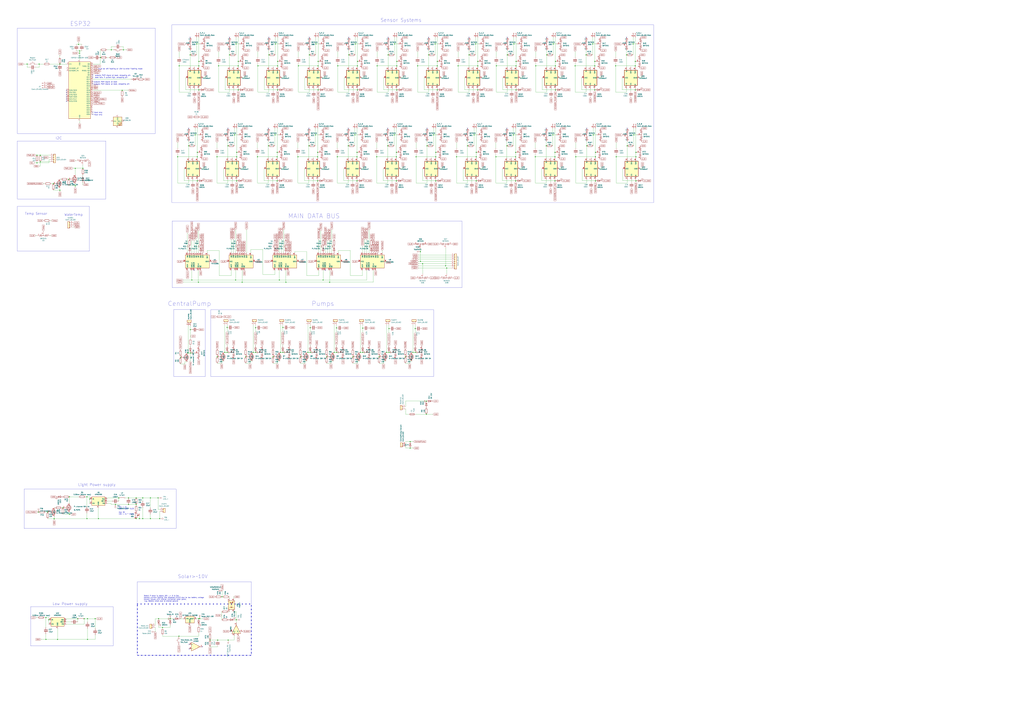
<source format=kicad_sch>
(kicad_sch (version 20230121) (generator eeschema)
  (paper "A0")
  (title_block (title "Plant Controller") (date "2020-12-21") (rev "0.4a") (company "C3MA"))
  (lib_symbols
    (symbol "74xx:74HC595"
      (property "Reference" "U" (at -7.62 13.97 0))
      (property "Value" "74HC595" (at -7.62 -16.51 0))
      (symbol "74HC595_1_0"
        (pin tri_state line (at 10.16 7.62 180) (length 2.54) (name "QB") (number "1"))
        (pin input line (at -10.16 2.54 0) (length 2.54) (name "~{SRCLR}") (number "10"))
        (pin input line (at -10.16 5.08 0) (length 2.54) (name "SRCLK") (number "11"))
        (pin input line (at -10.16 -2.54 0) (length 2.54) (name "RCLK") (number "12"))
        (pin input line (at -10.16 -5.08 0) (length 2.54) (name "~{OE}") (number "13"))
        (pin input line (at -10.16 10.16 0) (length 2.54) (name "SER") (number "14"))
        (pin tri_state line (at 10.16 10.16 180) (length 2.54) (name "QA") (number "15"))
        (pin power_in line (at 0 15.24 270) (length 2.54) (name "VCC") (number "16"))
        (pin tri_state line (at 10.16 5.08 180) (length 2.54) (name "QC") (number "2"))
        (pin tri_state line (at 10.16 2.54 180) (length 2.54) (name "QD") (number "3"))
        (pin tri_state line (at 10.16 0 180) (length 2.54) (name "QE") (number "4"))
        (pin tri_state line (at 10.16 -2.54 180) (length 2.54) (name "QF") (number "5"))
        (pin tri_state line (at 10.16 -5.08 180) (length 2.54) (name "QG") (number "6"))
        (pin tri_state line (at 10.16 -7.62 180) (length 2.54) (name "QH") (number "7"))
        (pin power_in line (at 0 -17.78 90) (length 2.54) (name "GND") (number "8"))
        (pin output line (at 10.16 -12.7 180) (length 2.54) (name "QH'") (number "9"))
      )
    )
    (symbol "Comparator:LM393" (pin_names (offset 0.127))
      (property "Reference" "U" (at 3.81 3.81 0))
      (property "Value" "LM393" (at 6.35 -3.81 0))
      (symbol "LM393_1_1"
        (pin open_collector line (at 7.62 0 180) (length 2.54) (name "~") (number "1"))
        (pin input line (at -7.62 -2.54 0) (length 2.54) (name "-") (number "2"))
        (pin input line (at -7.62 2.54 0) (length 2.54) (name "+") (number "3"))
      )
      (symbol "LM393_2_1"
        (pin input line (at -7.62 2.54 0) (length 2.54) (name "+") (number "5"))
        (pin input line (at -7.62 -2.54 0) (length 2.54) (name "-") (number "6"))
        (pin open_collector line (at 7.62 0 180) (length 2.54) (name "~") (number "7"))
      )
      (symbol "LM393_3_1"
        (pin power_in line (at -2.54 -7.62 90) (length 3.81) (name "V-") (number "4"))
        (pin power_in line (at -2.54 7.62 270) (length 3.81) (name "V+") (number "8"))
      )
    )
    (symbol "Connector:Conn_01x02_Male" (pin_names (offset 1.016) hide)
      (property "Reference" "J" (at 0 2.54 0))
      (property "Value" "Conn_01x02_Male" (at 0 -5.08 0))
      (symbol "Conn_01x02_Male_1_1"
        (pin passive line (at 5.08 0 180) (length 3.81) (name "Pin_1") (number "1"))
        (pin passive line (at 5.08 -2.54 180) (length 3.81) (name "Pin_2") (number "2"))
      )
    )
    (symbol "Connector:Conn_01x03_Male" (pin_names (offset 1.016) hide)
      (property "Reference" "J" (at 0 5.08 0))
      (property "Value" "Conn_01x03_Male" (at 0 -5.08 0))
      (symbol "Conn_01x03_Male_1_1"
        (pin passive line (at 5.08 2.54 180) (length 3.81) (name "Pin_1") (number "1"))
        (pin passive line (at 5.08 0 180) (length 3.81) (name "Pin_2") (number "2"))
        (pin passive line (at 5.08 -2.54 180) (length 3.81) (name "Pin_3") (number "3"))
      )
    )
    (symbol "Connector:TestPoint" (pin_numbers hide) (pin_names (offset 0.762) hide)
      (property "Reference" "TP" (at 0 6.858 0))
      (property "Value" "TestPoint" (at 0 5.08 0))
      (symbol "TestPoint_1_1"
        (pin passive line (at 0 0 90) (length 2.54) (name "1") (number "1"))
      )
    )
    (symbol "Connector_Generic:Conn_01x02" (pin_names (offset 1.016) hide)
      (property "Reference" "J" (at 0 2.54 0))
      (property "Value" "Conn_01x02" (at 0 -5.08 0))
      (symbol "Conn_01x02_1_1"
        (pin passive line (at -5.08 0 0) (length 3.81) (name "Pin_1") (number "1"))
        (pin passive line (at -5.08 -2.54 0) (length 3.81) (name "Pin_2") (number "2"))
      )
    )
    (symbol "Connector_Generic:Conn_01x03" (pin_names (offset 1.016) hide)
      (property "Reference" "J" (at 0 5.08 0))
      (property "Value" "Conn_01x03" (at 0 -5.08 0))
      (symbol "Conn_01x03_1_1"
        (pin passive line (at -5.08 2.54 0) (length 3.81) (name "Pin_1") (number "1"))
        (pin passive line (at -5.08 0 0) (length 3.81) (name "Pin_2") (number "2"))
        (pin passive line (at -5.08 -2.54 0) (length 3.81) (name "Pin_3") (number "3"))
      )
    )
    (symbol "Connector_Generic:Conn_01x04" (pin_names (offset 1.016) hide)
      (property "Reference" "J" (at 0 5.08 0))
      (property "Value" "Conn_01x04" (at 0 -7.62 0))
      (symbol "Conn_01x04_1_1"
        (pin passive line (at -5.08 2.54 0) (length 3.81) (name "Pin_1") (number "1"))
        (pin passive line (at -5.08 0 0) (length 3.81) (name "Pin_2") (number "2"))
        (pin passive line (at -5.08 -2.54 0) (length 3.81) (name "Pin_3") (number "3"))
        (pin passive line (at -5.08 -5.08 0) (length 3.81) (name "Pin_4") (number "4"))
      )
    )
    (symbol "Connector_Generic:Conn_01x07" (pin_names (offset 1.016) hide)
      (property "Reference" "J" (at 0 10.16 0))
      (property "Value" "Conn_01x07" (at 0 -10.16 0))
      (symbol "Conn_01x07_1_1"
        (pin passive line (at -5.08 7.62 0) (length 3.81) (name "Pin_1") (number "1"))
        (pin passive line (at -5.08 5.08 0) (length 3.81) (name "Pin_2") (number "2"))
        (pin passive line (at -5.08 2.54 0) (length 3.81) (name "Pin_3") (number "3"))
        (pin passive line (at -5.08 0 0) (length 3.81) (name "Pin_4") (number "4"))
        (pin passive line (at -5.08 -2.54 0) (length 3.81) (name "Pin_5") (number "5"))
        (pin passive line (at -5.08 -5.08 0) (length 3.81) (name "Pin_6") (number "6"))
        (pin passive line (at -5.08 -7.62 0) (length 3.81) (name "Pin_7") (number "7"))
      )
    )
    (symbol "D_1" (pin_numbers hide) (pin_names (offset 1.016) hide)
      (property "Reference" "D" (at 0 2.54 0))
      (property "Value" "D" (at 0 -2.54 0))
      (symbol "D_1_1_1"
        (pin passive line (at -3.81 0 0) (length 2.54) (name "K") (number "1"))
        (pin passive line (at 3.81 0 180) (length 2.54) (name "A") (number "2"))
      )
    )
    (symbol "D_2" (pin_numbers hide) (pin_names (offset 1.016) hide)
      (property "Reference" "D" (at 0 2.54 0))
      (property "Value" "D" (at 0 -2.54 0))
      (symbol "D_2_1_1"
        (pin passive line (at -3.81 0 0) (length 2.54) (name "K") (number "1"))
        (pin passive line (at 3.81 0 180) (length 2.54) (name "A") (number "2"))
      )
    )
    (symbol "Device:C" (pin_numbers hide) (pin_names (offset 0.254))
      (property "Reference" "C" (at 0.635 2.54 0))
      (property "Value" "C" (at 0.635 -2.54 0))
      (symbol "C_1_1"
        (pin passive line (at 0 3.81 270) (length 2.794) (name "~") (number "1"))
        (pin passive line (at 0 -3.81 90) (length 2.794) (name "~") (number "2"))
      )
    )
    (symbol "Device:D" (pin_numbers hide) (pin_names (offset 1.016) hide)
      (property "Reference" "D" (at 0 2.54 0))
      (property "Value" "D" (at 0 -2.54 0))
      (symbol "D_1_1"
        (pin passive line (at -3.81 0 0) (length 2.54) (name "K") (number "1"))
        (pin passive line (at 3.81 0 180) (length 2.54) (name "A") (number "2"))
      )
    )
    (symbol "Device:Fuse" (pin_numbers hide) (pin_names (offset 0))
      (property "Reference" "F" (at 2.032 0 90))
      (property "Value" "Fuse" (at -1.905 0 90))
      (symbol "Fuse_1_1"
        (pin passive line (at 0 3.81 270) (length 1.27) (name "~") (number "1"))
        (pin passive line (at 0 -3.81 90) (length 1.27) (name "~") (number "2"))
      )
    )
    (symbol "Device:L" (pin_numbers hide) (pin_names (offset 1.016) hide)
      (property "Reference" "L" (at -1.27 0 90))
      (property "Value" "L" (at 1.905 0 90))
      (symbol "L_1_1"
        (pin passive line (at 0 3.81 270) (length 1.27) (name "1") (number "1"))
        (pin passive line (at 0 -3.81 90) (length 1.27) (name "2") (number "2"))
      )
    )
    (symbol "Device:LED" (pin_numbers hide) (pin_names (offset 1.016) hide)
      (property "Reference" "D" (at 0 2.54 0))
      (property "Value" "LED" (at 0 -2.54 0))
      (symbol "LED_1_1"
        (pin passive line (at -3.81 0 0) (length 2.54) (name "K") (number "1"))
        (pin passive line (at 3.81 0 180) (length 2.54) (name "A") (number "2"))
      )
    )
    (symbol "Device:R" (pin_numbers hide) (pin_names (offset 0))
      (property "Reference" "R" (at 2.032 0 90))
      (property "Value" "R" (at 0 0 90))
      (symbol "R_1_1"
        (pin passive line (at 0 3.81 270) (length 1.27) (name "~") (number "1"))
        (pin passive line (at 0 -3.81 90) (length 1.27) (name "~") (number "2"))
      )
    )
    (symbol "Device:R_Potentiometer" (pin_names (offset 1.016) hide)
      (property "Reference" "RV" (at -4.445 0 90))
      (property "Value" "R_Potentiometer" (at -2.54 0 90))
      (symbol "R_Potentiometer_1_1"
        (pin passive line (at 0 3.81 270) (length 1.27) (name "1") (number "1"))
        (pin passive line (at 3.81 0 180) (length 1.27) (name "2") (number "2"))
        (pin passive line (at 0 -3.81 90) (length 1.27) (name "3") (number "3"))
      )
    )
    (symbol "Diode:BAS40-04" (pin_names (offset 1.016))
      (property "Reference" "D" (at 0.635 -1.27 0))
      (property "Value" "BAS40-04" (at -6.35 5.715 0))
      (symbol "BAS40-04_1_1"
        (pin passive line (at -7.62 2.54 0) (length 3.81) (name "~") (number "1"))
        (pin passive line (at 7.62 2.54 180) (length 3.81) (name "~") (number "2"))
        (pin passive line (at 0 -2.54 90) (length 5.08) (name "~") (number "3"))
      )
    )
    (symbol "Diode:BAT54S" (pin_names (offset 0))
      (property "Reference" "D" (at 2.54 -5.08 0))
      (property "Value" "BAT54S" (at -6.35 3.175 0))
      (symbol "BAT54S_1_1"
        (pin passive line (at -7.62 0 0) (length 3.81) (name "A") (number "1"))
        (pin passive line (at 7.62 0 180) (length 3.81) (name "K") (number "2"))
        (pin passive line (at 0 -5.08 90) (length 5.08) (name "COM") (number "3"))
      )
    )
    (symbol "ESP32-DEVKITC-32D:SL2300" (pin_names (offset 1.016))
      (property "Reference" "Q" (at 0 0 0))
      (property "Value" "SL2300" (at 7.62 0 0))
      (symbol "SL2300_1_1"
        (pin input line (at -6.35 0 0) (length 2.54) (name "G") (number "1"))
        (pin passive line (at 1.27 -5.08 90) (length 2.54) (name "S") (number "2"))
        (pin passive line (at 1.27 5.08 270) (length 2.54) (name "D") (number "3"))
      )
    )
    (symbol "Isolator:PC817" (pin_names (offset 1.016))
      (property "Reference" "U" (at -5.08 5.08 0))
      (property "Value" "PC817" (at 0 5.08 0))
      (symbol "PC817_1_1"
        (pin passive line (at -7.62 2.54 0) (length 2.54) (name "~") (number "1"))
        (pin passive line (at -7.62 -2.54 0) (length 2.54) (name "~") (number "2"))
        (pin passive line (at 7.62 -2.54 180) (length 2.54) (name "~") (number "3"))
        (pin passive line (at 7.62 2.54 180) (length 2.54) (name "~") (number "4"))
      )
    )
    (symbol "LED:WS2812B" (pin_names (offset 0.254))
      (property "Reference" "D" (at 5.08 5.715 0))
      (property "Value" "WS2812B" (at 1.27 -5.715 0))
      (symbol "WS2812B_0_0"
        (text "RGB" (at 2.286 -4.191 0) (effects (font (size 0.762 0.762))))
      )
      (symbol "WS2812B_1_1"
        (pin power_in line (at 0 7.62 270) (length 2.54) (name "VDD") (number "1"))
        (pin output line (at 7.62 0 180) (length 2.54) (name "DOUT") (number "2"))
        (pin power_in line (at 0 -7.62 90) (length 2.54) (name "VSS") (number "3"))
        (pin input line (at -7.62 0 0) (length 2.54) (name "DIN") (number "4"))
      )
    )
    (symbol "RF_Module:ESP32-WROOM-32D"
      (property "Reference" "U" (at -12.7 34.29 0))
      (property "Value" "ESP32-WROOM-32D" (at 1.27 34.29 0))
      (symbol "ESP32-WROOM-32D_1_1"
        (pin power_in line (at 0 -35.56 90) (length 2.54) (name "GND") (number "1"))
        (pin bidirectional line (at 15.24 -12.7 180) (length 2.54) (name "IO25") (number "10"))
        (pin bidirectional line (at 15.24 -15.24 180) (length 2.54) (name "IO26") (number "11"))
        (pin bidirectional line (at 15.24 -17.78 180) (length 2.54) (name "IO27") (number "12"))
        (pin bidirectional line (at 15.24 10.16 180) (length 2.54) (name "IO14") (number "13"))
        (pin bidirectional line (at 15.24 15.24 180) (length 2.54) (name "IO12") (number "14"))
        (pin passive line (at 0 -35.56 90) (length 2.54) hide (name "GND") (number "15"))
        (pin bidirectional line (at 15.24 12.7 180) (length 2.54) (name "IO13") (number "16"))
        (pin bidirectional line (at -15.24 -5.08 0) (length 2.54) (name "SHD/SD2") (number "17"))
        (pin bidirectional line (at -15.24 -7.62 0) (length 2.54) (name "SWP/SD3") (number "18"))
        (pin bidirectional line (at -15.24 -12.7 0) (length 2.54) (name "SCS/CMD") (number "19"))
        (pin power_in line (at 0 35.56 270) (length 2.54) (name "VDD") (number "2"))
        (pin bidirectional line (at -15.24 -10.16 0) (length 2.54) (name "SCK/CLK") (number "20"))
        (pin bidirectional line (at -15.24 0 0) (length 2.54) (name "SDO/SD0") (number "21"))
        (pin bidirectional line (at -15.24 -2.54 0) (length 2.54) (name "SDI/SD1") (number "22"))
        (pin bidirectional line (at 15.24 7.62 180) (length 2.54) (name "IO15") (number "23"))
        (pin bidirectional line (at 15.24 25.4 180) (length 2.54) (name "IO2") (number "24"))
        (pin bidirectional line (at 15.24 30.48 180) (length 2.54) (name "IO0") (number "25"))
        (pin bidirectional line (at 15.24 20.32 180) (length 2.54) (name "IO4") (number "26"))
        (pin bidirectional line (at 15.24 5.08 180) (length 2.54) (name "IO16") (number "27"))
        (pin bidirectional line (at 15.24 2.54 180) (length 2.54) (name "IO17") (number "28"))
        (pin bidirectional line (at 15.24 17.78 180) (length 2.54) (name "IO5") (number "29"))
        (pin input line (at -15.24 30.48 0) (length 2.54) (name "EN") (number "3"))
        (pin bidirectional line (at 15.24 0 180) (length 2.54) (name "IO18") (number "30"))
        (pin bidirectional line (at 15.24 -2.54 180) (length 2.54) (name "IO19") (number "31"))
        (pin no_connect line (at -12.7 -27.94 0) (length 2.54) hide (name "NC") (number "32"))
        (pin bidirectional line (at 15.24 -5.08 180) (length 2.54) (name "IO21") (number "33"))
        (pin bidirectional line (at 15.24 22.86 180) (length 2.54) (name "RXD0/IO3") (number "34"))
        (pin bidirectional line (at 15.24 27.94 180) (length 2.54) (name "TXD0/IO1") (number "35"))
        (pin bidirectional line (at 15.24 -7.62 180) (length 2.54) (name "IO22") (number "36"))
        (pin bidirectional line (at 15.24 -10.16 180) (length 2.54) (name "IO23") (number "37"))
        (pin passive line (at 0 -35.56 90) (length 2.54) hide (name "GND") (number "38"))
        (pin passive line (at 0 -35.56 90) (length 2.54) hide (name "GND") (number "39"))
        (pin input line (at -15.24 25.4 0) (length 2.54) (name "SENSOR_VP") (number "4"))
        (pin input line (at -15.24 22.86 0) (length 2.54) (name "SENSOR_VN") (number "5"))
        (pin input line (at 15.24 -25.4 180) (length 2.54) (name "IO34") (number "6"))
        (pin input line (at 15.24 -27.94 180) (length 2.54) (name "IO35") (number "7"))
        (pin bidirectional line (at 15.24 -20.32 180) (length 2.54) (name "IO32") (number "8"))
        (pin bidirectional line (at 15.24 -22.86 180) (length 2.54) (name "IO33") (number "9"))
      )
    )
    (symbol "Regulator_Linear:HT75xx-1-SOT89"
      (property "Reference" "U" (at -5.08 -3.81 0))
      (property "Value" "HT75xx-1-SOT89" (at 0 6.35 0))
      (symbol "HT75xx-1-SOT89_1_1"
        (pin power_in line (at 0 -5.08 90) (length 2.54) (name "GND") (number "1"))
        (pin power_in line (at -7.62 2.54 0) (length 2.54) (name "VIN") (number "2"))
        (pin power_out line (at 7.62 2.54 180) (length 2.54) (name "VOUT") (number "3"))
      )
    )
    (symbol "Regulator_Switching:AP63205WU"
      (property "Reference" "U" (at -7.62 6.35 0))
      (property "Value" "AP63205WU" (at 2.54 6.35 0))
      (symbol "AP63205WU_1_1"
        (pin input line (at 10.16 -2.54 180) (length 2.54) (name "FB") (number "1"))
        (pin input line (at -10.16 -2.54 0) (length 2.54) (name "EN") (number "2"))
        (pin power_in line (at -10.16 2.54 0) (length 2.54) (name "IN") (number "3"))
        (pin power_in line (at 0 -7.62 90) (length 2.54) (name "GND") (number "4"))
        (pin output line (at 10.16 2.54 180) (length 2.54) (name "SW") (number "5"))
        (pin passive line (at 10.16 0 180) (length 2.54) (name "BST") (number "6"))
      )
    )
    (symbol "Switch:SW_Push" (pin_numbers hide) (pin_names (offset 1.016) hide)
      (property "Reference" "SW" (at 1.27 2.54 0))
      (property "Value" "SW_Push" (at 0 -1.524 0))
      (symbol "SW_Push_0_1"
        (pin passive line (at -5.08 0 0) (length 2.54) (name "1") (number "1"))
        (pin passive line (at 5.08 0 180) (length 2.54) (name "2") (number "2"))
      )
    )
    (symbol "Timer:TLC555xP"
      (property "Reference" "U" (at -10.16 8.89 0))
      (property "Value" "TLC555xP" (at 2.54 8.89 0))
      (symbol "TLC555xP_0_0"
        (pin power_in line (at 0 -10.16 90) (length 2.54) (name "GND") (number "1"))
        (pin power_in line (at 0 10.16 270) (length 2.54) (name "VCC") (number "8"))
      )
      (symbol "TLC555xP_1_1"
        (pin input line (at -12.7 5.08 0) (length 3.81) (name "TR") (number "2"))
        (pin output line (at 12.7 5.08 180) (length 3.81) (name "Q") (number "3"))
        (pin input inverted (at -12.7 -5.08 0) (length 3.81) (name "R") (number "4"))
        (pin input line (at -12.7 0 0) (length 3.81) (name "CV") (number "5"))
        (pin input line (at 12.7 -5.08 180) (length 3.81) (name "THR") (number "6"))
        (pin input line (at 12.7 0 180) (length 3.81) (name "DIS") (number "7"))
      )
    )
    (symbol "Transistor_FET:BSS84" (pin_names hide)
      (property "Reference" "Q" (at 5.08 1.905 0))
      (property "Value" "BSS84" (at 5.08 0 0))
      (symbol "BSS84_1_1"
        (pin input line (at -5.08 0 0) (length 2.54) (name "G") (number "1"))
        (pin passive line (at 2.54 -5.08 90) (length 2.54) (name "S") (number "2"))
        (pin passive line (at 2.54 5.08 270) (length 2.54) (name "D") (number "3"))
      )
    )
  )
  (junction (at 460.756 104.394))
  (junction (at 415.036 76.454))
  (junction (at 110.49 718.82))
  (junction (at 738.378 182.118))
  (junction (at 100.965 577.215))
  (junction (at 228.346 51.054))
  (junction (at 276.606 76.454))
  (junction (at 274.066 51.054))
  (junction (at 261.112 409.448))
  (junction (at 321.818 177.038))
  (junction (at 322.326 76.454))
  (junction (at 390.652 409.448))
  (junction (at 143.256 57.912))
  (junction (at 552.196 51.054))
  (junction (at 437.896 76.454))
  (junction (at 207.772 739.14))
  (junction (at 321.818 210.058))
  (junction (at 100.965 602.615))
  (junction (at 230.378 327.914))
  (junction (at 598.678 210.058))
  (junction (at 667.766 76.454))
  (junction (at 188.722 728.98))
  (junction (at 490.728 306.324))
  (junction (at 621.538 182.118))
  (junction (at 226.568 156.718))
  (junction (at 507.746 76.454))
  (junction (at 552.958 182.118))
  (junction (at 488.188 292.354))
  (junction (at 104.267 579.755))
  (junction (at 415.036 104.394))
  (junction (at 642.366 51.054))
  (junction (at 368.808 210.058))
  (junction (at 346.456 76.454))
  (junction (at 218.44 410.21))
  (junction (at 360.172 380.746))
  (junction (at 505.206 51.054))
  (junction (at 482.092 409.448))
  (junction (at 599.186 71.374))
  (junction (at 328.422 380.492))
  (junction (at 690.626 71.374))
  (junction (at 230.632 718.82))
  (junction (at 264.668 169.418))
  (junction (at 165.735 578.485))
  (junction (at 184.15 718.82))
  (junction (at 348.742 414.528))
  (junction (at 421.132 409.448))
  (junction (at 457.708 156.718))
  (junction (at 274.828 177.038))
  (junction (at 598.678 177.038))
  (junction (at 483.108 182.118))
  (junction (at 62.865 602.615))
  (junction (at 45.466 74.422))
  (junction (at 450.596 63.754))
  (junction (at 73.025 589.915))
  (junction (at 141.859 104.902))
  (junction (at 263.652 409.448))
  (junction (at 197.612 718.82))
  (junction (at 42.926 180.34))
  (junction (at 114.3 602.615))
  (junction (at 495.046 481.33))
  (junction (at 87.376 215.9))
  (junction (at 497.586 63.754))
  (junction (at 243.84 743.712))
  (junction (at 92.456 59.182))
  (junction (at 31.496 74.422))
  (junction (at 79.756 208.28))
  (junction (at 449.072 409.448))
  (junction (at 554.736 104.394))
  (junction (at 229.108 210.058))
  (junction (at 158.115 602.615))
  (junction (at 634.238 169.418))
  (junction (at 294.132 409.448))
  (junction (at 530.098 182.118))
  (junction (at 299.466 76.454))
  (junction (at 229.108 177.038))
  (junction (at 404.368 169.418))
  (junction (at 285.242 414.528))
  (junction (at 622.046 76.454))
  (junction (at 319.786 51.054))
  (junction (at 149.225 578.485))
  (junction (at 668.528 182.118))
  (junction (at 360.172 409.448))
  (junction (at 437.388 182.118))
  (junction (at 421.132 381.254))
  (junction (at 404.876 63.754))
  (junction (at 331.978 327.914))
  (junction (at 161.925 602.615))
  (junction (at 272.288 156.718))
  (junction (at 738.378 210.058))
  (junction (at 252.222 414.528))
  (junction (at 369.316 104.394))
  (junction (at 507.746 71.374))
  (junction (at 737.616 71.374))
  (junction (at 460.248 177.038))
  (junction (at 53.34 742.95))
  (junction (at 596.138 156.718))
  (junction (at 575.818 182.118))
  (junction (at 727.456 63.754))
  (junction (at 458.216 51.054))
  (junction (at 273.558 325.374))
  (junction (at 252.73 743.712))
  (junction (at 507.746 104.394))
  (junction (at 390.652 381))
  (junction (at 691.388 182.118))
  (junction (at 137.795 578.485))
  (junction (at 375.158 325.374))
  (junction (at 388.112 409.448))
  (junction (at 542.798 169.418))
  (junction (at 257.81 693.42))
  (junction (at 552.958 177.038))
  (junction (at 266.446 63.754))
  (junction (at 312.166 63.754))
  (junction (at 231.902 718.82))
  (junction (at 96.266 195.58))
  (junction (at 366.776 51.054))
  (junction (at 598.678 182.118))
  (junction (at 116.586 66.802))
  (junction (at 206.248 182.118))
  (junction (at 644.398 177.038))
  (junction (at 495.808 169.418))
  (junction (at 738.378 177.038))
  (junction (at 66.802 742.95))
  (junction (at 222.758 325.374))
  (junction (at 409.702 414.528))
  (junction (at 517.398 308.864))
  (junction (at 369.316 71.374))
  (junction (at 80.645 577.215))
  (junction (at 644.398 210.058))
  (junction (at 97.79 718.82))
  (junction (at 392.176 76.454))
  (junction (at 298.958 182.118))
  (junction (at 550.418 156.718))
  (junction (at 680.466 63.754))
  (junction (at 230.886 76.454))
  (junction (at 476.25 513.08))
  (junction (at 69.596 220.98))
  (junction (at 460.248 210.058))
  (junction (at 185.42 602.615))
  (junction (at 735.838 156.718))
  (junction (at 316.992 414.528))
  (junction (at 531.876 76.454))
  (junction (at 46.736 180.34))
  (junction (at 411.988 156.718))
  (junction (at 230.886 104.394))
  (junction (at 274.32 720.09))
  (junction (at 56.642 720.09))
  (junction (at 737.616 104.394))
  (junction (at 220.726 63.754))
  (junction (at 415.036 71.374))
  (junction (at 158.115 586.105))
  (junction (at 345.948 182.118))
  (junction (at 688.086 51.054))
  (junction (at 544.576 63.754))
  (junction (at 690.626 104.394))
  (junction (at 599.186 104.394))
  (junction (at 588.518 169.418))
  (junction (at 451.612 381.762))
  (junction (at 737.616 76.454))
  (junction (at 479.552 409.448))
  (junction (at 276.606 104.394))
  (junction (at 129.286 57.912))
  (junction (at 274.828 210.058))
  (junction (at 358.648 169.418))
  (junction (at 276.606 71.374))
  (junction (at 505.968 210.058))
  (junction (at 296.672 409.448))
  (junction (at 174.625 602.615))
  (junction (at 44.704 594.995))
  (junction (at 319.278 156.718))
  (junction (at 460.756 71.374))
  (junction (at 450.088 169.418))
  (junction (at 158.115 578.485))
  (junction (at 505.968 182.118))
  (junction (at 149.225 586.105))
  (junction (at 470.662 414.528))
  (junction (at 251.968 182.118))
  (junction (at 691.388 210.058))
  (junction (at 296.672 380.746))
  (junction (at 208.026 76.454))
  (junction (at 274.828 182.118))
  (junction (at 484.886 76.454))
  (junction (at 644.398 182.118))
  (junction (at 322.326 71.374))
  (junction (at 382.778 327.914))
  (junction (at 391.668 182.118))
  (junction (at 728.218 169.418))
  (junction (at 596.646 51.054))
  (junction (at 495.046 466.09))
  (junction (at 253.746 76.454))
  (junction (at 691.388 177.038))
  (junction (at 61.976 213.36))
  (junction (at 322.326 104.394))
  (junction (at 359.156 63.754))
  (junction (at 321.818 182.118))
  (junction (at 80.645 597.535))
  (junction (at 451.612 409.448))
  (junction (at 460.248 182.118))
  (junction (at 505.968 177.038))
  (junction (at 324.358 325.374))
  (junction (at 87.376 195.58))
  (junction (at 366.268 156.718))
  (junction (at 42.926 189.23))
  (junction (at 263.652 380.492))
  (junction (at 634.746 63.754))
  (junction (at 133.985 586.105))
  (junction (at 101.6 742.95))
  (junction (at 220.98 383.032))
  (junction (at 230.886 71.374))
  (junction (at 53.34 717.55))
  (junction (at 554.736 71.374))
  (junction (at 715.518 182.118))
  (junction (at 440.182 414.528))
  (junction (at 735.076 51.054))
  (junction (at 264.922 743.712))
  (junction (at 165.735 602.615))
  (junction (at 554.736 76.454))
  (junction (at 476.25 520.7))
  (junction (at 599.186 76.454))
  (junction (at 482.092 381.762))
  (junction (at 311.658 169.418))
  (junction (at 412.496 51.054))
  (junction (at 379.222 414.528))
  (junction (at 101.6 718.82))
  (junction (at 414.528 210.058))
  (junction (at 460.756 76.454))
  (junction (at 90.17 718.82))
  (junction (at 552.958 210.058))
  (junction (at 589.026 63.754))
  (junction (at 503.428 156.718))
  (junction (at 644.906 76.454))
  (junction (at 229.108 182.118))
  (junction (at 209.55 415.29))
  (junction (at 369.316 76.454))
  (junction (at 281.178 327.914))
  (junction (at 174.625 578.485))
  (junction (at 55.245 594.995))
  (junction (at 328.422 409.448))
  (junction (at 488.188 303.784))
  (junction (at 690.626 76.454))
  (junction (at 644.906 71.374))
  (junction (at 688.848 156.718))
  (junction (at 220.98 410.21))
  (junction (at 714.756 76.454))
  (junction (at 69.596 74.422))
  (junction (at 46.736 187.96))
  (junction (at 92.456 61.722))
  (junction (at 418.592 409.448))
  (junction (at 518.668 311.404))
  (junction (at 368.808 182.118))
  (junction (at 91.186 51.562))
  (junction (at 325.882 409.448))
  (junction (at 414.528 182.118))
  (junction (at 576.326 76.454))
  (junction (at 414.528 177.038))
  (junction (at 368.808 177.038))
  (junction (at 644.906 104.394))
  (junction (at 641.858 156.718))
  (junction (at 681.228 169.418))
  (junction (at 218.948 169.418))
  (junction (at 183.515 578.485))
  (junction (at 357.632 409.448))
  (no_connect (at 681.228 149.098))
  (no_connect (at 359.156 43.434))
  (no_connect (at 107.696 132.842))
  (no_connect (at 77.216 107.442))
  (no_connect (at 634.238 149.098))
  (no_connect (at 225.298 313.944))
  (no_connect (at 404.368 149.098))
  (no_connect (at 107.696 97.282))
  (no_connect (at 107.696 87.122))
  (no_connect (at 326.898 313.944))
  (no_connect (at 77.216 112.522))
  (no_connect (at 495.808 149.098))
  (no_connect (at 77.216 117.602))
  (no_connect (at 107.696 89.662))
  (no_connect (at 234.95 751.332))
  (no_connect (at 634.746 43.434))
  (no_connect (at 264.668 149.098))
  (no_connect (at 77.216 104.902))
  (no_connect (at 107.696 94.742))
  (no_connect (at 219.71 753.872))
  (no_connect (at 107.696 130.302))
  (no_connect (at 728.218 149.098))
  (no_connect (at 680.466 43.434))
  (no_connect (at 358.648 149.098))
  (no_connect (at 312.166 43.434))
  (no_connect (at 266.446 43.434))
  (no_connect (at 727.456 43.434))
  (no_connect (at 428.498 313.944))
  (no_connect (at 450.596 43.434))
  (no_connect (at 450.088 149.098))
  (no_connect (at 377.698 313.944))
  (no_connect (at 311.658 149.098))
  (no_connect (at 497.586 43.434))
  (no_connect (at 77.216 115.062))
  (no_connect (at 589.026 43.434))
  (no_connect (at 77.216 109.982))
  (no_connect (at 404.876 43.434))
  (no_connect (at 220.726 43.434))
  (no_connect (at 588.518 149.098))
  (no_connect (at 219.71 748.792))
  (no_connect (at 544.576 43.434))
  (no_connect (at 542.798 149.098))
  (no_connect (at 218.948 149.098))
  (wire (pts (xy 42.926 189.23) (xy 42.926 187.96)))
  (wire (pts (xy 76.962 720.09) (xy 76.962 718.82)))
  (wire (pts (xy 406.908 320.294) (xy 420.878 320.294)))
  (wire (pts (xy 220.726 103.124) (xy 220.726 106.934)))
  (wire (pts (xy 261.366 90.424) (xy 261.366 104.394)))
  (wire (pts (xy 311.658 164.338) (xy 311.658 169.418)))
  (wire (pts (xy 274.828 149.098) (xy 274.828 177.038)))
  (wire (pts (xy 133.096 54.102) (xy 129.286 54.102)))
  (wire (pts (xy 183.515 591.82) (xy 183.515 578.485)))
  (wire (pts (xy 451.612 381.762) (xy 451.612 386.588)))
  (wire (pts (xy 385.318 266.954) (xy 385.318 293.624)))
  (wire (pts (xy 588.518 169.418) (xy 588.518 183.388)))
  (wire (pts (xy 322.326 43.434) (xy 322.326 71.374)))
  (wire (pts (xy 228.346 51.054) (xy 232.156 51.054)))
  (wire (pts (xy 274.828 210.058) (xy 274.828 211.328)))
  (wire (pts (xy 271.272 693.42) (xy 271.78 693.42)))
  (wire (pts (xy 354.076 90.424) (xy 354.076 104.394)))
  (wire (pts (xy 629.158 210.058) (xy 644.398 210.058)))
  (wire (pts (xy 420.878 320.294) (xy 420.878 313.944)))
  (wire (pts (xy 322.072 419.608) (xy 322.072 422.148)))
  (wire (pts (xy 56.896 185.42) (xy 58.166 185.42)))
  (wire (pts (xy 695.706 90.424) (xy 698.246 90.424)))
  (wire (pts (xy 263.652 377.698) (xy 263.652 380.492)))
  (wire (pts (xy 253.746 76.454) (xy 253.746 73.914)))
  (wire (pts (xy 92.456 59.182) (xy 94.996 59.182)))
  (wire (pts (xy 218.948 212.598) (xy 206.248 212.598)))
  (wire (pts (xy 392.176 106.934) (xy 392.176 76.454)))
  (wire (pts (xy 359.156 106.934) (xy 346.456 106.934)))
  (wire (pts (xy 634.746 103.124) (xy 634.746 106.934)))
  (wire (pts (xy 485.648 308.864) (xy 517.398 308.864)))
  (wire (pts (xy 478.282 419.608) (xy 475.742 419.608)))
  (wire (pts (xy 495.808 212.598) (xy 483.108 212.598)))
  (wire (pts (xy 230.886 76.454) (xy 230.886 77.724)))
  (wire (pts (xy 185.42 602.615) (xy 185.42 594.36)))
  (wire (pts (xy 110.49 718.82) (xy 110.49 730.25)))
  (wire (pts (xy 467.868 194.818) (xy 467.868 196.088)))
  (wire (pts (xy 41.656 180.34) (xy 42.926 180.34)))
  (wire (pts (xy 399.796 104.394) (xy 415.036 104.394)))
  (wire (pts (xy 738.378 182.118) (xy 738.378 183.388)))
  (wire (pts (xy 390.652 409.448) (xy 388.112 409.448)))
  (wire (pts (xy 322.326 71.374) (xy 322.326 76.454)))
  (wire (pts (xy 422.148 194.818) (xy 422.148 196.088)))
  (wire (pts (xy 737.616 103.124) (xy 737.616 104.394)))
  (wire (pts (xy 644.398 210.058) (xy 644.398 211.328)))
  (wire (pts (xy 470.662 413.258) (xy 470.662 414.528)))
  (wire (pts (xy 404.876 103.124) (xy 404.876 106.934)))
  (wire (pts (xy 450.088 164.338) (xy 450.088 169.418)))
  (wire (pts (xy 490.728 196.088) (xy 490.728 210.058)))
  (wire (pts (xy 437.896 76.454) (xy 437.896 73.914)))
  (wire (pts (xy 737.616 104.394) (xy 737.616 105.664)))
  (wire (pts (xy 735.838 156.718) (xy 739.648 156.718)))
  (wire (pts (xy 161.925 602.615) (xy 165.735 602.615)))
  (wire (pts (xy 217.678 270.764) (xy 217.678 293.624)))
  (wire (pts (xy 87.376 195.58) (xy 87.376 203.2)))
  (wire (pts (xy 539.496 90.424) (xy 539.496 104.394)))
  (wire (pts (xy 220.98 419.608) (xy 220.98 410.21)))
  (wire (pts (xy 329.438 194.818) (xy 329.438 196.088)))
  (wire (pts (xy 537.718 196.088) (xy 537.718 210.058)))
  (wire (pts (xy 604.266 90.424) (xy 606.806 90.424)))
  (wire (pts (xy 345.948 182.118) (xy 345.948 179.578)))
  (wire (pts (xy 62.865 602.615) (xy 100.965 602.615)))
  (wire (pts (xy 61.976 220.98) (xy 69.596 220.98)))
  (wire (pts (xy 276.606 43.434) (xy 276.606 71.374)))
  (wire (pts (xy 512.826 90.424) (xy 515.366 90.424)))
  (wire (pts (xy 174.625 597.535) (xy 174.625 602.615)))
  (wire (pts (xy 266.192 693.42) (xy 266.192 695.452)))
  (wire (pts (xy 346.456 76.454) (xy 369.316 76.454)))
  (wire (pts (xy 114.3 602.615) (xy 114.3 589.915)))
  (wire (pts (xy 257.81 693.42) (xy 258.572 693.42)))
  (wire (pts (xy 517.398 308.864) (xy 523.748 308.864)))
  (wire (pts (xy 714.756 76.454) (xy 714.756 73.914)))
  (wire (pts (xy 298.958 165.608) (xy 298.958 171.958)))
  (wire (pts (xy 184.15 718.82) (xy 197.612 718.82)))
  (wire (pts (xy 495.046 481.33) (xy 502.666 481.33)))
  (wire (pts (xy 680.466 106.934) (xy 667.766 106.934)))
  (wire (pts (xy 259.588 210.058) (xy 274.828 210.058)))
  (wire (pts (xy 409.702 413.258) (xy 409.702 414.528)))
  (wire (pts (xy 328.422 380.492) (xy 328.422 385.318)))
  (wire (pts (xy 737.616 43.434) (xy 737.616 71.374)))
  (wire (pts (xy 271.526 103.124) (xy 271.526 105.664)))
  (wire (pts (xy 324.358 313.944) (xy 324.358 325.374)))
  (wire (pts (xy 254.508 291.084) (xy 254.508 320.294)))
  (wire (pts (xy 128.905 584.835) (xy 128.905 586.105)))
  (wire (pts (xy 392.938 293.624) (xy 392.938 291.084)))
  (wire (pts (xy 415.036 104.394) (xy 415.036 105.664)))
  (wire (pts (xy 485.648 306.324) (xy 490.728 306.324)))
  (wire (pts (xy 364.236 103.124) (xy 364.236 105.664)))
  (wire (pts (xy 279.908 196.088) (xy 282.448 196.088)))
  (wire (pts (xy 392.938 291.084) (xy 406.908 291.084)))
  (wire (pts (xy 675.386 90.424) (xy 675.386 104.394)))
  (wire (pts (xy 321.818 182.118) (xy 321.818 183.388)))
  (wire (pts (xy 484.886 76.454) (xy 507.746 76.454)))
  (wire (pts (xy 417.322 419.608) (xy 414.782 419.608)))
  (wire (pts (xy 542.798 169.418) (xy 542.798 183.388)))
  (wire (pts (xy 550.418 149.098) (xy 550.418 156.718)))
  (wire (pts (xy 92.456 59.182) (xy 92.456 61.722)))
  (wire (pts (xy 324.612 419.608) (xy 322.072 419.608)))
  (wire (pts (xy 104.14 579.755) (xy 104.267 579.755)))
  (wire (pts (xy 58.166 74.422) (xy 69.596 74.422)))
  (wire (pts (xy 305.308 289.814) (xy 305.308 319.024)))
  (wire (pts (xy 358.648 212.598) (xy 345.948 212.598)))
  (wire (pts (xy 316.992 413.258) (xy 316.992 414.528)))
  (wire (pts (xy 691.388 149.098) (xy 691.388 177.038)))
  (wire (pts (xy 560.578 194.818) (xy 560.578 196.088)))
  (wire (pts (xy 131.826 57.912) (xy 129.286 57.912)))
  (wire (pts (xy 530.098 212.598) (xy 530.098 182.118)))
  (wire (pts (xy 681.228 212.598) (xy 668.528 212.598)))
  (wire (pts (xy 53.34 717.55) (xy 56.642 717.55)))
  (wire (pts (xy 100.965 596.265) (xy 100.965 602.615)))
  (wire (pts (xy 342.138 292.354) (xy 356.108 292.354)))
  (wire (pts (xy 552.196 51.054) (xy 556.006 51.054)))
  (wire (pts (xy 263.652 409.448) (xy 266.192 409.448)))
  (wire (pts (xy 97.79 718.82) (xy 101.6 718.82)))
  (wire (pts (xy 366.776 51.054) (xy 366.776 63.754)))
  (wire (pts (xy 96.266 191.77) (xy 96.266 195.58)))
  (wire (pts (xy 688.086 51.054) (xy 691.896 51.054)))
  (wire (pts (xy 723.138 210.058) (xy 738.378 210.058)))
  (wire (pts (xy 261.366 104.394) (xy 276.606 104.394)))
  (wire (pts (xy 276.606 103.124) (xy 276.606 104.394)))
  (wire (pts (xy 596.138 156.718) (xy 596.138 169.418)))
  (wire (pts (xy 505.206 51.054) (xy 509.016 51.054)))
  (wire (pts (xy 382.778 327.914) (xy 433.578 327.914)))
  (wire (pts (xy 69.596 74.422) (xy 77.216 74.422)))
  (wire (pts (xy 110.49 718.82) (xy 111.76 718.82)))
  (wire (pts (xy 513.588 194.818) (xy 513.588 196.088)))
  (wire (pts (xy 328.422 409.448) (xy 325.882 409.448)))
  (wire (pts (xy 583.438 196.088) (xy 583.438 210.058)))
  (wire (pts (xy 437.388 212.598) (xy 437.388 182.118)))
  (wire (pts (xy 544.576 63.754) (xy 544.576 77.724)))
  (wire (pts (xy 356.108 320.294) (xy 370.078 320.294)))
  (wire (pts (xy 559.816 90.424) (xy 562.356 90.424)))
  (wire (pts (xy 185.42 591.82) (xy 183.515 591.82)))
  (wire (pts (xy 158.115 578.485) (xy 165.735 578.485)))
  (wire (pts (xy 484.886 76.454) (xy 484.886 73.914)))
  (wire (pts (xy 404.876 106.934) (xy 392.176 106.934)))
  (wire (pts (xy 483.108 165.608) (xy 483.108 171.958)))
  (wire (pts (xy 274.066 51.054) (xy 277.876 51.054)))
  (wire (pts (xy 62.865 602.615) (xy 62.865 603.885)))
  (wire (pts (xy 552.196 43.434) (xy 552.196 51.054)))
  (wire (pts (xy 268.478 278.384) (xy 268.478 293.624)))
  (wire (pts (xy 42.926 180.34) (xy 46.736 180.34)))
  (wire (pts (xy 390.652 401.066) (xy 390.652 401.828)))
  (wire (pts (xy 375.158 313.944) (xy 375.158 325.374)))
  (wire (pts (xy 502.666 103.124) (xy 502.666 105.664)))
  (wire (pts (xy 596.646 43.434) (xy 596.646 51.054)))
  (wire (pts (xy 312.166 63.754) (xy 312.166 77.724)))
  (wire (pts (xy 141.859 104.902) (xy 107.696 104.902)))
  (wire (pts (xy 488.188 303.784) (xy 523.748 303.784)))
  (wire (pts (xy 296.672 377.698) (xy 296.672 380.746)))
  (wire (pts (xy 404.368 169.418) (xy 404.368 183.388)))
  (wire (pts (xy 257.302 710.692) (xy 257.302 720.09)))
  (wire (pts (xy 404.876 63.754) (xy 404.876 77.724)))
  (wire (pts (xy 450.596 63.754) (xy 450.596 77.724)))
  (wire (pts (xy 264.922 743.712) (xy 271.78 743.712)))
  (wire (pts (xy 497.586 106.934) (xy 484.886 106.934)))
  (wire (pts (xy 124.206 66.802) (xy 126.746 66.802)))
  (wire (pts (xy 96.266 212.09) (xy 96.266 214.63)))
  (wire (pts (xy 562.356 89.154) (xy 562.356 90.424)))
  (wire (pts (xy 503.428 156.718) (xy 503.428 169.418)))
  (wire (pts (xy 639.318 208.788) (xy 639.318 211.328)))
  (wire (pts (xy 114.3 602.615) (xy 158.115 602.615)))
  (wire (pts (xy 272.288 149.098) (xy 272.288 156.718)))
  (wire (pts (xy 327.406 90.424) (xy 329.946 90.424)))
  (wire (pts (xy 639.826 103.124) (xy 639.826 105.664)))
  (wire (pts (xy 76.962 718.82) (xy 90.17 718.82)))
  (wire (pts (xy 251.968 182.118) (xy 274.828 182.118)))
  (wire (pts (xy 594.106 103.124) (xy 594.106 105.664)))
  (wire (pts (xy 531.876 59.944) (xy 531.876 66.294)))
  (wire (pts (xy 92.456 61.722) (xy 91.186 61.722)))
  (wire (pts (xy 234.188 196.088) (xy 236.728 196.088)))
  (wire (pts (xy 391.668 182.118) (xy 391.668 179.578)))
  (wire (pts (xy 475.742 422.148) (xy 470.662 422.148)))
  (wire (pts (xy 100.965 577.215) (xy 104.267 577.215)))
  (wire (pts (xy 598.678 208.788) (xy 598.678 210.058)))
  (wire (pts (xy 209.042 718.82) (xy 212.852 718.82)))
  (wire (pts (xy 714.756 59.944) (xy 714.756 66.294)))
  (wire (pts (xy 451.612 409.448) (xy 449.072 409.448)))
  (wire (pts (xy 34.036 78.232) (xy 31.496 78.232)))
  (wire (pts (xy 421.132 381.254) (xy 421.132 386.08)))
  (wire (pts (xy 129.286 54.102) (xy 129.286 57.912)))
  (wire (pts (xy 379.222 413.258) (xy 379.222 414.528)))
  (wire (pts (xy 322.326 104.394) (xy 322.326 105.664)))
  (wire (pts (xy 544.576 103.124) (xy 544.576 106.934)))
  (wire (pts (xy 53.34 717.55) (xy 53.34 728.98)))
  (wire (pts (xy 274.066 43.434) (xy 274.066 51.054)))
  (wire (pts (xy 451.612 409.448) (xy 454.152 409.448)))
  (wire (pts (xy 317.246 103.124) (xy 317.246 105.664)))
  (wire (pts (xy 552.958 208.788) (xy 552.958 210.058)))
  (wire (pts (xy 468.376 89.154) (xy 468.376 90.424)))
  (wire (pts (xy 458.216 43.434) (xy 458.216 51.054)))
  (wire (pts (xy 220.98 410.21) (xy 225.806 410.21)))
  (wire (pts (xy 76.962 725.17) (xy 97.79 725.17)))
  (wire (pts (xy 445.516 90.424) (xy 445.516 104.394)))
  (wire (pts (xy 471.17 520.7) (xy 476.25 520.7)))
  (wire (pts (xy 212.598 325.374) (xy 222.758 325.374)))
  (wire (pts (xy 290.322 419.608) (xy 290.322 422.148)))
  (wire (pts (xy 263.652 380.492) (xy 263.652 385.318)))
  (wire (pts (xy 399.796 90.424) (xy 399.796 104.394)))
  (wire (pts (xy 414.782 419.608) (xy 414.782 422.148)))
  (wire (pts (xy 423.418 278.384) (xy 423.418 293.624)))
  (wire (pts (xy 226.568 156.718) (xy 230.378 156.718)))
  (wire (pts (xy 259.588 196.088) (xy 259.588 210.058)))
  (wire (pts (xy 644.906 71.374) (xy 644.906 76.454)))
  (wire (pts (xy 507.746 103.124) (xy 507.746 104.394)))
  (wire (pts (xy 331.978 327.914) (xy 382.778 327.914)))
  (wire (pts (xy 360.172 380.746) (xy 360.172 385.572)))
  (wire (pts (xy 667.766 59.944) (xy 667.766 66.294)))
  (wire (pts (xy 649.986 90.424) (xy 652.526 90.424)))
  (wire (pts (xy 505.968 210.058) (xy 505.968 211.328)))
  (wire (pts (xy 598.678 182.118) (xy 598.678 183.388)))
  (wire (pts (xy 507.746 43.434) (xy 507.746 71.374)))
  (wire (pts (xy 296.672 380.746) (xy 296.672 385.572)))
  (wire (pts (xy 272.288 156.718) (xy 272.288 169.418)))
  (wire (pts (xy 281.178 327.914) (xy 331.978 327.914)))
  (wire (pts (xy 212.598 327.914) (xy 230.378 327.914)))
  (wire (pts (xy 57.912 273.685) (xy 59.182 273.685)))
  (wire (pts (xy 471.17 513.08) (xy 476.25 513.08)))
  (wire (pts (xy 253.746 59.944) (xy 253.746 66.294)))
  (wire (pts (xy 319.786 51.054) (xy 319.786 63.754)))
  (wire (pts (xy 79.756 215.9) (xy 87.376 215.9)))
  (wire (pts (xy 425.958 278.384) (xy 425.958 293.624)))
  (wire (pts (xy 406.908 291.084) (xy 406.908 320.294)))
  (wire (pts (xy 91.186 51.562) (xy 94.996 51.562)))
  (wire (pts (xy 215.646 104.394) (xy 230.886 104.394)))
  (wire (pts (xy 542.798 164.338) (xy 542.798 169.418)))
  (wire (pts (xy 286.258 266.954) (xy 286.258 293.624)))
  (wire (pts (xy 599.186 104.394) (xy 599.186 105.664)))
  (wire (pts (xy 321.818 210.058) (xy 321.818 211.328)))
  (wire (pts (xy 184.15 728.98) (xy 188.722 728.98)))
  (wire (pts (xy 552.958 177.038) (xy 552.958 182.118)))
  (wire (pts (xy 261.112 409.448) (xy 259.842 409.448)))
  (wire (pts (xy 445.008 210.058) (xy 460.248 210.058)))
  (wire (pts (xy 145.415 578.485) (xy 149.225 578.485)))
  (wire (pts (xy 321.818 149.098) (xy 321.818 177.038)))
  (wire (pts (xy 73.025 597.535) (xy 80.645 597.535)))
  (wire (pts (xy 220.98 383.032) (xy 222.504 383.032)))
  (wire (pts (xy 414.528 149.098) (xy 414.528 177.038)))
  (wire (pts (xy 281.178 313.944) (xy 281.178 327.914)))
  (wire (pts (xy 42.672 273.685) (xy 41.402 273.685)))
  (wire (pts (xy 299.466 106.934) (xy 299.466 76.454)))
  (wire (pts (xy 312.166 58.674) (xy 312.166 63.754)))
  (wire (pts (xy 274.828 208.788) (xy 274.828 210.058)))
  (wire (pts (xy 414.782 422.148) (xy 409.702 422.148)))
  (wire (pts (xy 447.802 419.608) (xy 445.262 419.608)))
  (wire (pts (xy 101.6 718.82) (xy 101.6 722.63)))
  (wire (pts (xy 483.108 182.118) (xy 505.968 182.118)))
  (wire (pts (xy 451.612 377.698) (xy 451.612 381.762)))
  (wire (pts (xy 128.905 586.105) (xy 133.985 586.105)))
  (wire (pts (xy 443.738 291.084) (xy 443.738 293.624)))
  (wire (pts (xy 84.836 195.58) (xy 87.376 195.58)))
  (wire (pts (xy 325.882 409.448) (xy 324.612 409.448)))
  (wire (pts (xy 225.806 103.124) (xy 225.806 105.664)))
  (wire (pts (xy 263.652 401.828) (xy 263.652 400.558)))
  (wire (pts (xy 263.652 409.448) (xy 261.112 409.448)))
  (wire (pts (xy 460.248 149.098) (xy 460.248 177.038)))
  (wire (pts (xy 230.886 103.124) (xy 230.886 104.394)))
  (wire (pts (xy 124.46 578.485) (xy 137.795 578.485)))
  (wire (pts (xy 542.798 212.598) (xy 530.098 212.598)))
  (wire (pts (xy 554.736 76.454) (xy 554.736 77.724)))
  (wire (pts (xy 500.888 208.788) (xy 500.888 211.328)))
  (wire (pts (xy 41.91 717.55) (xy 43.942 717.55)))
  (wire (pts (xy 80.645 597.535) (xy 80.645 594.995)))
  (wire (pts (xy 208.026 76.454) (xy 230.886 76.454)))
  (wire (pts (xy 552.958 182.118) (xy 552.958 183.388)))
  (wire (pts (xy 688.086 43.434) (xy 688.086 51.054)))
  (wire (pts (xy 230.378 268.224) (xy 230.378 293.624)))
  (wire (pts (xy 143.256 57.912) (xy 141.986 57.912)))
  (wire (pts (xy 360.172 400.812) (xy 360.172 401.828)))
  (wire (pts (xy 229.108 177.038) (xy 229.108 182.118)))
  (wire (pts (xy 225.298 279.654) (xy 225.298 293.624)))
  (wire (pts (xy 56.896 182.88) (xy 58.166 182.88)))
  (wire (pts (xy 322.326 76.454) (xy 322.326 77.724)))
  (wire (pts (xy 243.84 743.712) (xy 252.73 743.712)))
  (wire (pts (xy 174.625 578.485) (xy 183.515 578.485)))
  (wire (pts (xy 691.388 208.788) (xy 691.388 210.058)))
  (wire (pts (xy 274.828 182.118) (xy 274.828 183.388)))
  (wire (pts (xy 421.132 377.698) (xy 421.132 381.254)))
  (wire (pts (xy 80.645 577.215) (xy 80.645 584.835)))
  (wire (pts (xy 485.648 303.784) (xy 488.188 303.784)))
  (wire (pts (xy 218.44 410.21) (xy 217.17 410.21)))
  (wire (pts (xy 69.596 66.802) (xy 69.596 64.262)))
  (wire (pts (xy 598.678 210.058) (xy 598.678 211.328)))
  (wire (pts (xy 505.206 51.054) (xy 505.206 63.754)))
  (wire (pts (xy 46.736 193.04) (xy 46.736 187.96)))
  (wire (pts (xy 218.948 169.418) (xy 218.948 183.388)))
  (wire (pts (xy 124.46 582.295) (xy 130.175 582.295)))
  (wire (pts (xy 261.112 377.698) (xy 261.112 409.448)))
  (wire (pts (xy 271.272 710.692) (xy 274.32 710.692)))
  (wire (pts (xy 104.267 579.755) (xy 104.267 577.215)))
  (wire (pts (xy 596.138 156.718) (xy 599.948 156.718)))
  (wire (pts (xy 266.446 58.674) (xy 266.446 63.754)))
  (wire (pts (xy 80.645 597.535) (xy 81.915 597.535)))
  (wire (pts (xy 696.468 196.088) (xy 699.008 196.088)))
  (wire (pts (xy 583.946 90.424) (xy 583.946 104.394)))
  (wire (pts (xy 644.906 43.434) (xy 644.906 71.374)))
  (wire (pts (xy 606.806 89.154) (xy 606.806 90.424)))
  (wire (pts (xy 437.896 106.934) (xy 437.896 76.454)))
  (wire (pts (xy 240.538 291.084) (xy 240.538 293.624)))
  (wire (pts (xy 369.316 71.374) (xy 369.316 76.454)))
  (wire (pts (xy 271.272 695.452) (xy 271.272 693.42)))
  (wire (pts (xy 675.386 104.394) (xy 690.626 104.394)))
  (wire (pts (xy 460.248 208.788) (xy 460.248 210.058)))
  (wire (pts (xy 621.538 165.608) (xy 621.538 171.958)))
  (wire (pts (xy 634.746 58.674) (xy 634.746 63.754)))
  (wire (pts (xy 485.648 296.164) (xy 523.748 296.164)))
  (wire (pts (xy 598.678 177.038) (xy 598.678 182.118)))
  (wire (pts (xy 47.752 742.95) (xy 53.34 742.95)))
  (wire (pts (xy 129.286 57.912) (xy 124.206 57.912)))
  (wire (pts (xy 445.008 196.088) (xy 445.008 210.058)))
  (wire (pts (xy 723.138 196.088) (xy 723.138 210.058)))
  (wire (pts (xy 184.15 728.98) (xy 184.15 726.44)))
  (wire (pts (xy 228.346 51.054) (xy 228.346 63.754)))
  (wire (pts (xy 319.278 149.098) (xy 319.278 156.718)))
  (wire (pts (xy 359.156 103.124) (xy 359.156 106.934)))
  (wire (pts (xy 576.326 76.454) (xy 599.186 76.454)))
  (wire (pts (xy 644.398 182.118) (xy 644.398 183.388)))
  (wire (pts (xy 326.898 196.088) (xy 329.438 196.088)))
  (wire (pts (xy 737.616 76.454) (xy 737.616 77.724)))
  (wire (pts (xy 228.346 43.434) (xy 228.346 51.054)))
  (wire (pts (xy 409.448 208.788) (xy 409.448 211.328)))
  (wire (pts (xy 415.036 43.434) (xy 415.036 71.374)))
  (wire (pts (xy 31.496 78.232) (xy 31.496 74.422)))
  (wire (pts (xy 485.648 298.704) (xy 523.748 298.704)))
  (wire (pts (xy 229.108 210.058) (xy 229.108 211.328)))
  (wire (pts (xy 370.078 278.384) (xy 370.078 293.624)))
  (wire (pts (xy 133.985 586.105) (xy 149.225 586.105)))
  (wire (pts (xy 299.466 76.454) (xy 299.466 73.914)))
  (wire (pts (xy 492.506 104.394) (xy 507.746 104.394)))
  (wire (pts (xy 357.632 409.448) (xy 356.362 409.448)))
  (wire (pts (xy 305.308 319.024) (xy 319.278 319.024)))
  (wire (pts (xy 306.578 210.058) (xy 321.818 210.058)))
  (wire (pts (xy 537.718 210.058) (xy 552.958 210.058)))
  (wire (pts (xy 691.388 182.118) (xy 691.388 183.388)))
  (wire (pts (xy 251.968 182.118) (xy 251.968 179.578)))
  (wire (pts (xy 698.246 89.154) (xy 698.246 90.424)))
  (wire (pts (xy 218.44 410.21) (xy 220.98 410.21)))
  (wire (pts (xy 681.228 164.338) (xy 681.228 169.418)))
  (wire (pts (xy 681.228 208.788) (xy 681.228 212.598)))
  (wire (pts (xy 412.496 51.054) (xy 416.306 51.054)))
  (wire (pts (xy 101.6 730.25) (xy 101.6 742.95)))
  (wire (pts (xy 116.586 66.802) (xy 116.586 74.422)))
  (wire (pts (xy 411.988 156.718) (xy 411.988 169.418)))
  (wire (pts (xy 470.916 466.09) (xy 495.046 466.09)))
  (wire (pts (xy 87.376 215.9) (xy 87.376 213.36)))
  (wire (pts (xy 358.648 164.338) (xy 358.648 169.418)))
  (wire (pts (xy 273.558 266.954) (xy 273.558 293.624)))
  (wire (pts (xy 505.968 208.788) (xy 505.968 210.058)))
  (wire (pts (xy 450.596 103.124) (xy 450.596 106.934)))
  (wire (pts (xy 124.46 584.835) (xy 128.905 584.835)))
  (wire (pts (xy 475.742 419.608) (xy 475.742 422.148)))
  (wire (pts (xy 230.886 104.394) (xy 230.886 105.664)))
  (wire (pts (xy 621.538 212.598) (xy 621.538 182.118)))
  (wire (pts (xy 158.115 586.105) (xy 158.115 587.375)))
  (wire (pts (xy 437.388 182.118) (xy 437.388 179.578)))
  (wire (pts (xy 652.018 194.818) (xy 652.018 196.088)))
  (wire (pts (xy 96.266 204.47) (xy 96.266 203.2)))
  (wire (pts (xy 455.168 208.788) (xy 455.168 211.328)))
  (wire (pts (xy 236.728 194.818) (xy 236.728 196.088)))
  (wire (pts (xy 681.228 169.418) (xy 681.228 183.388)))
  (wire (pts (xy 589.026 103.124) (xy 589.026 106.934)))
  (wire (pts (xy 107.696 74.422) (xy 116.586 74.422)))
  (wire (pts (xy 460.248 210.058) (xy 460.248 211.328)))
  (wire (pts (xy 324.358 278.384) (xy 324.358 293.624)))
  (wire (pts (xy 27.686 74.422) (xy 31.496 74.422)))
  (wire (pts (xy 685.546 103.124) (xy 685.546 105.664)))
  (wire (pts (xy 589.026 63.754) (xy 589.026 77.724)))
  (wire (pts (xy 266.446 103.124) (xy 266.446 106.934)))
  (wire (pts (xy 621.538 182.118) (xy 644.398 182.118)))
  (wire (pts (xy 390.652 377.698) (xy 390.652 381)))
  (wire (pts (xy 240.538 291.084) (xy 254.508 291.084)))
  (wire (pts (xy 460.756 71.374) (xy 460.756 76.454)))
  (wire (pts (xy 715.518 182.118) (xy 738.378 182.118)))
  (wire (pts (xy 197.612 728.98) (xy 197.612 726.44)))
  (wire (pts (xy 599.186 103.124) (xy 599.186 104.394)))
  (wire (pts (xy 733.298 208.788) (xy 733.298 211.328)))
  (wire (pts (xy 644.906 104.394) (xy 644.906 105.664)))
  (wire (pts (xy 251.968 212.598) (xy 251.968 182.118)))
  (wire (pts (xy 213.868 210.058) (xy 229.108 210.058)))
  (wire (pts (xy 629.666 104.394) (xy 644.906 104.394)))
  (wire (pts (xy 252.222 413.258) (xy 252.222 414.528)))
  (wire (pts (xy 299.466 59.944) (xy 299.466 66.294)))
  (wire (pts (xy 668.528 212.598) (xy 668.528 182.118)))
  (wire (pts (xy 691.388 177.038) (xy 691.388 182.118)))
  (wire (pts (xy 188.722 730.25) (xy 188.722 728.98)))
  (wire (pts (xy 42.926 189.23) (xy 56.896 189.23)))
  (wire (pts (xy 503.428 149.098) (xy 503.428 156.718)))
  (wire (pts (xy 732.536 103.124) (xy 732.536 105.664)))
  (wire (pts (xy 518.668 311.404) (xy 523.748 311.404)))
  (wire (pts (xy 458.216 51.054) (xy 458.216 63.754)))
  (wire (pts (xy 479.552 409.448) (xy 478.282 409.448)))
  (wire (pts (xy 56.642 720.09) (xy 56.642 725.17)))
  (wire (pts (xy 331.978 313.944) (xy 331.978 327.914)))
  (wire (pts (xy 550.418 156.718) (xy 554.228 156.718)))
  (wire (pts (xy 544.576 106.934) (xy 531.876 106.934)))
  (wire (pts (xy 230.632 739.14) (xy 230.632 735.33)))
  (wire (pts (xy 642.366 51.054) (xy 646.176 51.054)))
  (wire (pts (xy 91.186 49.022) (xy 91.186 51.562)))
  (wire (pts (xy 375.158 325.374) (xy 425.958 325.374)))
  (wire (pts (xy 319.278 319.024) (xy 319.278 313.944)))
  (wire (pts (xy 641.858 149.098) (xy 641.858 156.718)))
  (wire (pts (xy 583.946 104.394) (xy 599.186 104.394)))
  (wire (pts (xy 368.808 210.058) (xy 368.808 211.328)))
  (wire (pts (xy 328.422 409.448) (xy 330.962 409.448)))
  (wire (pts (xy 208.026 106.934) (xy 208.026 76.454)))
  (wire (pts (xy 404.368 164.338) (xy 404.368 169.418)))
  (wire (pts (xy 345.948 165.608) (xy 345.948 171.958)))
  (wire (pts (xy 360.172 377.698) (xy 360.172 380.746)))
  (wire (pts (xy 603.758 196.088) (xy 606.298 196.088)))
  (wire (pts (xy 346.456 59.944) (xy 346.456 66.294)))
  (wire (pts (xy 88.646 51.562) (xy 91.186 51.562)))
  (wire (pts (xy 319.278 156.718) (xy 323.088 156.718)))
  (wire (pts (xy 363.728 208.788) (xy 363.728 211.328)))
  (wire (pts (xy 291.338 289.814) (xy 305.308 289.814)))
  (wire (pts (xy 404.368 208.788) (xy 404.368 212.598)))
  (wire (pts (xy 576.326 106.934) (xy 576.326 76.454)))
  (wire (pts (xy 188.722 739.14) (xy 207.772 739.14)))
  (wire (pts (xy 45.466 78.232) (xy 45.466 74.422)))
  (wire (pts (xy 450.088 212.598) (xy 437.388 212.598)))
  (wire (pts (xy 368.808 149.098) (xy 368.808 177.038)))
  (wire (pts (xy 728.218 169.418) (xy 728.218 183.388)))
  (wire (pts (xy 479.552 377.698) (xy 479.552 409.448)))
  (wire (pts (xy 588.518 212.598) (xy 575.818 212.598)))
  (wire (pts (xy 691.388 210.058) (xy 691.388 211.328)))
  (wire (pts (xy 644.398 177.038) (xy 644.398 182.118)))
  (wire (pts (xy 589.026 58.674) (xy 589.026 63.754)))
  (wire (pts (xy 688.848 149.098) (xy 688.848 156.718)))
  (wire (pts (xy 165.735 589.915) (xy 165.735 602.615)))
  (wire (pts (xy 46.736 180.34) (xy 58.166 180.34)))
  (wire (pts (xy 420.116 90.424) (xy 422.656 90.424)))
  (wire (pts (xy 58.166 256.286) (xy 59.436 256.286)))
  (wire (pts (xy 226.568 149.098) (xy 226.568 156.718)))
  (wire (pts (xy 488.188 292.354) (xy 488.188 303.784)))
  (wire (pts (xy 470.916 474.98) (xy 470.916 481.33)))
  (wire (pts (xy 390.652 381) (xy 390.652 385.826)))
  (wire (pts (xy 668.528 165.608) (xy 668.528 171.958)))
  (wire (pts (xy 517.398 288.544) (xy 517.398 308.864)))
  (wire (pts (xy 412.496 43.434) (xy 412.496 51.054)))
  (wire (pts (xy 264.922 710.692) (xy 266.192 710.692)))
  (wire (pts (xy 576.326 59.944) (xy 576.326 66.294)))
  (wire (pts (xy 251.968 165.608) (xy 251.968 171.958)))
  (wire (pts (xy 742.696 90.424) (xy 745.236 90.424)))
  (wire (pts (xy 495.808 208.788) (xy 495.808 212.598)))
  (wire (pts (xy 227.838 277.114) (xy 227.838 293.624)))
  (wire (pts (xy 690.626 71.374) (xy 690.626 76.454)))
  (wire (pts (xy 140.716 54.102) (xy 143.256 54.102)))
  (wire (pts (xy 460.756 104.394) (xy 460.756 105.664)))
  (wire (pts (xy 699.008 194.818) (xy 699.008 196.088)))
  (wire (pts (xy 31.496 74.422) (xy 32.766 74.422)))
  (wire (pts (xy 40.386 189.23) (xy 42.926 189.23)))
  (wire (pts (xy 518.668 311.404) (xy 518.668 317.754)))
  (wire (pts (xy 319.786 51.054) (xy 323.596 51.054)))
  (wire (pts (xy 376.428 194.818) (xy 376.428 196.088)))
  (wire (pts (xy 450.088 169.418) (xy 450.088 183.388)))
  (wire (pts (xy 634.746 106.934) (xy 622.046 106.934)))
  (wire (pts (xy 634.238 164.338) (xy 634.238 169.418)))
  (wire (pts (xy 214.63 420.37) (xy 214.63 422.91)))
  (wire (pts (xy 422.656 89.154) (xy 422.656 90.424)))
  (wire (pts (xy 414.528 208.788) (xy 414.528 210.058)))
  (wire (pts (xy 52.705 594.995) (xy 55.245 594.995)))
  (wire (pts (xy 96.266 195.58) (xy 87.376 195.58)))
  (wire (pts (xy 531.876 106.934) (xy 531.876 76.454)))
  (wire (pts (xy 104.14 584.2) (xy 104.267 584.2)))
  (wire (pts (xy 544.576 58.674) (xy 544.576 63.754)))
  (wire (pts (xy 346.456 76.454) (xy 346.456 73.914)))
  (wire (pts (xy 88.646 59.182) (xy 92.456 59.182)))
  (wire (pts (xy 366.268 156.718) (xy 370.078 156.718)))
  (wire (pts (xy 50.546 213.36) (xy 51.816 213.36)))
  (wire (pts (xy 307.086 104.394) (xy 322.326 104.394)))
  (wire (pts (xy 622.046 76.454) (xy 644.906 76.454)))
  (wire (pts (xy 531.876 76.454) (xy 531.876 73.914)))
  (wire (pts (xy 369.316 103.124) (xy 369.316 104.394)))
  (wire (pts (xy 644.906 76.454) (xy 644.906 77.724)))
  (wire (pts (xy 366.268 156.718) (xy 366.268 169.418)))
  (wire (pts (xy 353.822 422.148) (xy 348.742 422.148)))
  (wire (pts (xy 228.092 718.82) (xy 230.632 718.82)))
  (wire (pts (xy 311.658 212.598) (xy 298.958 212.598)))
  (wire (pts (xy 360.172 409.448) (xy 362.712 409.448)))
  (wire (pts (xy 727.456 58.674) (xy 727.456 63.754)))
  (wire (pts (xy 56.896 189.23) (xy 56.896 185.42)))
  (wire (pts (xy 100.965 577.215) (xy 100.965 588.645)))
  (wire (pts (xy 388.112 377.698) (xy 388.112 409.448)))
  (wire (pts (xy 415.036 76.454) (xy 415.036 77.724)))
  (wire (pts (xy 299.466 76.454) (xy 322.326 76.454)))
  (wire (pts (xy 460.248 177.038) (xy 460.248 182.118)))
  (wire (pts (xy 667.766 106.934) (xy 667.766 76.454)))
  (wire (pts (xy 238.506 89.154) (xy 238.506 90.424)))
  (wire (pts (xy 359.156 63.754) (xy 359.156 77.724)))
  (wire (pts (xy 470.916 481.33) (xy 474.726 481.33)))
  (wire (pts (xy 215.646 90.424) (xy 215.646 104.394)))
  (wire (pts (xy 377.698 286.004) (xy 377.698 293.624)))
  (wire (pts (xy 44.704 594.995) (xy 45.085 594.995)))
  (wire (pts (xy 353.568 210.058) (xy 368.808 210.058)))
  (wire (pts (xy 218.948 164.338) (xy 218.948 169.418)))
  (wire (pts (xy 148.971 104.902) (xy 141.859 104.902)))
  (wire (pts (xy 329.438 266.954) (xy 329.438 293.624)))
  (wire (pts (xy 104.267 584.2) (xy 104.267 579.755)))
  (wire (pts (xy 507.746 76.454) (xy 507.746 77.724)))
  (wire (pts (xy 391.668 165.608) (xy 391.668 171.958)))
  (wire (pts (xy 629.666 90.424) (xy 629.666 104.394)))
  (wire (pts (xy 366.776 51.054) (xy 370.586 51.054)))
  (wire (pts (xy 642.366 51.054) (xy 642.366 63.754)))
  (wire (pts (xy 649.478 196.088) (xy 652.018 196.088)))
  (wire (pts (xy 208.026 59.944) (xy 208.026 66.294)))
  (wire (pts (xy 575.818 182.118) (xy 598.678 182.118)))
  (wire (pts (xy 735.076 51.054) (xy 735.076 63.754)))
  (wire (pts (xy 384.302 419.608) (xy 384.302 422.148)))
  (wire (pts (xy 421.132 401.32) (xy 421.132 401.828)))
  (wire (pts (xy 230.632 727.71) (xy 230.632 726.44)))
  (wire (pts (xy 354.076 104.394) (xy 369.316 104.394)))
  (wire (pts (xy 229.108 149.098) (xy 229.108 177.038)))
  (wire (pts (xy 87.376 217.678) (xy 87.376 215.9)))
  (wire (pts (xy 253.746 106.934) (xy 253.746 76.454)))
  (wire (pts (xy 312.166 106.934) (xy 299.466 106.934)))
  (wire (pts (xy 382.778 313.944) (xy 382.778 327.914)))
  (wire (pts (xy 419.608 196.088) (xy 422.148 196.088)))
  (wire (pts (xy 272.542 720.09) (xy 274.32 720.09)))
  (wire (pts (xy 165.735 578.485) (xy 174.625 578.485)))
  (wire (pts (xy 124.46 579.755) (xy 124.46 578.485)))
  (wire (pts (xy 471.17 518.16) (xy 471.17 520.7)))
  (wire (pts (xy 727.456 63.754) (xy 727.456 77.724)))
  (wire (pts (xy 728.218 212.598) (xy 715.518 212.598)))
  (wire (pts (xy 373.888 196.088) (xy 376.428 196.088)))
  (wire (pts (xy 294.132 409.448) (xy 292.862 409.448)))
  (wire (pts (xy 230.886 71.374) (xy 230.886 76.454)))
  (wire (pts (xy 714.756 106.934) (xy 714.756 76.454)))
  (wire (pts (xy 589.026 106.934) (xy 576.326 106.934)))
  (wire (pts (xy 411.988 156.718) (xy 415.798 156.718)))
  (wire (pts (xy 218.44 378.46) (xy 218.44 410.21)))
  (wire (pts (xy 321.818 208.788) (xy 321.818 210.058)))
  (wire (pts (xy 634.238 212.598) (xy 621.538 212.598)))
  (wire (pts (xy 56.642 720.09) (xy 56.642 717.55)))
  (wire (pts (xy 722.376 90.424) (xy 722.376 104.394)))
  (wire (pts (xy 99.187 577.215) (xy 100.965 577.215)))
  (wire (pts (xy 680.466 58.674) (xy 680.466 63.754)))
  (wire (pts (xy 552.958 149.098) (xy 552.958 177.038)))
  (wire (pts (xy 325.882 377.698) (xy 325.882 409.448)))
  (wire (pts (xy 482.092 409.448) (xy 484.632 409.448)))
  (wire (pts (xy 686.308 208.788) (xy 686.308 211.328)))
  (wire (pts (xy 549.656 103.124) (xy 549.656 105.664)))
  (wire (pts (xy 174.625 602.615) (xy 185.42 602.615)))
  (wire (pts (xy 558.038 196.088) (xy 560.578 196.088)))
  (wire (pts (xy 391.668 212.598) (xy 391.668 182.118)))
  (wire (pts (xy 374.396 90.424) (xy 376.936 90.424)))
  (wire (pts (xy 414.528 210.058) (xy 414.528 211.328)))
  (wire (pts (xy 437.388 165.608) (xy 437.388 171.958)))
  (wire (pts (xy 690.626 104.394) (xy 690.626 105.664)))
  (wire (pts (xy 676.148 210.058) (xy 691.388 210.058)))
  (wire (pts (xy 230.886 43.434) (xy 230.886 71.374)))
  (wire (pts (xy 51.562 717.55) (xy 53.34 717.55)))
  (wire (pts (xy 368.808 182.118) (xy 368.808 183.388)))
  (wire (pts (xy 599.186 43.434) (xy 599.186 71.374)))
  (wire (pts (xy 353.568 196.088) (xy 353.568 210.058)))
  (wire (pts (xy 641.858 156.718) (xy 645.668 156.718)))
  (wire (pts (xy 273.558 313.944) (xy 273.558 325.374)))
  (wire (pts (xy 552.196 51.054) (xy 552.196 63.754)))
  (wire (pts (xy 366.776 43.434) (xy 366.776 51.054)))
  (wire (pts (xy 483.108 182.118) (xy 483.108 179.578)))
  (wire (pts (xy 158.115 602.615) (xy 161.925 602.615)))
  (wire (pts (xy 690.626 43.434) (xy 690.626 71.374)))
  (wire (pts (xy 70.866 208.28) (xy 69.596 208.28)))
  (wire (pts (xy 470.916 472.44) (xy 470.916 466.09)))
  (wire (pts (xy 329.946 89.154) (xy 329.946 90.424)))
  (wire (pts (xy 471.17 515.62) (xy 471.17 513.08)))
  (wire (pts (xy 688.848 156.718) (xy 688.848 169.418)))
  (wire (pts (xy 358.648 169.418) (xy 358.648 183.388)))
  (wire (pts (xy 445.262 422.148) (xy 440.182 422.148)))
  (wire (pts (xy 104.14 584.2) (xy 104.14 584.835)))
  (wire (pts (xy 599.186 76.454) (xy 599.186 77.724)))
  (wire (pts (xy 409.956 103.124) (xy 409.956 105.664)))
  (wire (pts (xy 575.818 182.118) (xy 575.818 179.578)))
  (wire (pts (xy 311.658 169.418) (xy 311.658 183.388)))
  (wire (pts (xy 596.646 51.054) (xy 600.456 51.054)))
  (wire (pts (xy 285.242 413.258) (xy 285.242 414.528)))
  (wire (pts (xy 372.618 268.224) (xy 372.618 293.624)))
  (wire (pts (xy 715.518 212.598) (xy 715.518 182.118)))
  (wire (pts (xy 78.486 208.28) (xy 79.756 208.28)))
  (wire (pts (xy 348.742 413.258) (xy 348.742 414.528)))
  (wire (pts (xy 346.456 106.934) (xy 346.456 76.454)))
  (wire (pts (xy 324.358 325.374) (xy 375.158 325.374)))
  (wire (pts (xy 226.568 156.718) (xy 226.568 169.418)))
  (wire (pts (xy 428.498 266.954) (xy 428.498 293.624)))
  (wire (pts (xy 738.378 210.058) (xy 738.378 211.328)))
  (wire (pts (xy 644.398 208.788) (xy 644.398 210.058)))
  (wire (pts (xy 450.596 106.934) (xy 437.896 106.934)))
  (wire (pts (xy 411.988 149.098) (xy 411.988 156.718)))
  (wire (pts (xy 294.132 377.698) (xy 294.132 409.448)))
  (wire (pts (xy 598.678 149.098) (xy 598.678 177.038)))
  (wire (pts (xy 45.466 74.422) (xy 50.546 74.422)))
  (wire (pts (xy 296.672 409.448) (xy 299.212 409.448)))
  (wire (pts (xy 69.596 220.98) (xy 69.596 222.25)))
  (wire (pts (xy 342.138 292.354) (xy 342.138 293.624)))
  (wire (pts (xy 220.98 383.032) (xy 220.98 378.46)))
  (wire (pts (xy 80.645 577.215) (xy 91.567 577.215)))
  (wire (pts (xy 476.25 513.08) (xy 480.06 513.08)))
  (wire (pts (xy 421.132 409.448) (xy 423.672 409.448)))
  (wire (pts (xy 497.586 58.674) (xy 497.586 63.754)))
  (wire (pts (xy 599.186 71.374) (xy 599.186 76.454)))
  (wire (pts (xy 316.738 208.788) (xy 316.738 211.328)))
  (wire (pts (xy 634.238 169.418) (xy 634.238 183.388)))
  (wire (pts (xy 738.378 177.038) (xy 738.378 182.118)))
  (wire (pts (xy 358.648 208.788) (xy 358.648 212.598)))
  (wire (pts (xy 497.586 63.754) (xy 497.586 77.724)))
  (wire (pts (xy 490.728 306.324) (xy 490.728 317.754)))
  (wire (pts (xy 45.466 193.04) (xy 46.736 193.04)))
  (wire (pts (xy 575.818 165.608) (xy 575.818 171.958)))
  (wire (pts (xy 180.34 718.82) (xy 180.34 726.44)))
  (wire (pts (xy 188.722 739.14) (xy 188.722 737.87)))
  (wire (pts (xy 322.326 103.124) (xy 322.326 104.394)))
  (wire (pts (xy 505.206 43.434) (xy 505.206 51.054)))
  (wire (pts (xy 460.756 76.454) (xy 460.756 77.724)))
  (wire (pts (xy 458.216 51.054) (xy 462.026 51.054)))
  (wire (pts (xy 264.668 164.338) (xy 264.668 169.418)))
  (wire (pts (xy 298.958 182.118) (xy 321.818 182.118)))
  (wire (pts (xy 460.756 43.434) (xy 460.756 71.374)))
  (wire (pts (xy 64.135 589.915) (xy 62.865 589.915)))
  (wire (pts (xy 174.625 578.485) (xy 174.625 589.915)))
  (wire (pts (xy 345.948 182.118) (xy 368.808 182.118)))
  (wire (pts (xy 41.656 78.232) (xy 45.466 78.232)))
  (wire (pts (xy 629.158 196.088) (xy 629.158 210.058)))
  (wire (pts (xy 457.708 156.718) (xy 461.518 156.718)))
  (wire (pts (xy 322.072 422.148) (xy 316.992 422.148)))
  (wire (pts (xy 622.046 59.944) (xy 622.046 66.294)))
  (wire (pts (xy 213.868 196.088) (xy 213.868 210.058)))
  (wire (pts (xy 495.808 169.418) (xy 495.808 183.388)))
  (wire (pts (xy 530.098 165.608) (xy 530.098 171.958)))
  (wire (pts (xy 42.926 74.422) (xy 45.466 74.422)))
  (wire (pts (xy 180.34 718.82) (xy 184.15 718.82)))
  (wire (pts (xy 622.046 76.454) (xy 622.046 73.914)))
  (wire (pts (xy 668.528 182.118) (xy 691.388 182.118)))
  (wire (pts (xy 688.086 51.054) (xy 688.086 63.754)))
  (wire (pts (xy 425.958 325.374) (xy 425.958 313.944)))
  (wire (pts (xy 281.686 90.424) (xy 284.226 90.424)))
  (wire (pts (xy 550.418 156.718) (xy 550.418 169.418)))
  (wire (pts (xy 676.148 196.088) (xy 676.148 210.058)))
  (wire (pts (xy 264.668 208.788) (xy 264.668 212.598)))
  (wire (pts (xy 207.772 739.14) (xy 230.632 739.14)))
  (wire (pts (xy 161.925 598.805) (xy 161.925 602.615)))
  (wire (pts (xy 230.632 718.82) (xy 231.902 718.82)))
  (wire (pts (xy 257.302 419.608) (xy 257.302 422.148)))
  (wire (pts (xy 690.626 103.124) (xy 690.626 104.394)))
  (wire (pts (xy 715.518 165.608) (xy 715.518 171.958)))
  (wire (pts (xy 149.225 578.485) (xy 158.115 578.485)))
  (wire (pts (xy 66.802 742.95) (xy 66.802 730.25)))
  (wire (pts (xy 596.138 149.098) (xy 596.138 156.718)))
  (wire (pts (xy 437.388 182.118) (xy 460.248 182.118)))
  (wire (pts (xy 644.906 103.124) (xy 644.906 104.394)))
  (wire (pts (xy 399.288 196.088) (xy 399.288 210.058)))
  (wire (pts (xy 484.886 106.934) (xy 484.886 76.454)))
  (wire (pts (xy 259.842 419.608) (xy 257.302 419.608)))
  (wire (pts (xy 345.948 212.598) (xy 345.948 182.118)))
  (wire (pts (xy 306.578 196.088) (xy 306.578 210.058)))
  (wire (pts (xy 634.746 63.754) (xy 634.746 77.724)))
  (wire (pts (xy 488.188 288.544) (xy 488.188 292.354)))
  (wire (pts (xy 359.156 58.674) (xy 359.156 63.754)))
  (wire (pts (xy 460.248 182.118) (xy 460.248 183.388)))
  (wire (pts (xy 433.578 327.914) (xy 433.578 313.944)))
  (wire (pts (xy 621.538 182.118) (xy 621.538 179.578)))
  (wire (pts (xy 490.728 306.324) (xy 523.748 306.324)))
  (wire (pts (xy 588.518 208.788) (xy 588.518 212.598)))
  (wire (pts (xy 735.076 51.054) (xy 738.886 51.054)))
  (wire (pts (xy 268.478 320.294) (xy 268.478 313.944)))
  (wire (pts (xy 531.876 76.454) (xy 554.736 76.454)))
  (wire (pts (xy 220.98 402.59) (xy 220.98 401.32)))
  (wire (pts (xy 271.78 743.712) (xy 271.78 738.632)))
  (wire (pts (xy 575.818 212.598) (xy 575.818 182.118)))
  (wire (pts (xy 735.838 156.718) (xy 735.838 169.418)))
  (wire (pts (xy 224.028 208.788) (xy 224.028 211.328)))
  (wire (pts (xy 737.616 71.374) (xy 737.616 76.454)))
  (wire (pts (xy 71.755 589.915) (xy 73.025 589.915)))
  (wire (pts (xy 188.722 728.98) (xy 197.612 728.98)))
  (wire (pts (xy 230.378 313.944) (xy 230.378 327.914)))
  (wire (pts (xy 450.596 58.674) (xy 450.596 63.754)))
  (wire (pts (xy 606.298 194.818) (xy 606.298 196.088)))
  (wire (pts (xy 69.596 220.98) (xy 69.596 218.44)))
  (wire (pts (xy 735.838 149.098) (xy 735.838 156.718)))
  (wire (pts (xy 220.98 383.032) (xy 220.98 393.7)))
  (wire (pts (xy 110.49 737.87) (xy 110.49 742.95)))
  (wire (pts (xy 690.626 76.454) (xy 690.626 77.724)))
  (wire (pts (xy 465.836 90.424) (xy 468.376 90.424)))
  (wire (pts (xy 257.81 686.562) (xy 257.81 693.42)))
  (wire (pts (xy 380.238 279.654) (xy 380.238 293.624)))
  (wire (pts (xy 715.518 182.118) (xy 715.518 179.578)))
  (wire (pts (xy 271.018 278.384) (xy 271.018 293.624)))
  (wire (pts (xy 421.132 409.448) (xy 418.592 409.448)))
  (wire (pts (xy 206.248 182.118) (xy 229.108 182.118)))
  (wire (pts (xy 511.048 196.088) (xy 513.588 196.088)))
  (wire (pts (xy 450.088 208.788) (xy 450.088 212.598)))
  (wire (pts (xy 235.966 90.424) (xy 238.506 90.424)))
  (wire (pts (xy 539.496 104.394) (xy 554.736 104.394)))
  (wire (pts (xy 165.735 578.485) (xy 165.735 582.295)))
  (wire (pts (xy 92.456 143.002) (xy 92.456 140.462)))
  (wire (pts (xy 728.218 164.338) (xy 728.218 169.418)))
  (wire (pts (xy 485.648 311.404) (xy 518.668 311.404)))
  (wire (pts (xy 243.84 751.332) (xy 252.73 751.332)))
  (wire (pts (xy 414.528 177.038) (xy 414.528 182.118)))
  (wire (pts (xy 292.862 419.608) (xy 290.322 419.608)))
  (wire (pts (xy 90.17 718.82) (xy 90.17 722.63)))
  (wire (pts (xy 143.256 54.102) (xy 143.256 57.912)))
  (wire (pts (xy 298.958 182.118) (xy 298.958 179.578)))
  (wire (pts (xy 497.586 103.124) (xy 497.586 106.934)))
  (wire (pts (xy 507.746 71.374) (xy 507.746 76.454)))
  (wire (pts (xy 222.758 279.654) (xy 222.758 293.624)))
  (wire (pts (xy 368.808 177.038) (xy 368.808 182.118)))
  (wire (pts (xy 437.896 76.454) (xy 460.756 76.454)))
  (wire (pts (xy 274.066 51.054) (xy 274.066 63.754)))
  (wire (pts (xy 147.066 57.912) (xy 143.256 57.912)))
  (wire (pts (xy 217.17 420.37) (xy 214.63 420.37)))
  (wire (pts (xy 583.438 210.058) (xy 598.678 210.058)))
  (wire (pts (xy 321.818 177.038) (xy 321.818 182.118)))
  (wire (pts (xy 449.072 409.448) (xy 447.802 409.448)))
  (wire (pts (xy 282.448 194.818) (xy 282.448 196.088)))
  (wire (pts (xy 76.962 722.63) (xy 82.55 722.63)))
  (wire (pts (xy 554.736 103.124) (xy 554.736 104.394)))
  (wire (pts (xy 415.036 103.124) (xy 415.036 104.394)))
  (wire (pts (xy 291.338 293.624) (xy 291.338 289.814)))
  (wire (pts (xy 319.786 43.434) (xy 319.786 51.054)))
  (wire (pts (xy 457.708 149.098) (xy 457.708 156.718)))
  (wire (pts (xy 353.822 419.608) (xy 353.822 422.148)))
  (wire (pts (xy 328.422 401.828) (xy 328.422 400.558)))
  (wire (pts (xy 515.366 89.154) (xy 515.366 90.424)))
  (wire (pts (xy 552.958 210.058) (xy 552.958 211.328)))
  (wire (pts (xy 298.958 212.598) (xy 298.958 182.118)))
  (wire (pts (xy 596.646 51.054) (xy 596.646 63.754)))
  (wire (pts (xy 547.878 208.788) (xy 547.878 211.328)))
  (wire (pts (xy 53.34 742.95) (xy 66.802 742.95)))
  (wire (pts (xy 414.528 182.118) (xy 414.528 183.388)))
  (wire (pts (xy 152.146 92.202) (xy 107.696 92.202)))
  (wire (pts (xy 445.262 419.608) (xy 445.262 422.148)))
  (wire (pts (xy 66.802 742.95) (xy 101.6 742.95)))
  (wire (pts (xy 370.078 320.294) (xy 370.078 313.944)))
  (wire (pts (xy 667.766 76.454) (xy 690.626 76.454)))
  (wire (pts (xy 92.456 61.722) (xy 92.456 69.342)))
  (wire (pts (xy 357.632 377.698) (xy 357.632 409.448)))
  (wire (pts (xy 554.736 71.374) (xy 554.736 76.454)))
  (wire (pts (xy 652.526 89.154) (xy 652.526 90.424)))
  (wire (pts (xy 257.302 422.148) (xy 252.222 422.148)))
  (wire (pts (xy 492.506 90.424) (xy 492.506 104.394)))
  (wire (pts (xy 728.218 208.788) (xy 728.218 212.598)))
  (wire (pts (xy 688.848 156.718) (xy 692.658 156.718)))
  (wire (pts (xy 738.378 149.098) (xy 738.378 177.038)))
  (wire (pts (xy 448.818 305.054) (xy 447.548 305.054)))
  (wire (pts (xy 390.652 409.448) (xy 393.192 409.448)))
  (wire (pts (xy 59.436 213.36) (xy 61.976 213.36)))
  (wire (pts (xy 465.328 196.088) (xy 467.868 196.088)))
  (wire (pts (xy 276.606 104.394) (xy 276.606 105.664)))
  (wire (pts (xy 276.606 76.454) (xy 276.606 77.724)))
  (wire (pts (xy 412.496 51.054) (xy 412.496 63.754)))
  (wire (pts (xy 680.466 103.124) (xy 680.466 106.934)))
  (wire (pts (xy 180.34 728.98) (xy 180.34 734.06)))
  (wire (pts (xy 235.712 718.82) (xy 231.902 718.82)))
  (wire (pts (xy 484.886 59.944) (xy 484.886 66.294)))
  (wire (pts (xy 46.736 187.96) (xy 58.166 187.96)))
  (wire (pts (xy 307.086 90.424) (xy 307.086 104.394)))
  (wire (pts (xy 722.376 104.394) (xy 737.616 104.394)))
  (wire (pts (xy 392.176 59.944) (xy 392.176 66.294)))
  (wire (pts (xy 457.708 156.718) (xy 457.708 169.418)))
  (wire (pts (xy 294.132 409.448) (xy 296.672 409.448)))
  (wire (pts (xy 530.098 182.118) (xy 552.958 182.118)))
  (wire (pts (xy 622.046 106.934) (xy 622.046 76.454)))
  (wire (pts (xy 530.098 182.118) (xy 530.098 179.578)))
  (wire (pts (xy 149.225 586.105) (xy 158.115 586.105)))
  (wire (pts (xy 269.748 208.788) (xy 269.748 211.328)))
  (wire (pts (xy 482.092 409.448) (xy 479.552 409.448)))
  (wire (pts (xy 391.668 182.118) (xy 414.528 182.118)))
  (wire (pts (xy 100.965 602.615) (xy 114.3 602.615)))
  (wire (pts (xy 727.456 103.124) (xy 727.456 106.934)))
  (wire (pts (xy 384.302 422.148) (xy 379.222 422.148)))
  (wire (pts (xy 743.458 196.088) (xy 745.998 196.088)))
  (wire (pts (xy 206.248 165.608) (xy 206.248 171.958)))
  (wire (pts (xy 206.248 212.598) (xy 206.248 182.118)))
  (wire (pts (xy 490.728 210.058) (xy 505.968 210.058)))
  (wire (pts (xy 505.968 149.098) (xy 505.968 177.038)))
  (wire (pts (xy 229.108 182.118) (xy 229.108 183.388)))
  (wire (pts (xy 554.736 43.434) (xy 554.736 71.374)))
  (wire (pts (xy 482.346 481.33) (xy 495.046 481.33)))
  (wire (pts (xy 415.036 71.374) (xy 415.036 76.454)))
  (wire (pts (xy 208.026 76.454) (xy 208.026 73.914)))
  (wire (pts (xy 369.316 76.454) (xy 369.316 77.724)))
  (wire (pts (xy 483.108 212.598) (xy 483.108 182.118)))
  (wire (pts (xy 745.998 194.818) (xy 745.998 196.088)))
  (wire (pts (xy 222.758 325.374) (xy 273.558 325.374)))
  (wire (pts (xy 101.6 742.95) (xy 110.49 742.95)))
  (wire (pts (xy 296.672 400.812) (xy 296.672 401.828)))
  (wire (pts (xy 593.598 208.788) (xy 593.598 211.328)))
  (wire (pts (xy 588.518 164.338) (xy 588.518 169.418)))
  (wire (pts (xy 437.896 59.944) (xy 437.896 66.294)))
  (wire (pts (xy 505.968 177.038) (xy 505.968 182.118)))
  (wire (pts (xy 264.668 169.418) (xy 264.668 183.388)))
  (wire (pts (xy 266.446 63.754) (xy 266.446 77.724)))
  (wire (pts (xy 735.076 43.434) (xy 735.076 51.054)))
  (wire (pts (xy 101.6 718.82) (xy 110.49 718.82)))
  (wire (pts (xy 274.828 177.038) (xy 274.828 182.118)))
  (wire (pts (xy 642.366 43.434) (xy 642.366 51.054)))
  (wire (pts (xy 276.606 71.374) (xy 276.606 76.454)))
  (wire (pts (xy 326.898 278.384) (xy 326.898 293.624)))
  (wire (pts (xy 230.378 327.914) (xy 281.178 327.914)))
  (wire (pts (xy 392.176 76.454) (xy 415.036 76.454)))
  (wire (pts (xy 680.466 63.754) (xy 680.466 77.724)))
  (wire (pts (xy 197.612 718.82) (xy 201.422 718.82)))
  (wire (pts (xy 386.842 419.608) (xy 384.302 419.608)))
  (wire (pts (xy 576.326 76.454) (xy 576.326 73.914)))
  (wire (pts (xy 328.422 377.698) (xy 328.422 380.492)))
  (wire (pts (xy 485.648 301.244) (xy 523.748 301.244)))
  (wire (pts (xy 745.236 89.154) (xy 745.236 90.424)))
  (wire (pts (xy 727.456 106.934) (xy 714.756 106.934)))
  (wire (pts (xy 218.948 208.788) (xy 218.948 212.598)))
  (wire (pts (xy 319.278 156.718) (xy 319.278 169.418)))
  (wire (pts (xy 209.55 414.02) (xy 209.55 415.29)))
  (wire (pts (xy 404.876 58.674) (xy 404.876 63.754)))
  (wire (pts (xy 445.516 104.394) (xy 460.756 104.394)))
  (wire (pts (xy 668.528 182.118) (xy 668.528 179.578)))
  (wire (pts (xy 714.756 76.454) (xy 737.616 76.454)))
  (wire (pts (xy 206.248 182.118) (xy 206.248 179.578)))
  (wire (pts (xy 311.658 208.788) (xy 311.658 212.598)))
  (wire (pts (xy 399.288 210.058) (xy 414.528 210.058)))
  (wire (pts (xy 290.322 422.148) (xy 285.242 422.148)))
  (wire (pts (xy 43.815 594.995) (xy 44.704 594.995)))
  (wire (pts (xy 369.316 104.394) (xy 369.316 105.664)))
  (wire (pts (xy 274.32 710.692) (xy 274.32 720.09)))
  (wire (pts (xy 460.756 103.124) (xy 460.756 104.394)))
  (wire (pts (xy 222.758 313.944) (xy 222.758 325.374)))
  (wire (pts (xy 449.072 377.698) (xy 449.072 409.448)))
  (wire (pts (xy 273.558 325.374) (xy 324.358 325.374)))
  (wire (pts (xy 667.766 76.454) (xy 667.766 73.914)))
  (wire (pts (xy 369.316 43.434) (xy 369.316 71.374)))
  (wire (pts (xy 229.108 208.788) (xy 229.108 210.058)))
  (wire (pts (xy 165.735 602.615) (xy 174.625 602.615)))
  (wire (pts (xy 360.172 409.448) (xy 357.632 409.448)))
  (wire (pts (xy 644.398 149.098) (xy 644.398 177.038)))
  (wire (pts (xy 505.968 182.118) (xy 505.968 183.388)))
  (wire (pts (xy 264.668 212.598) (xy 251.968 212.598)))
  (wire (pts (xy 220.726 58.674) (xy 220.726 63.754)))
  (wire (pts (xy 418.592 377.698) (xy 418.592 409.448)))
  (wire (pts (xy 97.79 718.82) (xy 97.79 725.17)))
  (wire (pts (xy 503.428 156.718) (xy 507.238 156.718)))
  (wire (pts (xy 284.226 89.154) (xy 284.226 90.424)))
  (wire (pts (xy 87.376 186.69) (xy 88.646 186.69)))
  (wire (pts (xy 356.108 292.354) (xy 356.108 320.294)))
  (wire (pts (xy 116.586 57.912) (xy 116.586 66.802)))
  (wire (pts (xy 420.878 286.004) (xy 420.878 293.624)))
  (wire (pts (xy 274.32 723.392) (xy 274.32 720.09)))
  (wire (pts (xy 312.166 103.124) (xy 312.166 106.934)))
  (wire (pts (xy 388.112 409.448) (xy 386.842 409.448)))
  (wire (pts (xy 440.182 413.258) (xy 440.182 414.528)))
  (wire (pts (xy 257.302 693.42) (xy 257.81 693.42)))
  (wire (pts (xy 356.362 419.608) (xy 353.822 419.608)))
  (wire (pts (xy 554.736 104.394) (xy 554.736 105.664)))
  (wire (pts (xy 418.592 409.448) (xy 417.322 409.448)))
  (wire (pts (xy 368.808 208.788) (xy 368.808 210.058)))
  (wire (pts (xy 376.936 89.154) (xy 376.936 90.424)))
  (wire (pts (xy 55.245 602.615) (xy 62.865 602.615)))
  (wire (pts (xy 220.726 106.934) (xy 208.026 106.934)))
  (wire (pts (xy 455.676 103.124) (xy 455.676 105.664)))
  (wire (pts (xy 448.818 303.784) (xy 448.818 305.054)))
  (wire (pts (xy 62.865 602.615) (xy 62.865 600.075)))
  (wire (pts (xy 253.746 76.454) (xy 276.606 76.454)))
  (wire (pts (xy 220.726 63.754) (xy 220.726 77.724)))
  (wire (pts (xy 404.368 212.598) (xy 391.668 212.598)))
  (wire (pts (xy 476.25 520.7) (xy 480.06 520.7)))
  (wire (pts (xy 495.808 164.338) (xy 495.808 169.418)))
  (wire (pts (xy 641.858 156.718) (xy 641.858 169.418)))
  (wire (pts (xy 507.746 104.394) (xy 507.746 105.664)))
  (wire (pts (xy 482.092 377.698) (xy 482.092 381.762)))
  (wire (pts (xy 634.238 208.788) (xy 634.238 212.598)))
  (wire (pts (xy 382.778 279.654) (xy 382.778 293.624)))
  (wire (pts (xy 137.795 578.485) (xy 137.795 582.295)))
  (wire (pts (xy 542.798 208.788) (xy 542.798 212.598)))
  (wire (pts (xy 366.268 149.098) (xy 366.268 156.718)))
  (wire (pts (xy 53.34 736.6) (xy 53.34 742.95)))
  (wire (pts (xy 266.446 106.934) (xy 253.746 106.934)))
  (wire (pts (xy 738.378 208.788) (xy 738.378 210.058)))
  (wire (pts (xy 252.73 743.712) (xy 264.922 743.712)))
  (wire (pts (xy 214.63 422.91) (xy 209.55 422.91)))
  (wire (pts (xy 254.508 320.294) (xy 268.478 320.294)))
  (wire (pts (xy 392.176 76.454) (xy 392.176 73.914)))
  (wire (pts (xy 86.106 263.906) (xy 84.836 263.906)))
  (wire (pts (xy 482.092 381.762) (xy 482.092 386.588)))
  (wire (pts (xy 272.288 156.718) (xy 276.098 156.718)))
  (rectangle (start 20.066 32.766) (end 180.34 155.194))
  (rectangle (start 244.602 359.918) (end 503.682 437.388))
  (rectangle (start 20.066 239.776) (end 103.886 291.846))
  (rectangle (start 159.512 701.802) (end 291.846 761.492) (stroke (width 1) (type dot)))
  (rectangle (start 20.066 163.83) (end 122.936 231.14))
  (rectangle (start 27.94 568.325) (end 204.47 614.045))
  (rectangle (start 199.644 28.702) (end 758.952 235.458))
  (rectangle (start 35.56 704.85) (end 131.318 750.57))
  (rectangle (start 199.898 256.794) (end 536.448 334.264))
  (rectangle (start 159.512 675.894) (end 291.846 761.492))
  (rectangle (start 201.676 359.664) (end 238.506 437.388))
  (text "Pumps" (at 388.112 356.108 0) (effects (font (size 5.2578 5.2578)) (justify right bottom)))
  (text "outputs PWM signal at boot" (at 108.966 96.012 0) (effects (font (size 1.27 1.27)) (justify left bottom)))
  (text "ESP32" (at 81.28 30.734 0) (effects (font (size 5 5)) (justify left bottom)))
  (text "WaterTemp" (at 74.676 251.206 0) (effects (font (size 2.667 2.667)) (justify left bottom)))
  (text "boot fails if pulled high, strapping pin" (at 110.236 90.932 0) (effects (font (size 1.27 1.27)) (justify left bottom)))
  (text "Low Power supply" (at 60.96 703.58 0) (effects (font (size 3 3)) (justify left bottom)))
  (text "CentralPump" (at 194.818 356.108 0) (effects (font (size 5.2578 5.2578)) (justify left bottom)))
  (text "must be left floating or LOW to enter flashing mode" (at 114.046 80.772 0) (effects (font (size 1.27 1.27)) (justify left bottom)))
  (text "Input only" (at 108.966 134.112 0) (effects (font (size 1.27 1.27)) (justify left bottom)))
  (text "MAIN DATA BUS" (at 334.518 254.254 0) (effects (font (size 5.2 5.2)) (justify left bottom)))
  (text "Light Power supply" (at 90.805 565.15 0) (effects (font (size 3 3)) (justify left bottom)))
  (text "Solar>~10V" (at 206.502 672.338 0) (effects (font (size 4 4)) (justify left bottom)))
  (text "min = 1V\n10k = 50k * 0.25\n\nmax 9V\n10k = 1k * 10.25" (at 137.795 598.17 0) (effects (font (size 1.27 1.27)) (justify left bottom)))
  (text "Input only" (at 108.966 131.572 0) (effects (font (size 1.27 1.27)) (justify left bottom)))
  (text "Temp Sensor" (at 28.956 249.936 0) (effects (font (size 2.667 2.667)) (justify left bottom)))
  (text "Detect if solar is above 10V -> it is Day\nprevent current flowing into disabled circuit due to low battery voltage\nprevent issues with reverse connected solar panel, \n e.g. Battery short due to shared ground\n" (at 166.878 699.262 0) (effects (font (size 1.27 1.27)) (justify left bottom)))
  (text "outputs PWM signal at boot, strapping pin" (at 110.236 88.392 0) (effects (font (size 1.27 1.27)) (justify left bottom)))
  (text "Sensor Systems" (at 441.706 25.908 0) (effects (font (size 4 4)) (justify left bottom)))
  (text "outputs PWM signal at boot, strapping pin" (at 108.966 98.552 0) (effects (font (size 1.27 1.27)) (justify left bottom)))
  (text "I2C\n" (at 64.516 162.56 0) (effects (font (size 3 3)) (justify left bottom)))
  (global_label "GND" (shape input) (at 605.028 149.098 0) (property "Intersheetrefs" "${INTERSHEET_REFS}" (effects hide)))
  (global_label "GND" (shape input) (at 232.918 278.384 90) (property "Intersheetrefs" "${INTERSHEET_REFS}" (effects hide)))
  (global_label "GND" (shape input) (at 414.782 422.148 270) (property "Intersheetrefs" "${INTERSHEET_REFS}" (effects hide)))
  (global_label "SENSOR6_B" (shape input) (at 460.248 211.328 270) (property "Intersheetrefs" "${INTERSHEET_REFS}" (effects hide)))
  (global_label "12V" (shape input) (at 304.292 417.068 270) (property "Intersheetrefs" "${INTERSHEET_REFS}" (effects hide)))
  (global_label "GND" (shape input) (at 47.752 742.95 180) (property "Intersheetrefs" "${INTERSHEET_REFS}" (effects hide)))
  (global_label "Latch" (shape input) (at 107.696 112.522 0) (property "Intersheetrefs" "${INTERSHEET_REFS}" (effects hide)))
  (global_label "SIGNAL" (shape input) (at 445.008 156.718 180) (property "Intersheetrefs" "${INTERSHEET_REFS}" (effects hide)))
  (global_label "GND" (shape input) (at 455.168 218.948 270) (property "Intersheetrefs" "${INTERSHEET_REFS}" (effects hide)))
  (global_label "GND" (shape input) (at 685.546 113.284 270) (property "Intersheetrefs" "${INTERSHEET_REFS}" (effects hide)))
  (global_label "GND" (shape input) (at 483.108 165.608 90) (property "Intersheetrefs" "${INTERSHEET_REFS}" (effects hide)))
  (global_label "Temp" (shape input) (at 50.292 268.605 90) (property "Intersheetrefs" "${INTERSHEET_REFS}" (effects hide)))
  (global_label "GND" (shape input) (at 511.048 169.418 0) (property "Intersheetrefs" "${INTERSHEET_REFS}" (effects hide)))
  (global_label "GND" (shape input) (at 698.246 89.154 90) (property "Intersheetrefs" "${INTERSHEET_REFS}" (effects hide)))
  (global_label "GND" (shape input) (at 91.186 49.022 90) (property "Intersheetrefs" "${INTERSHEET_REFS}" (effects hide)))
  (global_label "12V" (shape input) (at 271.272 417.068 270) (property "Intersheetrefs" "${INTERSHEET_REFS}" (effects hide)))
  (global_label "SIGNAL" (shape input) (at 629.158 156.718 180) (property "Intersheetrefs" "${INTERSHEET_REFS}" (effects hide)))
  (global_label "GND" (shape input) (at 604.266 63.754 0) (property "Intersheetrefs" "${INTERSHEET_REFS}" (effects hide)))
  (global_label "GND" (shape input) (at 668.528 165.608 90) (property "Intersheetrefs" "${INTERSHEET_REFS}" (effects hide)))
  (global_label "3_3V" (shape input) (at 212.598 303.784 180) (property "Intersheetrefs" "${INTERSHEET_REFS}" (effects hide)))
  (global_label "GND" (shape input) (at 281.178 149.098 0) (property "Intersheetrefs" "${INTERSHEET_REFS}" (effects hide)))
  (global_label "GND" (shape input) (at 299.466 59.944 90) (property "Intersheetrefs" "${INTERSHEET_REFS}" (effects hide)))
  (global_label "3_3V" (shape input) (at 603.758 184.658 0) (property "Intersheetrefs" "${INTERSHEET_REFS}" (effects hide)))
  (global_label "GND" (shape input) (at 367.792 401.828 90) (property "Intersheetrefs" "${INTERSHEET_REFS}" (effects hide)))
  (global_label "GND" (shape input) (at 603.758 169.418 0) (property "Intersheetrefs" "${INTERSHEET_REFS}" (effects hide)))
  (global_label "GND" (shape input) (at 87.376 186.69 180) (property "Intersheetrefs" "${INTERSHEET_REFS}" (effects hide)))
  (global_label "GND" (shape input) (at 296.418 303.784 0) (property "Intersheetrefs" "${INTERSHEET_REFS}" (effects hide)))
  (global_label "SENSOR6_B" (shape input) (at 382.778 279.654 90) (property "Intersheetrefs" "${INTERSHEET_REFS}" (effects hide)))
  (global_label "3_3V" (shape input) (at 279.908 184.658 0) (property "Intersheetrefs" "${INTERSHEET_REFS}" (effects hide)))
  (global_label "SENSOR6_A" (shape input) (at 414.528 211.328 270) (property "Intersheetrefs" "${INTERSHEET_REFS}" (effects hide)))
  (global_label "GND" (shape input) (at 621.538 165.608 90) (property "Intersheetrefs" "${INTERSHEET_REFS}" (effects hide)))
  (global_label "SerialOut" (shape input) (at 443.738 291.084 90) (property "Intersheetrefs" "${INTERSHEET_REFS}" (effects hide)))
  (global_label "SENSOR5_A" (shape input) (at 274.828 211.328 270) (property "Intersheetrefs" "${INTERSHEET_REFS}" (effects hide)))
  (global_label "1K_GND" (shape input) (at 467.868 210.058 0) (property "Intersheetrefs" "${INTERSHEET_REFS}" (effects hide)))
  (global_label "3_3V" (shape input) (at 328.676 58.674 0) (property "Intersheetrefs" "${INTERSHEET_REFS}" (effects hide)))
  (global_label "GND" (shape input) (at 699.008 194.818 90) (property "Intersheetrefs" "${INTERSHEET_REFS}" (effects hide)))
  (global_label "12V" (shape input) (at 489.712 417.068 270) (property "Intersheetrefs" "${INTERSHEET_REFS}" (effects hide)))
  (global_label "3_3V" (shape input) (at 696.976 58.674 0) (property "Intersheetrefs" "${INTERSHEET_REFS}" (effects hide)))
  (global_label "SENSOR1_A" (shape input) (at 225.298 279.654 90) (property "Intersheetrefs" "${INTERSHEET_REFS}" (effects hide)))
  (global_label "GND" (shape input) (at 558.038 169.418 0) (property "Intersheetrefs" "${INTERSHEET_REFS}" (effects hide)))
  (global_label "SIGNAL" (shape input) (at 537.718 156.718 180) (property "Intersheetrefs" "${INTERSHEET_REFS}" (effects hide)))
  (global_label "12V" (shape input) (at 390.652 385.826 270) (property "Intersheetrefs" "${INTERSHEET_REFS}" (effects hide)))
  (global_label "SENSOR4_B" (shape input) (at 737.616 105.664 270) (property "Intersheetrefs" "${INTERSHEET_REFS}" (effects hide)))
  (global_label "LED_ENABLE" (shape input) (at 43.815 594.995 180) (property "Intersheetrefs" "${INTERSHEET_REFS}" (effects hide)))
  (global_label "SENSOR3_PUMP_END" (shape input) (at 278.638 293.624 90) (property "Intersheetrefs" "${INTERSHEET_REFS}" (effects hide)))
  (global_label "1K_GND" (shape input) (at 560.578 210.058 0) (property "Intersheetrefs" "${INTERSHEET_REFS}" (effects hide)))
  (global_label "3_3V" (shape input) (at 485.648 301.244 180) (property "Intersheetrefs" "${INTERSHEET_REFS}" (effects hide)))
  (global_label "12V" (shape input) (at 367.792 417.068 270) (property "Intersheetrefs" "${INTERSHEET_REFS}" (effects hide)))
  (global_label "3_3V" (shape input) (at 327.406 78.994 0) (property "Intersheetrefs" "${INTERSHEET_REFS}" (effects hide)))
  (global_label "1K_GND" (shape input) (at 238.506 104.394 0) (property "Intersheetrefs" "${INTERSHEET_REFS}" (effects hide)))
  (global_label "GND" (shape input) (at 437.388 165.608 90) (property "Intersheetrefs" "${INTERSHEET_REFS}" (effects hide)))
  (global_label "GND" (shape input) (at 639.826 113.284 270) (property "Intersheetrefs" "${INTERSHEET_REFS}" (effects hide)))
  (global_label "SIGNAL" (shape input) (at 213.868 156.718 180) (property "Intersheetrefs" "${INTERSHEET_REFS}" (effects hide)))
  (global_label "GND" (shape input) (at 686.308 218.948 270) (property "Intersheetrefs" "${INTERSHEET_REFS}" (effects hide)))
  (global_label "1K_GND" (shape input) (at 606.806 104.394 0) (property "Intersheetrefs" "${INTERSHEET_REFS}" (effects hide)))
  (global_label "3_3V" (shape input) (at 695.706 78.994 0) (property "Intersheetrefs" "${INTERSHEET_REFS}" (effects hide)))
  (global_label "3_3V" (shape input) (at 558.038 184.658 0) (property "Intersheetrefs" "${INTERSHEET_REFS}" (effects hide)))
  (global_label "GND" (shape input) (at 319.278 278.384 90) (property "Intersheetrefs" "${INTERSHEET_REFS}" (effects hide)))
  (global_label "GND" (shape input) (at 445.262 422.148 270) (property "Intersheetrefs" "${INTERSHEET_REFS}" (effects hide)))
  (global_label "3_3V" (shape input) (at 465.836 78.994 0) (property "Intersheetrefs" "${INTERSHEET_REFS}" (effects hide)))
  (global_label "GND" (shape input) (at 515.366 89.154 90) (property "Intersheetrefs" "${INTERSHEET_REFS}" (effects hide)))
  (global_label "3_3V" (shape input) (at 420.116 78.994 0) (property "Intersheetrefs" "${INTERSHEET_REFS}" (effects hide)))
  (global_label "SCL" (shape input) (at 40.386 189.23 180) (property "Intersheetrefs" "${INTERSHEET_REFS}" (effects hide)))
  (global_label "PUMP5" (shape input) (at 329.438 266.954 90) (property "Intersheetrefs" "${INTERSHEET_REFS}" (effects hide)))
  (global_label "SCL" (shape input) (at 107.696 99.822 0) (property "Intersheetrefs" "${INTERSHEET_REFS}" (effects hide)))
  (global_label "1K_GND" (shape input) (at 515.366 104.394 0) (property "Intersheetrefs" "${INTERSHEET_REFS}" (effects hide)))
  (global_label "PWR_I2C" (shape input) (at 41.656 180.34 180) (property "Intersheetrefs" "${INTERSHEET_REFS}" (effects hide)))
  (global_label "GND" (shape input) (at 392.176 59.944 90) (property "Intersheetrefs" "${INTERSHEET_REFS}" (effects hide)))
  (global_label "GND" (shape input) (at 398.018 303.784 0) (property "Intersheetrefs" "${INTERSHEET_REFS}" (effects hide)))
  (global_label "3_3V" (shape input) (at 281.686 78.994 0) (property "Intersheetrefs" "${INTERSHEET_REFS}" (effects hide)))
  (global_label "GND" (shape input) (at 606.298 194.818 90) (property "Intersheetrefs" "${INTERSHEET_REFS}" (effects hide)))
  (global_label "ESP_RX" (shape input) (at 107.696 82.042 0) (property "Intersheetrefs" "${INTERSHEET_REFS}" (effects hide)))
  (global_label "GND" (shape input) (at 230.886 402.59 90) (property "Intersheetrefs" "${INTERSHEET_REFS}" (effects hide)))
  (global_label "GND" (shape input) (at 245.618 303.784 0) (property "Intersheetrefs" "${INTERSHEET_REFS}" (effects hide)))
  (global_label "GND" (shape input) (at 281.686 63.754 0) (property "Intersheetrefs" "${INTERSHEET_REFS}" (effects hide)))
  (global_label "ESP_TX" (shape input) (at 107.696 76.962 0) (property "Intersheetrefs" "${INTERSHEET_REFS}" (effects hide)))
  (global_label "GND" (shape input) (at 284.226 89.154 90) (property "Intersheetrefs" "${INTERSHEET_REFS}" (effects hide)))
  (global_label "GND" (shape input) (at 65.405 577.215 180) (property "Intersheetrefs" "${INTERSHEET_REFS}" (effects hide)))
  (global_label "S_GND" (shape input) (at 220.472 726.44 270) (property "Intersheetrefs" "${INTERSHEET_REFS}" (effects hide)))
  (global_label "SENSORS_ENABLE" (shape input) (at 50.546 213.36 180) (property "Intersheetrefs" "${INTERSHEET_REFS}" (effects hide)))
  (global_label "1K_GND" (shape input) (at 652.018 210.058 0) (property "Intersheetrefs" "${INTERSHEET_REFS}" (effects hide)))
  (global_label "GND" (shape input) (at 271.78 693.42 0) (property "Intersheetrefs" "${INTERSHEET_REFS}" (effects hide)))
  (global_label "GND" (shape input) (at 502.666 113.284 270) (property "Intersheetrefs" "${INTERSHEET_REFS}" (effects hide)))
  (global_label "GND" (shape input) (at 237.236 43.434 0) (property "Intersheetrefs" "${INTERSHEET_REFS}" (effects hide)))
  (global_label "Temp" (shape input) (at 107.696 84.582 0) (property "Intersheetrefs" "${INTERSHEET_REFS}" (effects hide)))
  (global_label "SENSOR2_B" (shape input) (at 271.018 278.384 90) (property "Intersheetrefs" "${INTERSHEET_REFS}" (effects hide)))
  (global_label "3_3V" (shape input) (at 50.546 256.286 180) (property "Intersheetrefs" "${INTERSHEET_REFS}" (effects hide)))
  (global_label "GND" (shape input) (at 530.098 165.608 90) (property "Intersheetrefs" "${INTERSHEET_REFS}" (effects hide)))
  (global_label "SIGNAL" (shape input) (at 215.646 51.054 180) (property "Intersheetrefs" "${INTERSHEET_REFS}" (effects hide)))
  (global_label "GND" (shape input) (at 652.018 194.818 90) (property "Intersheetrefs" "${INTERSHEET_REFS}" (effects hide)))
  (global_label "12V" (shape input) (at 502.666 466.09 0) (property "Intersheetrefs" "${INTERSHEET_REFS}" (effects hide)))
  (global_label "5K_12V" (shape input) (at 328.422 400.558 90) (property "Intersheetrefs" "${INTERSHEET_REFS}" (effects hide)))
  (global_label "GND" (shape input) (at 489.712 381.762 0) (property "Intersheetrefs" "${INTERSHEET_REFS}" (effects hide)))
  (global_label "GND" (shape input) (at 398.272 401.828 90) (property "Intersheetrefs" "${INTERSHEET_REFS}" (effects hide)))
  (global_label "12V" (shape input) (at 421.132 386.08 270) (property "Intersheetrefs" "${INTERSHEET_REFS}" (effects hide)))
  (global_label "S_GND" (shape input) (at 180.34 734.06 270) (property "Intersheetrefs" "${INTERSHEET_REFS}" (effects hide)))
  (global_label "GND" (shape input) (at 560.578 194.818 90) (property "Intersheetrefs" "${INTERSHEET_REFS}" (effects hide)))
  (global_label "GND" (shape input) (at 562.356 89.154 90) (property "Intersheetrefs" "${INTERSHEET_REFS}" (effects hide)))
  (global_label "3_3V" (shape input) (at 559.308 164.338 0) (property "Intersheetrefs" "${INTERSHEET_REFS}" (effects hide)))
  (global_label "GND" (shape input) (at 428.752 381.254 0) (property "Intersheetrefs" "${INTERSHEET_REFS}" (effects hide)))
  (global_label "3_3V" (shape input) (at 235.458 164.338 0) (property "Intersheetrefs" "${INTERSHEET_REFS}" (effects hide)))
  (global_label "GND" (shape input) (at 385.318 313.944 270) (property "Intersheetrefs" "${INTERSHEET_REFS}" (effects hide)))
  (global_label "GND" (shape input) (at 622.046 59.944 90) (property "Intersheetrefs" "${INTERSHEET_REFS}" (effects hide)))
  (global_label "GND" (shape input) (at 696.976 43.434 0) (property "Intersheetrefs" "${INTERSHEET_REFS}" (effects hide)))
  (global_label "GND" (shape input) (at 422.656 89.154 90) (property "Intersheetrefs" "${INTERSHEET_REFS}" (effects hide)))
  (global_label "GND" (shape input) (at 480.06 520.7 0) (property "Intersheetrefs" "${INTERSHEET_REFS}" (effects hide)))
  (global_label "3_3V" (shape input) (at 235.966 78.994 0) (property "Intersheetrefs" "${INTERSHEET_REFS}" (effects hide)))
  (global_label "12V" (shape input) (at 482.092 386.588 270) (property "Intersheetrefs" "${INTERSHEET_REFS}" (effects hide)))
  (global_label "GND" (shape input) (at 514.096 43.434 0) (property "Intersheetrefs" "${INTERSHEET_REFS}" (effects hide)))
  (global_label "12V" (shape input) (at 263.652 385.318 270) (property "Intersheetrefs" "${INTERSHEET_REFS}" (effects hide)))
  (global_label "3_3V" (shape input) (at 263.398 303.784 180) (property "Intersheetrefs" "${INTERSHEET_REFS}" (effects hide)))
  (global_label "SENSOR4_B" (shape input) (at 326.898 278.384 90) (property "Intersheetrefs" "${INTERSHEET_REFS}" (effects hide)))
  (global_label "SENSOR2_A" (shape input) (at 268.478 278.384 90) (property "Intersheetrefs" "${INTERSHEET_REFS}" (effects hide)))
  (global_label "SENSOR1_A" (shape input) (at 276.606 105.664 270) (property "Intersheetrefs" "${INTERSHEET_REFS}" (effects hide)))
  (global_label "GND" (shape input) (at 697.738 149.098 0) (property "Intersheetrefs" "${INTERSHEET_REFS}" (effects hide)))
  (global_label "GND" (shape input) (at 236.728 194.818 90) (property "Intersheetrefs" "${INTERSHEET_REFS}" (effects hide)))
  (global_label "GND" (shape input) (at 322.072 422.148 270) (property "Intersheetrefs" "${INTERSHEET_REFS}" (effects hide)))
  (global_label "GND" (shape input) (at 559.816 63.754 0) (property "Intersheetrefs" "${INTERSHEET_REFS}" (effects hide)))
  (global_label "GND" (shape input) (at 436.118 313.944 270) (property "Intersheetrefs" "${INTERSHEET_REFS}" (effects hide)))
  (global_label "SIGNAL" (shape input) (at 485.648 303.784 180) (property "Intersheetrefs" "${INTERSHEET_REFS}" (effects hide)))
  (global_label "GND" (shape input) (at 53.848 96.774 0) (property "Intersheetrefs" "${INTERSHEET_REFS}" (effects hide)))
  (global_label "GND" (shape input) (at 282.956 43.434 0) (property "Intersheetrefs" "${INTERSHEET_REFS}" (effects hide)))
  (global_label "3_3V" (shape input) (at 314.198 303.784 180) (property "Intersheetrefs" "${INTERSHEET_REFS}" (effects hide)))
  (global_label "GND" (shape input) (at 304.292 380.746 0) (property "Intersheetrefs" "${INTERSHEET_REFS}" (effects hide)))
  (global_label "GND" (shape input) (at 745.236 89.154 90) (property "Intersheetrefs" "${INTERSHEET_REFS}" (effects hide)))
  (global_label "PUMP1" (shape input) (at 217.678 270.764 90) (property "Intersheetrefs" "${INTERSHEET_REFS}" (effects hide)))
  (global_label "GND" (shape input) (at 376.428 194.818 90) (property "Intersheetrefs" "${INTERSHEET_REFS}" (effects hide)))
  (global_label "PUMP1" (shape input) (at 252.222 405.638 90) (property "Intersheetrefs" "${INTERSHEET_REFS}" (effects hide)))
  (global_label "GND" (shape input) (at 375.666 43.434 0) (property "Intersheetrefs" "${INTERSHEET_REFS}" (effects hide)))
  (global_label "12V" (shape input) (at 398.272 417.068 270) (property "Intersheetrefs" "${INTERSHEET_REFS}" (effects hide)))
  (global_label "1K_GND" (shape input) (at 699.008 210.058 0) (property "Intersheetrefs" "${INTERSHEET_REFS}" (effects hide)))
  (global_label "1K_GND" (shape input) (at 282.448 210.058 0) (property "Intersheetrefs" "${INTERSHEET_REFS}" (effects hide)))
  (global_label "S_5V" (shape input) (at 276.86 738.632 270) (property "Intersheetrefs" "${INTERSHEET_REFS}" (effects hide)))
  (global_label "GND" (shape input) (at 283.718 313.944 270) (property "Intersheetrefs" "${INTERSHEET_REFS}" (effects hide)))
  (global_label "SENSOR8_PUMP_END" (shape input) (at 433.578 293.624 90) (property "Intersheetrefs" "${INTERSHEET_REFS}" (effects hide)))
  (global_label "1K_GND" (shape input) (at 422.148 210.058 0) (property "Intersheetrefs" "${INTERSHEET_REFS}" (effects hide)))
  (global_label "GND" (shape input) (at 489.712 401.828 90) (property "Intersheetrefs" "${INTERSHEET_REFS}" (effects hide)))
  (global_label "12V" (shape input) (at 336.042 417.068 270) (property "Intersheetrefs" "${INTERSHEET_REFS}" (effects hide)))
  (global_label "GND" (shape input) (at 147.066 57.912 0) (property "Intersheetrefs" "${INTERSHEET_REFS}" (effects hide)))
  (global_label "PUMP4" (shape input) (at 286.258 266.954 90) (property "Intersheetrefs" "${INTERSHEET_REFS}" (effects hide)))
  (global_label "SIGNAL" (shape input) (at 353.568 156.718 180) (property "Intersheetrefs" "${INTERSHEET_REFS}" (effects hide)))
  (global_label "SIGNAL" (shape input) (at 261.366 51.054 180) (property "Intersheetrefs" "${INTERSHEET_REFS}" (effects hide)))
  (global_label "GND" (shape input) (at 467.868 194.818 90) (property "Intersheetrefs" "${INTERSHEET_REFS}" (effects hide)))
  (global_label "GND" (shape input) (at 483.108 322.834 180) (property "Intersheetrefs" "${INTERSHEET_REFS}" (effects hide)))
  (global_label "1K_GND" (shape input) (at 329.438 210.058 0) (property "Intersheetrefs" "${INTERSHEET_REFS}" (effects hide)))
  (global_label "GND" (shape input) (at 375.158 149.098 0) (property "Intersheetrefs" "${INTERSHEET_REFS}" (effects hide)))
  (global_label "Latch" (shape input) (at 212.598 327.914 180) (property "Intersheetrefs" "${INTERSHEET_REFS}" (effects hide)))
  (global_label "GND" (shape input) (at 59.182 273.685 0) (property "Intersheetrefs" "${INTERSHEET_REFS}" (effects hide)))
  (global_label "SIGNAL" (shape input) (at 148.971 104.902 0) (property "Intersheetrefs" "${INTERSHEET_REFS}" (effects hide)))
  (global_label "S_5V" (shape input) (at 257.302 715.01 180) (property "Intersheetrefs" "${INTERSHEET_REFS}" (effects hide)))
  (global_label "SENSOR6_A" (shape input) (at 380.238 279.654 90) (property "Intersheetrefs" "${INTERSHEET_REFS}" (effects hide)))
  (global_label "GND" (shape input) (at 329.438 194.818 90) (property "Intersheetrefs" "${INTERSHEET_REFS}" (effects hide)))
  (global_label "3_3V" (shape input) (at 466.598 164.338 0) (property "Intersheetrefs" "${INTERSHEET_REFS}" (effects hide)))
  (global_label "SENSOR7_B" (shape input) (at 425.958 278.384 90) (property "Intersheetrefs" "${INTERSHEET_REFS}" (effects hide)))
  (global_label "SIGNAL" (shape input) (at 306.578 156.718 180) (property "Intersheetrefs" "${INTERSHEET_REFS}" (effects hide)))
  (global_label "GND" (shape input) (at 743.966 43.434 0) (property "Intersheetrefs" "${INTERSHEET_REFS}" (effects hide)))
  (global_label "12V" (shape input) (at 230.886 417.83 270) (property "Intersheetrefs" "${INTERSHEET_REFS}" (effects hide)))
  (global_label "GND" (shape input) (at 500.888 218.948 270) (property "Intersheetrefs" "${INTERSHEET_REFS}" (effects hide)))
  (global_label "1K_GND" (shape input) (at 745.236 104.394 0) (property "Intersheetrefs" "${INTERSHEET_REFS}" (effects hide)))
  (global_label "3_3V" (shape input) (at 467.106 58.674 0) (property "Intersheetrefs" "${INTERSHEET_REFS}" (effects hide)))
  (global_label "3_3V" (shape input) (at 498.348 322.834 0) (property "Intersheetrefs" "${INTERSHEET_REFS}" (effects hide)))
  (global_label "3_3V" (shape input) (at 375.666 58.674 0) (property "Intersheetrefs" "${INTERSHEET_REFS}" (effects hide)))
  (global_label "PUMP_ENABLE" (shape input) (at 107.696 115.062 0) (property "Intersheetrefs" "${INTERSHEET_REFS}" (effects hide)))
  (global_label "GND" (shape input) (at 224.282 135.89 180) (property "Intersheetrefs" "${INTERSHEET_REFS}" (effects hide)))
  (global_label "GND" (shape input) (at 649.986 63.754 0) (property "Intersheetrefs" "${INTERSHEET_REFS}" (effects hide)))
  (global_label "GND" (shape input) (at 485.648 296.164 180) (property "Intersheetrefs" "${INTERSHEET_REFS}" (effects hide)))
  (global_label "3_3V" (shape input) (at 604.266 78.994 0) (property "Intersheetrefs" "${INTERSHEET_REFS}" (effects hide)))
  (global_label "SDA" (shape input) (at 45.466 193.04 180) (property "Intersheetrefs" "${INTERSHEET_REFS}" (effects hide)))
  (global_label "ESP_RX" (shape input) (at 53.848 101.854 0) (property "Intersheetrefs" "${INTERSHEET_REFS}" (effects hide)))
  (global_label "GND" (shape input) (at 409.956 113.284 270) (property "Intersheetrefs" "${INTERSHEET_REFS}" (effects hide)))
  (global_label "GND" (shape input) (at 696.468 169.418 0) (property "Intersheetrefs" "${INTERSHEET_REFS}" (effects hide)))
  (global_label "GND" (shape input) (at 107.696 79.502 0) (property "Intersheetrefs" "${INTERSHEET_REFS}" (effects hide)))
  (global_label "5K_12V" (shape input) (at 360.172 400.812 90) (property "Intersheetrefs" "${INTERSHEET_REFS}" (effects hide)))
  (global_label "SIGNAL" (shape input) (at 675.386 51.054 180) (property "Intersheetrefs" "${INTERSHEET_REFS}" (effects hide)))
  (global_label "SENSOR2_PUMP_END" (shape input) (at 235.458 293.624 90) (property "Intersheetrefs" "${INTERSHEET_REFS}" (effects hide)))
  (global_label "1K_GND" (shape input) (at 376.936 104.394 0) (property "Intersheetrefs" "${INTERSHEET_REFS}" (effects hide)))
  (global_label "3_3V" (shape input) (at 744.728 164.338 0) (property "Intersheetrefs" "${INTERSHEET_REFS}" (effects hide)))
  (global_label "SENSOR4_A" (shape input) (at 690.626 105.664 270) (property "Intersheetrefs" "${INTERSHEET_REFS}" (effects hide)))
  (global_label "PUMP2" (shape input) (at 230.378 268.224 90) (property "Intersheetrefs" "${INTERSHEET_REFS}" (effects hide)))
  (global_label "S_VIN" (shape input) (at 266.7 733.552 180) (property "Intersheetrefs" "${INTERSHEET_REFS}" (effects hide)))
  (global_label "SIGNAL" (shape input) (at 259.588 156.718 180) (property "Intersheetrefs" "${INTERSHEET_REFS}" (effects hide)))
  (global_label "LED_ENABLE" (shape input) (at 107.696 120.142 0) (property "Intersheetrefs" "${INTERSHEET_REFS}" (effects hide)))
  (global_label "GND" (shape input) (at 744.728 149.098 0) (property "Intersheetrefs" "${INTERSHEET_REFS}" (effects hide)))
  (global_label "GND" (shape input) (at 62.865 603.885 270) (property "Intersheetrefs" "${INTERSHEET_REFS}" (effects hide)))
  (global_label "S_GND" (shape input) (at 281.94 733.552 0) (property "Intersheetrefs" "${INTERSHEET_REFS}" (effects hide)))
  (global_label "12V" (shape input) (at 360.172 385.572 270) (property "Intersheetrefs" "${INTERSHEET_REFS}" (effects hide)))
  (global_label "GND" (shape input) (at 230.124 383.032 0) (property "Intersheetrefs" "${INTERSHEET_REFS}" (effects hide)))
  (global_label "3_3V" (shape input) (at 480.568 283.464 180) (property "Intersheetrefs" "${INTERSHEET_REFS}" (effects hide)))
  (global_label "GND" (shape input) (at 336.042 380.492 0) (property "Intersheetrefs" "${INTERSHEET_REFS}" (effects hide)))
  (global_label "PUMP4" (shape input) (at 348.742 405.638 90) (property "Intersheetrefs" "${INTERSHEET_REFS}" (effects hide)))
  (global_label "12V" (shape input) (at 485.648 298.704 180) (property "Intersheetrefs" "${INTERSHEET_REFS}" (effects hide)))
  (global_label "3_3V" (shape input) (at 281.178 164.338 0) (property "Intersheetrefs" "${INTERSHEET_REFS}" (effects hide)))
  (global_label "SIGNAL" (shape input) (at 583.438 156.718 180) (property "Intersheetrefs" "${INTERSHEET_REFS}" (effects hide)))
  (global_label "GND" (shape input) (at 279.908 169.418 0) (property "Intersheetrefs" "${INTERSHEET_REFS}" (effects hide)))
  (global_label "GND" (shape input) (at 69.596 82.042 270) (property "Intersheetrefs" "${INTERSHEET_REFS}" (effects hide)))
  (global_label "SIGNAL" (shape input) (at 307.086 51.054 180) (property "Intersheetrefs" "${INTERSHEET_REFS}" (effects hide)))
  (global_label "5K_12V" (shape input) (at 421.132 401.32 90) (property "Intersheetrefs" "${INTERSHEET_REFS}" (effects hide)))
  (global_label "GND" (shape input) (at 224.028 218.948 270) (property "Intersheetrefs" "${INTERSHEET_REFS}" (effects hide)))
  (global_label "GND" (shape input) (at 92.456 143.002 270) (property "Intersheetrefs" "${INTERSHEET_REFS}" (effects hide)))
  (global_label "SENSOR3_B" (shape input) (at 599.186 105.664 270) (property "Intersheetrefs" "${INTERSHEET_REFS}" (effects hide)))
  (global_label "3_3V" (shape input) (at 420.878 164.338 0) (property "Intersheetrefs" "${INTERSHEET_REFS}" (effects hide)))
  (global_label "SENSOR7_PUMP_END" (shape input) (at 505.968 211.328 270) (property "Intersheetrefs" "${INTERSHEET_REFS}" (effects hide)))
  (global_label "GND" (shape input) (at 220.218 278.384 90) (property "Intersheetrefs" "${INTERSHEET_REFS}" (effects hide)))
  (global_label "SIGNAL" (shape input) (at 399.288 156.718 180) (property "Intersheetrefs" "${INTERSHEET_REFS}" (effects hide)))
  (global_label "GND" (shape input) (at 387.858 278.384 90) (property "Intersheetrefs" "${INTERSHEET_REFS}" (effects hide)))
  (global_label "3_3V" (shape input) (at 84.836 258.826 0) (property "Intersheetrefs" "${INTERSHEET_REFS}" (effects hide)))
  (global_label "SENSOR2_A" (shape input) (at 415.036 105.664 270) (property "Intersheetrefs" "${INTERSHEET_REFS}" (effects hide)))
  (global_label "1K_GND" (shape input) (at 376.428 210.058 0) (property "Intersheetrefs" "${INTERSHEET_REFS}" (effects hide)))
  (global_label "3_3V" (shape input) (at 237.236 58.674 0) (property "Intersheetrefs" "${INTERSHEET_REFS}" (effects hide)))
  (global_label "PUMP6" (shape input) (at 372.618 268.224 90) (property "Intersheetrefs" "${INTERSHEET_REFS}" (effects hide)))
  (global_label "3_3V" (shape input) (at 511.048 184.658 0) (property "Intersheetrefs" "${INTERSHEET_REFS}" (effects hide)))
  (global_label "GND" (shape input) (at 234.188 169.418 0) (property "Intersheetrefs" "${INTERSHEET_REFS}" (effects hide)))
  (global_label "GND" (shape input) (at 347.218 303.784 0) (property "Intersheetrefs" "${INTERSHEET_REFS}" (effects hide)))
  (global_label "1K_GND" (shape input) (at 284.226 104.394 0) (property "Intersheetrefs" "${INTERSHEET_REFS}" (effects hide)))
  (global_label "1K_GND" (shape input) (at 236.728 210.058 0) (property "Intersheetrefs" "${INTERSHEET_REFS}" (effects hide)))
  (global_label "GND" (shape input) (at 575.818 165.608 90) (property "Intersheetrefs" "${INTERSHEET_REFS}" (effects hide)))
  (global_label "3_3V" (shape input) (at 743.458 184.658 0) (property "Intersheetrefs" "${INTERSHEET_REFS}" (effects hide)))
  (global_label "3_3V" (shape input) (at 697.738 164.338 0) (property "Intersheetrefs" "${INTERSHEET_REFS}" (effects hide)))
  (global_label "IsDay" (shape input) (at 257.81 686.562 90) (property "Intersheetrefs" "${INTERSHEET_REFS}" (effects hide)))
  (global_label "SDA" (shape input) (at 107.696 102.362 0) (property "Intersheetrefs" "${INTERSHEET_REFS}" (effects hide)))
  (global_label "GND" (shape input) (at 484.886 59.944 90) (property "Intersheetrefs" "${INTERSHEET_REFS}" (effects hide)))
  (global_label "GND" (shape input) (at 336.042 401.828 90) (property "Intersheetrefs" "${INTERSHEET_REFS}" (effects hide)))
  (global_label "GND" (shape input) (at 421.386 43.434 0) (property "Intersheetrefs" "${INTERSHEET_REFS}" (effects hide)))
  (global_label "3_3V" (shape input) (at 326.898 184.658 0) (property "Intersheetrefs" "${INTERSHEET_REFS}" (effects hide)))
  (global_label "SENSOR5_A" (shape input) (at 337.058 293.624 90) (property "Intersheetrefs" "${INTERSHEET_REFS}" (effects hide)))
  (global_label "GND" (shape input) (at 465.328 169.418 0) (property "Intersheetrefs" "${INTERSHEET_REFS}" (effects hide)))
  (global_label "12V" (shape input) (at 428.752 417.068 270) (property "Intersheetrefs" "${INTERSHEET_REFS}" (effects hide)))
  (global_label "SENSOR1_PUMP_END" (shape input) (at 222.758 279.654 90) (property "Intersheetrefs" "${INTERSHEET_REFS}" (effects hide)))
  (global_label "GND" (shape input) (at 561.086 43.434 0) (property "Intersheetrefs" "${INTERSHEET_REFS}" (effects hide)))
  (global_label "SIGNAL" (shape input) (at 539.496 51.054 180) (property "Intersheetrefs" "${INTERSHEET_REFS}" (effects hide)))
  (global_label "12V" (shape input) (at 220.98 390.652 0) (property "Intersheetrefs" "${INTERSHEET_REFS}" (effects hide)))
  (global_label "GND" (shape input) (at 639.318 218.948 270) (property "Intersheetrefs" "${INTERSHEET_REFS}" (effects hide)))
  (global_label "GND" (shape input) (at 547.878 218.948 270) (property "Intersheetrefs" "${INTERSHEET_REFS}" (effects hide)))
  (global_label "GND" (shape input) (at 251.968 165.608 90) (property "Intersheetrefs" "${INTERSHEET_REFS}" (effects hide)))
  (global_label "GND" (shape input) (at 167.386 92.202 0) (property "Intersheetrefs" "${INTERSHEET_REFS}" (effects hide)))
  (global_label "3_3V" (shape input) (at 696.468 184.658 0) (property "Intersheetrefs" "${INTERSHEET_REFS}" (effects hide)))
  (global_label "5K_12V" (shape input) (at 482.092 401.828 90) (property "Intersheetrefs" "${INTERSHEET_REFS}" (effects hide)))
  (global_label "GND" (shape input) (at 331.978 278.384 90) (property "Intersheetrefs" "${INTERSHEET_REFS}" (effects hide)))
  (global_label "PUMP3" (shape input) (at 273.558 266.954 90) (property "Intersheetrefs" "${INTERSHEET_REFS}" (effects hide)))
  (global_label "PUMP6" (shape input) (at 409.702 405.638 90) (property "Intersheetrefs" "${INTERSHEET_REFS}" (effects hide)))
  (global_label "GND" (shape input) (at 409.448 218.948 270) (property "Intersheetrefs" "${INTERSHEET_REFS}" (effects hide)))
  (global_label "SENSOR3_A" (shape input) (at 281.178 293.624 90) (property "Intersheetrefs" "${INTERSHEET_REFS}" (effects hide)))
  (global_label "5K_12V" (shape input) (at 263.652 400.558 90) (property "Intersheetrefs" "${INTERSHEET_REFS}" (effects hide)))
  (global_label "Temp" (shape input) (at 84.836 261.366 0) (property "Intersheetrefs" "${INTERSHEET_REFS}" (effects hide)))
  (global_label "GND" (shape input) (at 346.456 59.944 90) (property "Intersheetrefs" "${INTERSHEET_REFS}" (effects hide)))
  (global_label "3_3V" (shape input) (at 234.188 184.658 0) (property "Intersheetrefs" "${INTERSHEET_REFS}" (effects hide)))
  (global_label "GND" (shape input) (at 475.742 422.148 270) (property "Intersheetrefs" "${INTERSHEET_REFS}" (effects hide)))
  (global_label "GND" (shape input) (at 594.106 113.284 270) (property "Intersheetrefs" "${INTERSHEET_REFS}" (effects hide)))
  (global_label "S_GND" (shape input) (at 243.84 751.332 270) (property "Intersheetrefs" "${INTERSHEET_REFS}" (effects hide)))
  (global_label "GND" (shape input) (at 141.859 112.522 270) (property "Intersheetrefs" "${INTERSHEET_REFS}" (effects hide)))
  (global_label "GND" (shape input) (at 467.106 43.434 0) (property "Intersheetrefs" "${INTERSHEET_REFS}" (effects hide)))
  (global_label "GND" (shape input) (at 559.308 149.098 0) (property "Intersheetrefs" "${INTERSHEET_REFS}" (effects hide)))
  (global_label "SENSOR7_A" (shape input) (at 423.418 278.384 90) (property "Intersheetrefs" "${INTERSHEET_REFS}" (effects hide)))
  (global_label "SIGNAL" (shape input) (at 492.506 51.054 180) (property "Intersheetrefs" "${INTERSHEET_REFS}" (effects hide)))
  (global_label "SENSOR5_B" (shape input) (at 370.078 278.384 90) (property "Intersheetrefs" "${INTERSHEET_REFS}" (effects hide)))
  (global_label "3_3V" (shape input) (at 512.318 164.338 0) (property "Intersheetrefs" "${INTERSHEET_REFS}" (effects hide)))
  (global_label "GND" (shape input) (at 715.518 165.608 90) (property "Intersheetrefs" "${INTERSHEET_REFS}" (effects hide)))
  (global_label "3_3V" (shape input) (at 649.478 184.658 0) (property "Intersheetrefs" "${INTERSHEET_REFS}" (effects hide)))
  (global_label "3_3V" (shape input) (at 743.966 58.674 0) (property "Intersheetrefs" "${INTERSHEET_REFS}" (effects hide)))
  (global_label "SerialOut" (shape input) (at 485.648 306.324 180) (property "Intersheetrefs" "${INTERSHEET_REFS}" (effects hide)))
  (global_label "SENSOR4_A" (shape input) (at 324.358 278.384 90) (property "Intersheetrefs" "${INTERSHEET_REFS}" (effects hide)))
  (global_label "GND" (shape input) (at 232.918 313.944 270) (property "Intersheetrefs" "${INTERSHEET_REFS}" (effects hide)))
  (global_label "GND" (shape input) (at 235.458 149.098 0) (property "Intersheetrefs" "${INTERSHEET_REFS}" (effects hide)))
  (global_label "GND" (shape input) (at 374.396 63.754 0) (property "Intersheetrefs" "${INTERSHEET_REFS}" (effects hide)))
  (global_label "3_3V" (shape input) (at 514.096 58.674 0) (property "Intersheetrefs" "${INTERSHEET_REFS}" (effects hide)))
  (global_label "GND" (shape input) (at 364.236 113.284 270) (property "Intersheetrefs" "${INTERSHEET_REFS}" (effects hide)))
  (global_label "GND" (shape input) (at 459.232 381.762 0) (property "Intersheetrefs" "${INTERSHEET_REFS}" (effects hide)))
  (global_label "SIGNAL" (shape input) (at 676.148 156.718 180) (property "Intersheetrefs" "${INTERSHEET_REFS}" (effects hide)))
  (global_label "GND" (shape input) (at 329.946 89.154 90) (property "Intersheetrefs" "${INTERSHEET_REFS}" (effects hide)))
  (global_label "1K_GND" (shape input) (at 329.946 104.394 0) (property "Intersheetrefs" "${INTERSHEET_REFS}" (effects hide)))
  (global_label "SENSOR1_B" (shape input) (at 322.326 105.664 270) (property "Intersheetrefs" "${INTERSHEET_REFS}" (effects hide)))
  (global_label "GND" (shape input) (at 419.608 169.418 0) (property "Intersheetrefs" "${INTERSHEET_REFS}" (effects hide)))
  (global_label "GND" (shape input) (at 326.898 169.418 0) (property "Intersheetrefs" "${INTERSHEET_REFS}" (effects hide)))
  (global_label "1K_GND" (shape input) (at 468.376 104.394 0) (property "Intersheetrefs" "${INTERSHEET_REFS}" (effects hide)))
  (global_label "SENSOR6_PUMP_END" (shape input) (at 377.698 286.004 90) (property "Intersheetrefs" "${INTERSHEET_REFS}" (effects hide)))
  (global_label "GND" (shape input) (at 108.966 66.802 180) (property "Intersheetrefs" "${INTERSHEET_REFS}" (effects hide)))
  (global_label "GND" (shape input) (at 276.098 278.384 90) (property "Intersheetrefs" "${INTERSHEET_REFS}" (effects hide)))
  (global_label "SIGNAL" (shape input) (at 583.946 51.054 180) (property "Intersheetrefs" "${INTERSHEET_REFS}" (effects hide)))
  (global_label "GND" (shape input) (at 733.298 218.948 270) (property "Intersheetrefs" "${INTERSHEET_REFS}" (effects hide)))
  (global_label "3_3V" (shape input) (at 282.956 58.674 0) (property "Intersheetrefs" "${INTERSHEET_REFS}" (effects hide)))
  (global_label "GND" (shape input) (at 69.596 222.25 270) (property "Intersheetrefs" "${INTERSHEET_REFS}" (effects hide)))
  (global_label "GND" (shape input) (at 512.318 149.098 0) (property "Intersheetrefs" "${INTERSHEET_REFS}" (effects hide)))
  (global_label "SIGNAL" (shape input) (at 399.796 51.054 180) (property "Intersheetrefs" "${INTERSHEET_REFS}" (effects hide)))
  (global_label "SerialIn" (shape input) (at 107.696 107.442 0) (property "Intersheetrefs" "${INTERSHEET_REFS}" (effects hide)))
  (global_label "GND" (shape input) (at 651.256 43.434 0) (property "Intersheetrefs" "${INTERSHEET_REFS}" (effects hide)))
  (global_label "GND" (shape input) (at 420.116 63.754 0) (property "Intersheetrefs" "${INTERSHEET_REFS}" (effects hide)))
  (global_label "GND" (shape input) (at 511.048 322.834 180) (property "Intersheetrefs" "${INTERSHEET_REFS}" (effects hide)))
  (global_label "PWR_I2C" (shape input) (at 84.836 195.58 180) (property "Intersheetrefs" "${INTERSHEET_REFS}" (effects hide)))
  (global_label "GND" (shape input) (at 695.706 63.754 0) (property "Intersheetrefs" "${INTERSHEET_REFS}" (effects hide)))
  (global_label "SIGNAL" (shape input) (at 445.516 51.054 180) (property "Intersheetrefs" "${INTERSHEET_REFS}" (effects hide)))
  (global_label "SENSOR1_B" (shape input) (at 227.838 277.114 90) (property "Intersheetrefs" "${INTERSHEET_REFS}" (effects hide)))
  (global_label "GND" (shape input) (at 447.548 305.054 0) (property "Intersheetrefs" "${INTERSHEET_REFS}" (effects hide)))
  (global_label "3_3V" (shape input) (at 605.028 164.338 0) (property "Intersheetrefs" "${INTERSHEET_REFS}" (effects hide)))
  (global_label "3_3V" (shape input) (at 509.778 283.464 180) (property "Intersheetrefs" "${INTERSHEET_REFS}" (effects hide)))
  (global_label "5K_12V" (shape input) (at 296.672 400.812 90) (property "Intersheetrefs" "${INTERSHEET_REFS}" (effects hide)))
  (global_label "GND" (shape input) (at 652.526 89.154 90) (property "Intersheetrefs" "${INTERSHEET_REFS}" (effects hide)))
  (global_label "GND" (shape input) (at 96.266 214.63 0) (property "Intersheetrefs" "${INTERSHEET_REFS}" (effects hide)))
  (global_label "SENSOR4_PUMP_END" (shape input) (at 644.906 105.664 270) (property "Intersheetrefs" "${INTERSHEET_REFS}" (effects hide)))
  (global_label "GND" (shape input) (at 345.948 165.608 90) (property "Intersheetrefs" "${INTERSHEET_REFS}" (effects hide)))
  (global_label "3_3V" (shape input) (at 373.888 184.658 0) (property "Intersheetrefs" "${INTERSHEET_REFS}" (effects hide)))
  (global_label "GND" (shape input) (at 269.748 218.948 270) (property "Intersheetrefs" "${INTERSHEET_REFS}" (effects hide)))
  (global_label "GND" (shape input) (at 742.696 63.754 0) (property "Intersheetrefs" "${INTERSHEET_REFS}" (effects hide)))
  (global_label "GND" (shape input) (at 271.272 401.828 90) (property "Intersheetrefs" "${INTERSHEET_REFS}" (effects hide)))
  (global_label "5K_12V" (shape input) (at 451.612 401.828 90) (property "Intersheetrefs" "${INTERSHEET_REFS}" (effects hide)))
  (global_label "GND" (shape input) (at 282.448 194.818 90) (property "Intersheetrefs" "${INTERSHEET_REFS}" (effects hide)))
  (global_label "GND" (shape input) (at 468.376 89.154 90) (property "Intersheetrefs" "${INTERSHEET_REFS}" (effects hide)))
  (global_label "1K_GND" (shape input) (at 745.998 210.058 0) (property "Intersheetrefs" "${INTERSHEET_REFS}" (effects hide)))
  (global_label "SIGNAL" (shape input) (at 722.376 51.054 180) (property "Intersheetrefs" "${INTERSHEET_REFS}" (effects hide)))
  (global_label "12V" (shape input) (at 41.91 717.55 180) (property "Intersheetrefs" "${INTERSHEET_REFS}" (effects hide)))
  (global_label "PUMP2" (shape input) (at 285.242 405.638 90) (property "Intersheetrefs" "${INTERSHEET_REFS}" (effects hide)))
  (global_label "GND" (shape input) (at 437.896 59.944 90) (property "Intersheetrefs" "${INTERSHEET_REFS}" (effects hide)))
  (global_label "SIGNAL" (shape input) (at 490.728 156.718 180) (property "Intersheetrefs" "${INTERSHEET_REFS}" (effects hide)))
  (global_label "3_3V" (shape input) (at 465.328 184.658 0) (property "Intersheetrefs" "${INTERSHEET_REFS}" (effects hide)))
  (global_label "1K_GND" (shape input) (at 422.656 104.394 0) (property "Intersheetrefs" "${INTERSHEET_REFS}" (effects hide)))
  (global_label "SENSOR6_PUMP_END" (shape input) (at 368.808 211.328 270) (property "Intersheetrefs" "${INTERSHEET_REFS}" (effects hide)))
  (global_label "GND" (shape input) (at 363.728 218.948 270) (property "Intersheetrefs" "${INTERSHEET_REFS}" (effects hide)))
  (global_label "SENSOR7_A" (shape input) (at 552.958 211.328 270) (property "Intersheetrefs" "${INTERSHEET_REFS}" (effects hide)))
  (global_label "Temp" (shape input) (at 59.436 256.286 0) (property "Intersheetrefs" "${INTERSHEET_REFS}" (effects hide)))
  (global_label "12V" (shape input) (at 328.422 385.318 270) (property "Intersheetrefs" "${INTERSHEET_REFS}" (effects hide)))
  (global_label "Latch" (shape input) (at 485.648 311.404 180) (property "Intersheetrefs" "${INTERSHEET_REFS}" (effects hide)))
  (global_label "SENSOR7_PUMP_END" (shape input) (at 420.878 286.004 90) (property "Intersheetrefs" "${INTERSHEET_REFS}" (effects hide)))
  (global_label "SENSOR8_PUMP_END" (shape input) (at 644.398 211.328 270) (property "Intersheetrefs" "${INTERSHEET_REFS}" (effects hide)))
  (global_label "GND" (shape input) (at 459.232 401.828 90) (property "Intersheetrefs" "${INTERSHEET_REFS}" (effects hide)))
  (global_label "1K_GND" (shape input) (at 652.526 104.394 0) (property "Intersheetrefs" "${INTERSHEET_REFS}" (effects hide)))
  (global_label "SENSOR3_PUMP_END" (shape input) (at 507.746 105.664 270) (property "Intersheetrefs" "${INTERSHEET_REFS}" (effects hide)))
  (global_label "1K_GND" (shape input) (at 562.356 104.394 0) (property "Intersheetrefs" "${INTERSHEET_REFS}" (effects hide)))
  (global_label "3_3V" (shape input) (at 111.76 718.82 0) (property "Intersheetrefs" "${INTERSHEET_REFS}" (effects hide)))
  (global_label "5K_12V" (shape input) (at 390.652 401.066 90) (property "Intersheetrefs" "${INTERSHEET_REFS}" (effects hide)))
  (global_label "GND" (shape input) (at 525.018 283.464 0) (property "Intersheetrefs" "${INTERSHEET_REFS}" (effects hide)))
  (global_label "GND" (shape input) (at 398.272 381 0) (property "Intersheetrefs" "${INTERSHEET_REFS}" (effects hide)))
  (global_label "GND" (shape input) (at 732.536 113.284 270) (property "Intersheetrefs" "${INTERSHEET_REFS}" (effects hide)))
  (global_label "GND" (shape input) (at 549.656 113.284 270) (property "Intersheetrefs" "${INTERSHEET_REFS}" (effects hide)))
  (global_label "GND" (shape input) (at 714.756 59.944 90) (property "Intersheetrefs" "${INTERSHEET_REFS}" (effects hide)))
  (global_label "12V" (shape input) (at 251.206 368.046 180) (property "Intersheetrefs" "${INTERSHEET_REFS}" (effects hide)))
  (global_label "3_3V" (shape input) (at 41.402 273.685 180) (property "Intersheetrefs" "${INTERSHEET_REFS}" (effects hide)))
  (global_label "3_3V" (shape input) (at 650.748 164.338 0) (property "Intersheetrefs" "${INTERSHEET_REFS}" (effects hide)))
  (global_label "GND" (shape input) (at 290.322 422.148 270) (property "Intersheetrefs" "${INTERSHEET_REFS}" (effects hide)))
  (global_label "GND" (shape input) (at 667.766 59.944 90) (property "Intersheetrefs" "${INTERSHEET_REFS}" (effects hide)))
  (global_label "PUMP3" (shape input) (at 316.992 405.638 90) (property "Intersheetrefs" "${INTERSHEET_REFS}" (effects hide)))
  (global_label "12V" (shape input) (at 296.672 385.572 270) (property "Intersheetrefs" "${INTERSHEET_REFS}" (effects hide)))
  (global_label "GND" (shape input) (at 606.806 89.154 90) (property "Intersheetrefs" "${INTERSHEET_REFS}" (effects hide)))
  (global_label "GND" (shape input) (at 391.668 165.608 90) (property "Intersheetrefs" "${INTERSHEET_REFS}" (effects hide)))
  (global_label "SENSOR7_B" (shape input) (at 598.678 211.328 270) (property "Intersheetrefs" "${INTERSHEET_REFS}" (effects hide)))
  (global_label "GND" (shape input) (at 298.958 165.608 90) (property "Intersheetrefs" "${INTERSHEET_REFS}" (effects hide)))
  (global_label "1K_GND" (shape input) (at 231.902 135.89 0) (property "Intersheetrefs" "${INTERSHEET_REFS}" (effects hide)))
  (global_label "SENSOR8_B" (shape input) (at 738.378 211.328 270) (property "Intersheetrefs" "${INTERSHEET_REFS}" (effects hide)))
  (global_label "SENSOR2_PUMP_END" (shape input) (at 369.316 105.664 270) (property "Intersheetrefs" "${INTERSHEET_REFS}" (effects hide)))
  (global_label "SIGNAL" (shape input) (at 354.076 51.054 180) (property "Intersheetrefs" "${INTERSHEET_REFS}" (effects hide)))
  (global_label "3_3V" (shape input) (at 375.158 164.338 0) (property "Intersheetrefs" "${INTERSHEET_REFS}" (effects hide)))
  (global_label "PUMP5" (shape input) (at 379.222 405.638 90) (property "Intersheetrefs" "${INTERSHEET_REFS}" (effects hide)))
  (global_label "GND" (shape input) (at 304.292 401.828 90) (property "Intersheetrefs" "${INTERSHEET_REFS}" (effects hide)))
  (global_label "SENSOR5_PUMP_END" (shape input) (at 229.108 211.328 270) (property "Intersheetrefs" "${INTERSHEET_REFS}" (effects hide)))
  (global_label "GND" (shape input) (at 495.808 283.464 0) (property "Intersheetrefs" "${INTERSHEET_REFS}" (effects hide)))
  (global_label "SENSOR4_PUMP_END" (shape input) (at 321.818 293.624 90) (property "Intersheetrefs" "${INTERSHEET_REFS}" (effects hide)))
  (global_label "3_3V" (shape input) (at 249.682 693.42 180) (property "Intersheetrefs" "${INTERSHEET_REFS}" (effects hide)))
  (global_label "CentralPump" (shape input) (at 480.06 513.08 0) (property "Intersheetrefs" "${INTERSHEET_REFS}" (effects hide)))
  (global_label "3_3V" (shape input) (at 328.168 164.338 0) (property "Intersheetrefs" "${INTERSHEET_REFS}" (effects hide)))
  (global_label "3_3V" (shape input) (at 421.386 58.674 0) (property "Intersheetrefs" "${INTERSHEET_REFS}" (effects hide)))
  (global_label "GND" (shape input) (at 271.272 380.492 0) (property "Intersheetrefs" "${INTERSHEET_REFS}" (effects hide)))
  (global_label "3_3V" (shape input) (at 512.826 78.994 0) (property "Intersheetrefs" "${INTERSHEET_REFS}" (effects hide)))
  (global_label "Clock" (shape input) (at 107.696 109.982 0) (property "Intersheetrefs" "${INTERSHEET_REFS}" (effects hide)))
  (global_label "GND" (shape input) (at 593.598 218.948 270) (property "Intersheetrefs" "${INTERSHEET_REFS}" (effects hide)))
  (global_label "3_3V" (shape input) (at 649.986 78.994 0) (property "Intersheetrefs" "${INTERSHEET_REFS}" (effects hide)))
  (global_label "GND" (shape input) (at 745.998 194.818 90) (property "Intersheetrefs" "${INTERSHEET_REFS}" (effects hide)))
  (global_label "PUMP7" (shape input) (at 440.182 405.638 90) (property "Intersheetrefs" "${INTERSHEET_REFS}" (effects hide)))
  (global_label "GND" (shape input) (at 317.246 113.284 270) (property "Intersheetrefs" "${INTERSHEET_REFS}" (effects hide)))
  (global_label "GND" (shape input) (at 253.746 59.944 90) (property "Intersheetrefs" "${INTERSHEET_REFS}" (effects hide)))
  (global_label "3_3V" (shape input) (at 526.288 322.834 0) (property "Intersheetrefs" "${INTERSHEET_REFS}" (effects hide)))
  (global_label "3_3V" (shape input) (at 87.376 217.678 270) (property "Intersheetrefs" "${INTERSHEET_REFS}" (effects hide)))
  (global_label "GND" (shape input) (at 513.588 194.818 90) (property "Intersheetrefs" "${INTERSHEET_REFS}" (effects hide)))
  (global_label "GND" (shape input) (at 420.878 149.098 0) (property "Intersheetrefs" "${INTERSHEET_REFS}" (effects hide)))
  (global_label "S_GND" (shape input) (at 207.772 749.3 270) (property "Intersheetrefs" "${INTERSHEET_REFS}" (effects hide)))
  (global_label "12V" (shape input) (at 81.915 597.535 0) (property "Intersheetrefs" "${INTERSHEET_REFS}" (effects hide)))
  (global_label "GND" (shape input) (at 327.406 63.754 0) (property "Intersheetrefs" "${INTERSHEET_REFS}" (effects hide)))
  (global_label "SENSOR3_A" (shape input) (at 554.736 105.664 270) (property "Intersheetrefs" "${INTERSHEET_REFS}" (effects hide)))
  (global_label "GND" (shape input) (at 367.792 380.746 0) (property "Intersheetrefs" "${INTERSHEET_REFS}" (effects hide)))
  (global_label "GND" (shape input) (at 465.836 63.754 0) (property "Intersheetrefs" "${INTERSHEET_REFS}" (effects hide)))
  (global_label "SENSOR1_PUMP_END" (shape input) (at 230.886 105.664 270) (property "Intersheetrefs" "${INTERSHEET_REFS}" (effects hide)))
  (global_label "SIGNAL" (shape input) (at 723.138 156.718 180) (property "Intersheetrefs" "${INTERSHEET_REFS}" (effects hide)))
  (global_label "GND" (shape input) (at 316.738 218.948 270) (property "Intersheetrefs" "${INTERSHEET_REFS}" (effects hide)))
  (global_label "12V" (shape input) (at 459.232 417.068 270) (property "Intersheetrefs" "${INTERSHEET_REFS}" (effects hide)))
  (global_label "GND" (shape input) (at 384.302 422.148 270) (property "Intersheetrefs" "${INTERSHEET_REFS}" (effects hide)))
  (global_label "GND" (shape input) (at 605.536 43.434 0) (property "Intersheetrefs" "${INTERSHEET_REFS}" (effects hide)))
  (global_label "GND" (shape input) (at 56.896 182.88 180) (property "Intersheetrefs" "${INTERSHEET_REFS}" (effects hide)))
  (global_label "PUMP7" (shape input) (at 385.318 266.954 90) (property "Intersheetrefs" "${INTERSHEET_REFS}" (effects hide)))
  (global_label "12V" (shape input) (at 451.612 386.588 270) (property "Intersheetrefs" "${INTERSHEET_REFS}" (effects hide)))
  (global_label "3_3V" (shape input) (at 364.998 303.784 180) (property "Intersheetrefs" "${INTERSHEET_REFS}" (effects hide)))
  (global_label "3_3V" (shape input) (at 103.886 186.69 270) (property "Intersheetrefs" "${INTERSHEET_REFS}" (effects hide)))
  (global_label "3_3V" (shape input) (at 415.798 303.784 180) (property "Intersheetrefs" "${INTERSHEET_REFS}" (effects hide)))
  (global_label "GND" (shape input) (at 271.526 113.284 270) (property "Intersheetrefs" "${INTERSHEET_REFS}" (effects hide)))
  (global_label "SIGNAL" (shape input) (at 629.666 51.054 180) (property "Intersheetrefs" "${INTERSHEET_REFS}" (effects hide)))
  (global_label "GND" (shape input) (at 257.302 422.148 270) (property "Intersheetrefs" "${INTERSHEET_REFS}" (effects hide)))
  (global_label "GND" (shape input) (at 235.966 63.754 0) (property "Intersheetrefs" "${INTERSHEET_REFS}" (effects hide)))
  (global_label "3_3V" (shape input) (at 419.608 184.658 0) (property "Intersheetrefs" "${INTERSHEET_REFS}" (effects hide)))
  (global_label "3_3V" (shape input) (at 605.536 58.674 0) (property "Intersheetrefs" "${INTERSHEET_REFS}" (effects hide)))
  (global_label "GND" (shape input) (at 86.106 263.906 0) (property "Intersheetrefs" "${INTERSHEET_REFS}" (effects hide)))
  (global_label "SerialIn" (shape input) (at 217.678 313.944 270) (property "Intersheetrefs" "${INTERSHEET_REFS}" (effects hide)))
  (global_label "SENSOR8_A" (shape input) (at 436.118 293.624 90) (property "Intersheetrefs" "${INTERSHEET_REFS}" (effects hide)))
  (global_label "GND" (shape input) (at 743.458 169.418 0) (property "Intersheetrefs" "${INTERSHEET_REFS}" (effects hide)))
  (global_label "GND" (shape input) (at 353.822 422.148 270) (property "Intersheetrefs" "${INTERSHEET_REFS}" (effects hide)))
  (global_label "3_3V" (shape input) (at 651.256 58.674 0) (property "Intersheetrefs" "${INTERSHEET_REFS}" (effects hide)))
  (global_label "PUMP_ENABLE" (shape input) (at 209.55 406.4 90) (property "Intersheetrefs" "${INTERSHEET_REFS}" (effects hide)))
  (global_label "GND" (shape input) (at 576.326 59.944 90) (property "Intersheetrefs" "${INTERSHEET_REFS}" (effects hide)))
  (global_label "SENSOR5_PUMP_END" (shape input) (at 334.518 293.624 90) (property "Intersheetrefs" "${INTERSHEET_REFS}" (effects hide)))
  (global_label "Clock" (shape input) (at 485.648 308.864 180) (property "Intersheetrefs" "${INTERSHEET_REFS}" (effects hide)))
  (global_label "CentralPump" (shape input) (at 220.98 419.608 270) (property "Intersheetrefs" "${INTERSHEET_REFS}" (effects hide)))
  (global_label "3_3V" (shape input) (at 69.596 64.262 90) (property "Intersheetrefs" "${INTERSHEET_REFS}" (effects hide)))
  (global_label "GND" (shape input) (at 531.876 59.944 90) (property "Intersheetrefs" "${INTERSHEET_REFS}" (effects hide)))
  (global_label "3_3V" (shape input) (at 561.086 58.674 0) (property "Intersheetrefs" "${INTERSHEET_REFS}" (effects hide)))
  (global_label "SENSOR5_B" (shape input) (at 321.818 211.328 270) (property "Intersheetrefs" "${INTERSHEET_REFS}" (effects hide)))
  (global_label "S_5V" (shape input) (at 235.712 718.82 0) (property "Intersheetrefs" "${INTERSHEET_REFS}" (effects hide)))
  (global_label "1K_GND" (shape input) (at 698.246 104.394 0) (property "Intersheetrefs" "${INTERSHEET_REFS}" (effects hide)))
  (global_label "5K_12V" (shape input) (at 258.826 368.046 0) (property "Intersheetrefs" "${INTERSHEET_REFS}" (effects hide)))
  (global_label "GND" (shape input) (at 455.676 113.284 270) (property "Intersheetrefs" "${INTERSHEET_REFS}" (effects hide)))
  (global_label "3_3V" (shape input) (at 134.366 66.802 0) (property "Intersheetrefs" "${INTERSHEET_REFS}" (effects hide)))
  (global_label "3_3V" (shape input) (at 91.186 61.722 180) (property "Intersheetrefs" "${INTERSHEET_REFS}" (effects hide)))
  (global_label "SENSOR2_B" (shape input) (at 460.756 105.664 270) (property "Intersheetrefs" "${INTERSHEET_REFS}" (effects hide)))
  (global_label "1K_GND" (shape input) (at 513.588 210.058 0) (property "Intersheetrefs" "${INTERSHEET_REFS}" (effects hide)))
  (global_label "3_3V" (shape input) (at 559.816 78.994 0) (property "Intersheetrefs" "${INTERSHEET_REFS}" (effects hide)))
  (global_label "1K_GND" (shape input) (at 606.298 210.058 0) (property "Intersheetrefs" "${INTERSHEET_REFS}" (effects hide)))
  (global_label "Clock" (shape input) (at 212.598 325.374 180) (property "Intersheetrefs" "${INTERSHEET_REFS}" (effects hide)))
  (global_label "GND" (shape input) (at 27.686 74.422 180) (property "Intersheetrefs" "${INTERSHEET_REFS}" (effects hide)))
  (global_label "GND" (shape input) (at 422.148 194.818 90) (property "Intersheetrefs" "${INTERSHEET_REFS}" (effects hide)))
  (global_label "GND" (shape input) (at 206.248 165.608 90) (property "Intersheetrefs" "${INTERSHEET_REFS}" (effects hide)))
  (global_label "GND" (shape input) (at 376.936 89.154 90) (property "Intersheetrefs" "${INTERSHEET_REFS}" (effects hide)))
  (global_label "GND" (shape input) (at 328.168 149.098 0) (property "Intersheetrefs" "${INTERSHEET_REFS}" (effects hide)))
  (global_label "GND" (shape input) (at 208.026 59.944 90) (property "Intersheetrefs" "${INTERSHEET_REFS}" (effects hide)))
  (global_label "S_VIN" (shape input) (at 209.55 718.82 90) (property "Intersheetrefs" "${INTERSHEET_REFS}" (effects hide)))
  (global_label "S_VIN" (shape input) (at 243.84 736.092 90) (property "Intersheetrefs" "${INTERSHEET_REFS}" (effects hide)))
  (global_label "GND" (shape input) (at 466.598 149.098 0) (property "Intersheetrefs" "${INTERSHEET_REFS}" (effects hide)))
  (global_label "GND" (shape input) (at 375.158 278.384 90) (property "Intersheetrefs" "${INTERSHEET_REFS}" (effects hide)))
  (global_label "GND" (shape input) (at 238.506 89.154 90) (property "Intersheetrefs" "${INTERSHEET_REFS}" (effects hide)))
  (global_label "GND" (shape input) (at 502.666 481.33 0) (property "Intersheetrefs" "${INTERSHEET_REFS}" (effects hide)))
  (global_label "GND" (shape input) (at 334.518 313.944 270) (property "Intersheetrefs" "${INTERSHEET_REFS}" (effects hide)))
  (global_label "GND" (shape input) (at 649.478 169.418 0) (property "Intersheetrefs" "${INTERSHEET_REFS}" (effects hide)))
  (global_label "3_3V" (shape input) (at 374.396 78.994 0) (property "Intersheetrefs" "${INTERSHEET_REFS}" (effects hide)))
  (global_label "3_3V" (shape input) (at 742.696 78.994 0) (property "Intersheetrefs" "${INTERSHEET_REFS}" (effects hide)))
  (global_label "SENSOR8_B" (shape input) (at 438.658 293.624 90) (property "Intersheetrefs" "${INTERSHEET_REFS}" (effects hide)))
  (global_label "GND" (shape input) (at 225.806 113.284 270) (property "Intersheetrefs" "${INTERSHEET_REFS}" (effects hide)))
  (global_label "SENSOR3_B" (shape input) (at 283.718 293.624 90) (property "Intersheetrefs" "${INTERSHEET_REFS}" (effects hide)))
  (global_label "SENSOR8_A" (shape input) (at 691.388 211.328 270) (property "Intersheetrefs" "${INTERSHEET_REFS}" (effects hide)))
  (global_label "PUMP8" (shape input) (at 428.498 266.954 90) (property "Intersheetrefs" "${INTERSHEET_REFS}" (effects hide)))
  (global_label "GND" (shape input) (at 328.676 43.434 0) (property "Intersheetrefs" "${INTERSHEET_REFS}" (effects hide)))
  (global_label "IsDay" (shape input) (at 107.696 117.602 0) (property "Intersheetrefs" "${INTERSHEET_REFS}" (effects hide)))
  (global_label "PUMP8" (shape input) (at 470.662 405.638 90) (property "Intersheetrefs" "${INTERSHEET_REFS}" (effects hide)))
  (global_label "GND" (shape input) (at 650.748 149.098 0) (property "Intersheetrefs" "${INTERSHEET_REFS}" (effects hide)))
  (global_label "GND" (shape input) (at 512.826 63.754 0) (property "Intersheetrefs" "${INTERSHEET_REFS}" (effects hide)))
  (global_label "GND" (shape input) (at 428.752 401.828 90) (property "Intersheetrefs" "${INTERSHEET_REFS}" (effects hide)))
  (global_label "GND" (shape input) (at 373.888 169.418 0) (property "Intersheetrefs" "${INTERSHEET_REFS}" (effects hide)))
  (global_label "GND" (shape input) (at 214.63 422.91 270) (property "Intersheetrefs" "${INTERSHEET_REFS}" (effects hide)))
  (global_label "ESP_TX" (shape input) (at 53.848 99.314 0) (property "Intersheetrefs" "${INTERSHEET_REFS}" (effects hide)))
  (global_label "GND" (shape input) (at 431.038 278.384 90) (property "Intersheetrefs" "${INTERSHEET_REFS}" (effects hide)))
  (symbol (lib_id "Connector_Generic:Conn_01x03") (at 79.756 261.366 180) (unit 1)
    (property "Reference" "1WIRE1" (at 81.8388 253.111 0))
    (property "Value" "Conn_01x03" (at 81.8388 255.4224 0))
    (property "Footprint" "Connector_JST:JST_EH_B3B-EH-A_1x03_P2.50mm_Vertical" (effects hide))
  )
  (symbol (lib_id "Device:C") (at 94.996 55.372 180) (unit 1)
    (property "Reference" "C3" (at 102.616 56.642 0) (effects (justify left)))
    (property "Value" "22uf" (at 102.616 54.102 0) (effects (justify left)))
    (property "Footprint" "Capacitor_SMD:C_0805_2012Metric" (effects hide))
    (property "LCSC_PART_NUMBER" "C45783" (effects hide))
  )
  (symbol (lib_id "Device:C") (at 88.646 55.372 0) (unit 1)
    (property "Reference" "C2" (at 85.725 56.5404 0) (effects (justify right)))
    (property "Value" "100n" (at 85.725 54.229 0) (effects (justify right)))
    (property "Footprint" "Capacitor_SMD:C_0603_1608Metric" (effects hide))
    (property "LCSC_PART_NUMBER" "C49678" (effects hide))
  )
  (symbol (lib_id "RF_Module:ESP32-WROOM-32D") (at 92.456 104.902 0) (unit 1)
    (property "Reference" "U4" (at 92.456 64.7446 0))
    (property "Value" "ESP32-WROOM-32D" (at 92.456 67.056 0))
    (property "Footprint" "RF_Module:ESP32-WROOM-32" (effects hide))
    (property "Datasheet" "https://www.espressif.com/sites/default/files/documentation/esp32-wroom-32d_esp32-wroom-32u_datasheet_en.pdf" (effects hide))
    (property "LCSC_PART_NUMBER" "C529578" (effects hide))
  )
  (symbol (lib_id "Switch:SW_Push") (at 37.846 74.422 0) (unit 1)
    (property "Reference" "Reset1" (at 37.846 67.183 0))
    (property "Value" "SW_Push" (at 37.846 69.4944 0))
    (property "Footprint" "Button_Switch_SMD:SW_SPST_CK_RS282G05A3" (effects hide))
    (property "LCSC_PART_NUMBER" "C72443" (effects hide))
  )
  (symbol (lib_id "Device:R") (at 54.356 74.422 270) (unit 1)
    (property "Reference" "R17" (at 54.356 69.1642 90))
    (property "Value" "1k" (at 54.356 71.4756 90))
    (property "Footprint" "Resistor_SMD:R_0603_1608Metric" (effects hide))
    (property "LCSC_PART_NUMBER" "C95781" (effects hide))
  )
  (symbol (lib_id "Device:C") (at 37.846 78.232 90) (unit 1)
    (property "Reference" "C5" (at 39.0144 81.153 0) (effects (justify right)))
    (property "Value" "100n" (at 36.703 81.153 0) (effects (justify right)))
    (property "Footprint" "Capacitor_SMD:C_0603_1608Metric" (effects hide))
    (property "LCSC_PART_NUMBER" "C49678" (effects hide))
  )
  (symbol (lib_id "Device:C") (at 69.596 78.232 180) (unit 1)
    (property "Reference" "C6" (at 66.675 79.4004 0) (effects (justify left)))
    (property "Value" "22uf" (at 66.675 77.089 0) (effects (justify left)))
    (property "Footprint" "Capacitor_SMD:C_0805_2012Metric" (effects hide))
    (property "LCSC_PART_NUMBER" "C45783" (effects hide))
  )
  (symbol (lib_id "Connector:Conn_01x03_Male") (at 48.768 99.314 0) (unit 1)
    (property "Reference" "J2" (at 44.704 100.584 0) (effects (justify left)))
    (property "Value" "Conn_01x03_Female" (at 36.576 103.632 0) (effects (justify left)))
    (property "Footprint" "Connector_PinHeader_2.54mm:PinHeader_1x03_P2.54mm_Vertical" (effects hide))
  )
  (symbol (lib_id "Device:R") (at 69.596 70.612 180) (unit 1)
    (property "Reference" "R16" (at 74.8538 70.612 90))
    (property "Value" "10k" (at 72.5424 70.612 90))
    (property "Footprint" "Resistor_SMD:R_0603_1608Metric" (effects hide))
    (property "LCSC_PART_NUMBER" "C212284" (effects hide))
  )
  (symbol (lib_id "Switch:SW_Push") (at 136.906 57.912 180) (unit 1)
    (property "Reference" "Boot1" (at 136.906 65.151 0))
    (property "Value" "Boot" (at 136.906 62.8396 0))
    (property "Footprint" "Button_Switch_SMD:SW_SPST_CK_RS282G05A3" (effects hide))
    (property "LCSC_PART_NUMBER" "C72443" (effects hide))
  )
  (symbol (lib_id "Device:R") (at 120.396 57.912 90) (unit 1)
    (property "Reference" "R13" (at 120.396 63.1698 90))
    (property "Value" "1k" (at 120.396 60.8584 90))
    (property "Footprint" "Resistor_SMD:R_0603_1608Metric" (effects hide))
    (property "LCSC_PART_NUMBER" "C95781" (effects hide))
  )
  (symbol (lib_id "Device:C") (at 136.906 54.102 270) (unit 1)
    (property "Reference" "C1" (at 135.7376 51.181 0) (effects (justify right)))
    (property "Value" "100n" (at 138.049 51.181 0) (effects (justify right)))
    (property "Footprint" "Capacitor_SMD:C_0603_1608Metric" (effects hide))
    (property "LCSC_PART_NUMBER" "C49678" (effects hide))
  )
  (symbol (lib_id "Device:C") (at 112.776 66.802 90) (unit 1)
    (property "Reference" "C4" (at 111.6076 63.881 0) (effects (justify left)))
    (property "Value" "22uf" (at 113.919 63.881 0) (effects (justify left)))
    (property "Footprint" "Capacitor_SMD:C_0805_2012Metric" (effects hide))
    (property "LCSC_PART_NUMBER" "C45783" (effects hide))
  )
  (symbol (lib_id "Device:R") (at 120.396 66.802 90) (unit 1)
    (property "Reference" "R14" (at 120.396 72.0598 90))
    (property "Value" "1k" (at 120.396 69.7484 90))
    (property "Footprint" "Resistor_SMD:R_0603_1608Metric" (effects hide))
    (property "LCSC_PART_NUMBER" "C212284" (effects hide))
  )
  (symbol (lib_id "Diode:BAS40-04") (at 50.292 271.145 180) (unit 1)
    (property "Reference" "D3" (at 50.292 279.4 0))
    (property "Value" "BAT54S" (at 50.292 277.0886 0))
    (property "Footprint" "Package_TO_SOT_SMD:SOT-23" (effects hide))
  )
  (symbol (lib_id "Device:R") (at 130.556 66.802 90) (unit 1)
    (property "Reference" "R15" (at 130.556 72.0598 90))
    (property "Value" "1k" (at 130.556 69.7484 90))
    (property "Footprint" "Resistor_SMD:R_0603_1608Metric" (effects hide))
    (property "LCSC_PART_NUMBER" "C212284" (effects hide))
  )
  (symbol (lib_id "Connector_Generic:Conn_01x04") (at 63.246 182.88 0) (unit 1)
    (property "Reference" "I2C1" (at 65.278 183.0832 0) (effects (justify left)))
    (property "Value" "Conn_01x04" (at 65.278 185.3946 0) (effects (justify left)))
    (property "Footprint" "Connector_JST:JST_EH_B4B-EH-A_1x04_P2.50mm_Vertical" (effects hide))
  )
  (symbol (lib_id "Device:R") (at 42.926 184.15 0) (unit 1)
    (property "Reference" "R11" (at 37.846 184.15 0) (effects (justify left)))
    (property "Value" "2k2" (at 37.846 186.69 0) (effects (justify left)))
    (property "Footprint" "Resistor_SMD:R_0603_1608Metric" (effects hide))
  )
  (symbol (lib_id "Device:R") (at 46.736 184.15 0) (unit 1)
    (property "Reference" "R12" (at 48.514 182.9816 0) (effects (justify left)))
    (property "Value" "2k2" (at 48.514 185.293 0) (effects (justify left)))
    (property "Footprint" "Resistor_SMD:R_0603_1608Metric" (effects hide))
  )
  (symbol (lib_id "Transistor_FET:BSS84") (at 84.836 208.28 0) (unit 1)
    (property "Reference" "Q_PWR5" (at 90.0176 207.1116 0) (effects (justify left)))
    (property "Value" "P-channel 50v 4A" (at 90.0176 209.423 0) (effects (justify left)))
    (property "Footprint" "Package_TO_SOT_SMD:SOT-23" (effects hide))
  )
  (symbol (lib_id "ESP32-DEVKITC-32D:SL2300") (at 68.326 213.36 0) (unit 1)
    (property "Reference" "Q12" (at 72.263 212.1916 0) (effects (justify left)))
    (property "Value" "N-channel 30V 5A" (at 72.263 214.503 0) (effects (justify left)))
    (property "Footprint" "Package_TO_SOT_SMD:SOT-23" (effects hide))
    (property "LCSC_PART_NUMBER" "C350314" (effects hide))
  )
  (symbol (lib_id "Device:R") (at 61.976 217.17 0) (unit 1)
    (property "Reference" "R76" (at 63.754 216.0016 0) (effects (justify left)))
    (property "Value" "10k" (at 63.754 218.313 0) (effects (justify left)))
    (property "Footprint" "Resistor_SMD:R_0603_1608Metric" (effects hide))
    (property "LCSC_PART_NUMBER" "C212284" (effects hide))
  )
  (symbol (lib_id "Device:R") (at 79.756 212.09 0) (unit 1)
    (property "Reference" "R72" (at 81.534 210.9216 0) (effects (justify left)))
    (property "Value" "10k" (at 81.534 213.233 0) (effects (justify left)))
    (property "Footprint" "Resistor_SMD:R_0603_1608Metric" (effects hide))
    (property "LCSC_PART_NUMBER" "C212284" (effects hide))
  )
  (symbol (lib_id "Device:R") (at 55.626 213.36 270) (unit 1)
    (property "Reference" "R74" (at 56.7944 215.138 0) (effects (justify left)))
    (property "Value" "1k" (at 54.483 215.138 0) (effects (justify left)))
    (property "Footprint" "Resistor_SMD:R_0603_1608Metric" (effects hide))
    (property "LCSC_PART_NUMBER" "C95781" (effects hide))
  )
  (symbol (lib_id "Diode:BAS40-04") (at 96.266 189.23 0) (unit 1)
    (property "Reference" "D24" (at 96.266 180.975 0))
    (property "Value" "BAT54S" (at 96.266 183.2864 0))
    (property "Footprint" "Package_TO_SOT_SMD:SOT-23" (effects hide))
  )
  (symbol (lib_id "Device:R") (at 74.676 208.28 270) (unit 1)
    (property "Reference" "R70" (at 75.8444 210.058 0) (effects (justify left)))
    (property "Value" "1k" (at 73.533 210.058 0) (effects (justify left)))
    (property "Footprint" "Resistor_SMD:R_0603_1608Metric" (effects hide))
    (property "LCSC_PART_NUMBER" "C95781" (effects hide))
  )
  (symbol (lib_id "Device:LED") (at 509.778 210.058 180) (unit 1)
    (property "Reference" "SD42" (at 511.3655 215.138 0))
    (property "Value" "GREEN" (at 511.3655 217.678 0))
    (property "Footprint" "LED_SMD:LED_0603_1608Metric" (effects hide))
  )
  (symbol (lib_id "Device:LED") (at 390.652 405.638 90) (unit 1)
    (property "Reference" "PUMP_D5" (at 394.462 406.5905 90) (effects (justify right)))
    (property "Value" "BLUE" (at 394.462 409.1305 90) (effects (justify right)))
    (property "Footprint" "LED_SMD:LED_0603_1608Metric" (effects hide))
    (property "LCSC_PART_NUMBER" "C205441" (effects hide))
  )
  (symbol (lib_id "Connector:Conn_01x02_Male") (at 552.958 144.018 270) (unit 1)
    (property "Reference" "S_A_7" (at 554.228 144.018 90) (effects (justify left)))
    (property "Value" "Conn_01x02_Male" (at 554.228 146.558 90) (effects (justify left)))
    (property "Footprint" "Connector_JST:JST_PH_B2B-PH-SM4-TB_1x02-1MP_P2.00mm_Vertical" (effects hide))
  )
  (symbol (lib_id "Device:C") (at 502.666 109.474 180) (unit 1)
    (property "Reference" "C36" (at 498.856 108.839 0) (effects (justify left)))
    (property "Value" "100n" (at 498.856 111.379 0) (effects (justify left)))
    (property "Footprint" "Capacitor_SMD:C_0603_1608Metric" (effects hide))
  )
  (symbol (lib_id "Device:R") (at 408.686 63.754 90) (unit 1)
    (property "Reference" "R47" (at 408.686 59.944 90))
    (property "Value" "1k" (at 408.686 62.484 90))
    (property "Footprint" "Resistor_SMD:R_0603_1608Metric" (effects hide))
  )
  (symbol (lib_id "Connector_Generic:Conn_01x02") (at 218.44 373.38 90) (unit 1)
    (property "Reference" "PUMP9" (at 219.075 371.094 0) (effects (justify left)))
    (property "Value" "Conn_01x02" (at 221.615 371.094 0) (effects (justify left)))
    (property "Footprint" "TerminalBlock_Phoenix:TerminalBlock_Phoenix_MKDS-1,5-2_1x02_P5.00mm_Horizontal" (effects hide))
  )
  (symbol (lib_id "Diode:BAS40-04") (at 324.866 71.374 270) (unit 1)
    (property "Reference" "D16" (at 329.946 70.739 90) (effects (justify left)))
    (property "Value" "BAT54S" (at 329.946 73.279 90) (effects (justify left)))
    (property "Footprint" "Package_TO_SOT_SMD:SOT-23" (effects hide))
  )
  (symbol (lib_id "Connector:Conn_01x02_Male") (at 644.906 38.354 270) (unit 1)
    (property "Reference" "S_P_4" (at 646.176 38.354 90) (effects (justify left)))
    (property "Value" "Conn_01x02_Male" (at 646.176 40.894 90) (effects (justify left)))
    (property "Footprint" "Connector_JST:JST_PH_B2B-PH-SM4-TB_1x02-1MP_P2.00mm_Vertical" (effects hide))
  )
  (symbol (lib_id "Device:R") (at 158.115 591.185 0) (unit 1)
    (property "Reference" "R24" (at 160.655 589.915 0) (effects (justify left)))
    (property "Value" "1k" (at 160.655 592.455 0) (effects (justify left)))
    (property "Footprint" "Resistor_SMD:R_0603_1608Metric" (effects hide))
  )
  (symbol (lib_id "Connector:Conn_01x02_Male") (at 598.678 144.018 270) (unit 1)
    (property "Reference" "S_B_7" (at 599.948 144.018 90) (effects (justify left)))
    (property "Value" "Conn_01x02_Male" (at 599.948 146.558 90) (effects (justify left)))
    (property "Footprint" "Connector_JST:JST_PH_B2B-PH-SM4-TB_1x02-1MP_P2.00mm_Vertical" (effects hide))
  )
  (symbol (lib_id "Device:R") (at 276.098 282.194 0) (unit 1)
    (property "Reference" "R100" (at 273.558 282.829 0) (effects (justify right)))
    (property "Value" "1k" (at 273.558 280.289 0) (effects (justify right)))
    (property "Footprint" "Resistor_SMD:R_0603_1608Metric" (effects hide))
  )
  (symbol (lib_id "Connector:Conn_01x02_Male") (at 460.756 38.354 270) (unit 1)
    (property "Reference" "S_B_2" (at 462.026 38.354 90) (effects (justify left)))
    (property "Value" "Conn_01x02_Male" (at 462.026 40.894 90) (effects (justify left)))
    (property "Footprint" "Connector_JST:JST_PH_B2B-PH-SM4-TB_1x02-1MP_P2.00mm_Vertical" (effects hide))
  )
  (symbol (lib_id "Diode:BAS40-04") (at 487.172 409.448 270) (unit 1)
    (property "Reference" "D33" (at 492.252 408.813 90) (effects (justify left)))
    (property "Value" "BAT54S" (at 492.252 411.353 90) (effects (justify left)))
    (property "Footprint" "Package_TO_SOT_SMD:SOT-23" (effects hide))
  )
  (symbol (lib_id "Device:Fuse") (at 478.536 481.33 90) (unit 1)
    (property "Reference" "F2" (at 477.901 478.79 0) (effects (justify left)))
    (property "Value" "Fuse" (at 480.441 478.79 0) (effects (justify left)))
  )
  (symbol (lib_id "Regulator_Linear:HT75xx-1-SOT89") (at 220.472 721.36 0) (unit 1)
    (property "Reference" "U34" (at 220.472 712.47 0))
    (property "Value" "HT7550-1-SOT89" (at 220.472 715.01 0))
    (property "Footprint" "Package_TO_SOT_SMD:SOT-89-3" (effects hide))
    (property "Datasheet" "https://www.holtek.com/documents/10179/116711/HT75xx-1v250.pdf" (effects hide))
  )
  (symbol (lib_id "Diode:BAT54S") (at 727.456 51.054 270) (mirror x) (unit 1)
    (property "Reference" "D97" (at 729.742 51.689 90) (effects (justify left)))
    (property "Value" "BAT54S" (at 729.742 49.149 90) (effects (justify left)))
    (property "Footprint" "Package_TO_SOT_SMD:SOT-23" (effects hide))
    (property "Datasheet" "https://www.diodes.com/assets/Datasheets/ds11005.pdf" (effects hide))
  )
  (symbol (lib_id "Timer:TLC555xP") (at 549.656 90.424 90) (unit 1)
    (property "Reference" "U16" (at 563.626 88.4937 90))
    (property "Value" "TLC555xP" (at 563.626 91.0337 90))
    (property "Footprint" "Package_SO:SO-8_3.9x4.9mm_P1.27mm" (effects hide))
    (property "Datasheet" "http://www.ti.com/lit/ds/symlink/tlc555.pdf" (effects hide))
  )
  (symbol (lib_id "Diode:BAS40-04") (at 558.546 51.054 270) (unit 1)
    (property "Reference" "D41" (at 563.626 50.419 90) (effects (justify left)))
    (property "Value" "BAT54S" (at 563.626 52.959 90) (effects (justify left)))
    (property "Footprint" "Package_TO_SOT_SMD:SOT-23" (effects hide))
  )
  (symbol (lib_id "Diode:BAS40-04") (at 371.348 177.038 270) (unit 1)
    (property "Reference" "D56" (at 376.428 176.403 90) (effects (justify left)))
    (property "Value" "BAT54S" (at 376.428 178.943 90) (effects (justify left)))
    (property "Footprint" "Package_TO_SOT_SMD:SOT-23" (effects hide))
  )
  (symbol (lib_id "ESP32-DEVKITC-32D:SL2300") (at 258.572 414.528 0) (unit 1)
    (property "Reference" "Q5" (at 263.652 413.893 0) (effects (justify left)))
    (property "Value" "N-channel 30V 5A" (at 263.652 416.433 0) (effects (justify left)))
    (property "Footprint" "Package_TO_SOT_SMD:SOT-23" (effects hide))
    (property "LCSC_PART_NUMBER" "C350314" (effects hide))
  )
  (symbol (lib_id "Device:R") (at 54.356 256.286 90) (unit 1)
    (property "Reference" "R1" (at 54.356 261.366 0) (effects (justify left)))
    (property "Value" "2k2" (at 56.896 261.366 0) (effects (justify left)))
    (property "Footprint" "Resistor_SMD:R_0603_1608Metric" (effects hide))
  )
  (symbol (lib_id "Device:D") (at 205.232 718.82 180) (unit 1)
    (property "Reference" "D75" (at 205.232 713.74 0))
    (property "Value" "D" (at 205.232 716.28 0))
    (property "Sim.Device" "D" (effects hide))
    (property "Sim.Pins" "1=K 2=A" (effects hide))
  )
  (symbol (lib_id "Connector:Conn_01x02_Male") (at 599.186 38.354 270) (unit 1)
    (property "Reference" "S_B_3" (at 600.456 38.354 90) (effects (justify left)))
    (property "Value" "Conn_01x02_Male" (at 600.456 40.894 90) (effects (justify left)))
    (property "Footprint" "Connector_JST:JST_PH_B2B-PH-SM4-TB_1x02-1MP_P2.00mm_Vertical" (effects hide))
  )
  (symbol (lib_id "Device:R") (at 470.662 418.338 0) (unit 1)
    (property "Reference" "R108" (at 473.202 417.703 0) (effects (justify left)))
    (property "Value" "10k" (at 473.202 420.243 0) (effects (justify left)))
    (property "Footprint" "Resistor_SMD:R_0603_1608Metric" (effects hide))
    (property "LCSC_PART_NUMBER" "C212284" (effects hide))
  )
  (symbol (lib_id "Diode:BAS40-04") (at 555.498 177.038 270) (unit 1)
    (property "Reference" "D64" (at 560.578 176.403 90) (effects (justify left)))
    (property "Value" "BAT54S" (at 560.578 178.943 90) (effects (justify left)))
    (property "Footprint" "Package_TO_SOT_SMD:SOT-23" (effects hide))
  )
  (symbol (lib_id "Device:C") (at 621.538 175.768 180) (unit 1)
    (property "Reference" "C65" (at 625.348 175.133 0) (effects (justify right)))
    (property "Value" "100n" (at 625.348 177.673 0) (effects (justify right)))
    (property "Footprint" "Capacitor_SMD:C_0603_1608Metric" (effects hide))
  )
  (symbol (lib_id "Device:C") (at 455.422 381.762 90) (unit 1)
    (property "Reference" "C26" (at 456.057 385.572 0) (effects (justify right)))
    (property "Value" "22uf" (effects hide))
    (property "Footprint" "Capacitor_SMD:C_0805_2012Metric" (effects hide))
    (property "LCSC_PART_NUMBER" "C45783" (effects hide))
  )
  (symbol (lib_id "Device:C") (at 316.738 215.138 180) (unit 1)
    (property "Reference" "C52" (at 312.928 214.503 0) (effects (justify left)))
    (property "Value" "100n" (at 312.928 217.043 0) (effects (justify left)))
    (property "Footprint" "Capacitor_SMD:C_0603_1608Metric" (effects hide))
  )
  (symbol (lib_id "Device:LED") (at 234.696 104.394 180) (unit 1)
    (property "Reference" "SD1" (at 236.2835 109.474 0))
    (property "Value" "GREEN" (at 236.2835 112.014 0))
    (property "Footprint" "LED_SMD:LED_0603_1608Metric" (effects hide))
  )
  (symbol (lib_id "Device:R") (at 592.328 169.418 90) (unit 1)
    (property "Reference" "R161" (at 592.328 165.608 90))
    (property "Value" "1k" (at 592.328 168.148 90))
    (property "Footprint" "Resistor_SMD:R_0603_1608Metric" (effects hide))
  )
  (symbol (lib_id "Device:L") (at 141.605 578.485 90) (unit 1)
    (property "Reference" "L2" (at 141.605 572.77 90))
    (property "Value" "4.7uH" (at 141.605 575.31 90))
    (property "Footprint" "Inductor_SMD:L_1210_3225Metric" (effects hide))
    (property "Datasheet" "http://www.yuden.co.jp/cs/" (effects hide))
    (property "LCSC" "C90319" (effects hide))
  )
  (symbol (lib_id "Diode:BAS40-04") (at 278.638 156.718 270) (unit 1)
    (property "Reference" "D53" (at 283.718 156.083 90) (effects (justify left)))
    (property "Value" "BAT54S" (at 283.718 158.623 90) (effects (justify left)))
    (property "Footprint" "Package_TO_SOT_SMD:SOT-23" (effects hide))
  )
  (symbol (lib_id "Device:LED") (at 296.672 405.638 90) (unit 1)
    (property "Reference" "PUMP_D2" (at 300.482 406.5905 90) (effects (justify right)))
    (property "Value" "BLUE" (at 300.482 409.1305 90) (effects (justify right)))
    (property "Footprint" "LED_SMD:LED_0603_1608Metric" (effects hide))
    (property "LCSC_PART_NUMBER" "C205441" (effects hide))
  )
  (symbol (lib_id "Device:LED") (at 418.846 104.394 180) (unit 1)
    (property "Reference" "SD28" (at 420.4335 109.474 0))
    (property "Value" "GREEN" (at 420.4335 112.014 0))
    (property "Footprint" "LED_SMD:LED_0603_1608Metric" (effects hide))
  )
  (symbol (lib_id "Device:R") (at 220.98 397.51 0) (unit 1)
    (property "Reference" "R2" (at 223.52 396.875 0) (effects (justify left)))
    (property "Value" "5k" (at 223.52 399.415 0) (effects (justify left)))
    (property "Footprint" "Resistor_SMD:R_0603_1608Metric" (effects hide))
    (property "LCSC_PART_NUMBER" "C17590" (effects hide))
  )
  (symbol (lib_id "Device:LED") (at 268.732 720.09 180) (unit 1)
    (property "Reference" "D76" (at 269.6845 716.915 90) (effects (justify right)))
    (property "Value" "YELLOW" (at 272.2245 716.915 90) (effects (justify right)))
    (property "Footprint" "LED_SMD:LED_0603_1608Metric" (effects hide))
  )
  (symbol (lib_id "Device:LED") (at 326.136 104.394 180) (unit 1)
    (property "Reference" "SD26" (at 327.7235 109.474 0))
    (property "Value" "GREEN" (at 327.7235 112.014 0))
    (property "Footprint" "LED_SMD:LED_0603_1608Metric" (effects hide))
  )
  (symbol (lib_id "Device:C") (at 53.34 732.79 0) (unit 1)
    (property "Reference" "C27" (at 56.515 731.5199 0) (effects (justify left)))
    (property "Value" "10uF" (at 56.515 734.0599 0) (effects (justify left)))
    (property "Footprint" "Capacitor_SMD:C_1206_3216Metric" (effects hide))
    (property "LCSC" "C13585" (effects hide))
  )
  (symbol (lib_id "Device:LED") (at 220.218 289.814 270) (unit 1)
    (property "Reference" "P_FAULT1" (at 216.408 288.8615 90) (effects (justify right)))
    (property "Value" "RED" (at 216.408 286.3215 90) (effects (justify right)))
    (property "Footprint" "LED_SMD:LED_0603_1608Metric" (effects hide))
  )
  (symbol (lib_id "Device:LED") (at 511.556 104.394 180) (unit 1)
    (property "Reference" "SD30" (at 513.1435 109.474 0))
    (property "Value" "GREEN" (at 513.1435 112.014 0))
    (property "Footprint" "LED_SMD:LED_0603_1608Metric" (effects hide))
  )
  (symbol (lib_id "Diode:BAS40-04") (at 268.732 409.448 270) (unit 1)
    (property "Reference" "D25" (at 273.812 408.813 90) (effects (justify left)))
    (property "Value" "BAT54S" (at 273.812 411.353 90) (effects (justify left)))
    (property "Footprint" "Package_TO_SOT_SMD:SOT-23" (effects hide))
  )
  (symbol (lib_id "Device:C") (at 225.806 109.474 180) (unit 1)
    (property "Reference" "C32" (at 221.996 108.839 0) (effects (justify left)))
    (property "Value" "100n" (at 221.996 111.379 0) (effects (justify left)))
    (property "Footprint" "Capacitor_SMD:C_0603_1608Metric" (effects hide))
  )
  (symbol (lib_id "Device:C") (at 332.232 380.492 90) (unit 1)
    (property "Reference" "C22" (at 332.867 384.302 0) (effects (justify right)))
    (property "Value" "22uf" (at 330.327 384.302 0) (effects (justify right)))
    (property "Footprint" "Capacitor_SMD:C_0805_2012Metric" (effects hide))
    (property "LCSC_PART_NUMBER" "C45783" (effects hide))
  )
  (symbol (lib_id "Device:R") (at 253.492 693.42 90) (unit 1)
    (property "Reference" "R79" (at 252.857 690.88 0) (effects (justify left)))
    (property "Value" "10k" (at 255.397 690.88 0) (effects (justify left)))
    (property "Footprint" "Resistor_SMD:R_0603_1608Metric" (effects hide))
  )
  (symbol (lib_name "D_1") (lib_id "Device:D") (at 498.856 466.09 180) (unit 1)
    (property "Reference" "D11" (at 498.221 463.55 90) (effects (justify right)))
    (property "Value" "3A 12V" (at 500.761 463.55 90) (effects (justify right)))
    (property "Sim.Device" "D" (effects hide))
    (property "Sim.Pins" "1=K 2=A" (effects hide))
  )
  (symbol (lib_id "Connector:Conn_01x02_Male") (at 690.626 38.354 270) (unit 1)
    (property "Reference" "S_A_4" (at 691.896 38.354 90) (effects (justify left)))
    (property "Value" "Conn_01x02_Male" (at 691.896 40.894 90) (effects (justify left)))
    (property "Footprint" "Connector_JST:JST_PH_B2B-PH-SM4-TB_1x02-1MP_P2.00mm_Vertical" (effects hide))
  )
  (symbol (lib_id "Timer:TLC555xP") (at 225.806 90.424 90) (unit 1)
    (property "Reference" "U2" (at 239.776 88.4937 90))
    (property "Value" "TLC555xP" (at 239.776 91.0337 90))
    (property "Footprint" "Package_SO:SO-8_3.9x4.9mm_P1.27mm" (effects hide))
    (property "Datasheet" "http://www.ti.com/lit/ds/symlink/tlc555.pdf" (effects hide))
  )
  (symbol (lib_id "Comparator:LM393") (at 227.33 751.332 0) (unit 2)
    (property "Reference" "U35" (at 227.33 742.442 0))
    (property "Value" "LM393" (at 227.33 744.982 0))
    (property "Datasheet" "http://www.ti.com/lit/ds/symlink/lm393.pdf" (effects hide))
  )
  (symbol (lib_id "Timer:TLC555xP") (at 502.666 90.424 90) (unit 1)
    (property "Reference" "U15" (at 516.636 88.4937 90))
    (property "Value" "TLC555xP" (at 516.636 91.0337 90))
    (property "Footprint" "Package_SO:SO-8_3.9x4.9mm_P1.27mm" (effects hide))
    (property "Datasheet" "http://www.ti.com/lit/ds/symlink/tlc555.pdf" (effects hide))
  )
  (symbol (lib_id "Device:LED") (at 278.638 210.058 180) (unit 1)
    (property "Reference" "SD37" (at 280.2255 215.138 0))
    (property "Value" "GREEN" (at 280.2255 217.678 0))
    (property "Footprint" "LED_SMD:LED_0603_1608Metric" (effects hide))
  )
  (symbol (lib_id "Device:C") (at 174.625 593.725 0) (unit 1)
    (property "Reference" "C71" (at 177.8 592.4549 0) (effects (justify left)))
    (property "Value" "22uF" (at 177.8 594.9949 0) (effects (justify left)))
    (property "Footprint" "Capacitor_SMD:C_1206_3216Metric" (effects hide))
    (property "LCSC" " C15008" (effects hide))
  )
  (symbol (lib_id "Device:R") (at 95.377 577.215 90) (unit 1)
    (property "Reference" "R5" (at 95.377 572.135 90))
    (property "Value" "2.2Ohm (90mW loss)" (at 95.377 574.675 90))
    (property "Footprint" "Resistor_SMD:R_0603_1608Metric" (effects hide))
    (property "LCSC" "C17513" (effects hide))
  )
  (symbol (lib_id "Timer:TLC555xP") (at 733.298 196.088 90) (unit 1)
    (property "Reference" "U33" (at 747.268 194.1577 90))
    (property "Value" "TLC555xP" (at 747.268 196.6977 90))
    (property "Footprint" "Package_SO:SO-8_3.9x4.9mm_P1.27mm" (effects hide))
    (property "Datasheet" "http://www.ti.com/lit/ds/symlink/tlc555.pdf" (effects hide))
  )
  (symbol (lib_id "Timer:TLC555xP") (at 316.738 196.088 90) (unit 1)
    (property "Reference" "U24" (at 330.708 194.1577 90))
    (property "Value" "TLC555xP" (at 330.708 196.6977 90))
    (property "Footprint" "Package_SO:SO-8_3.9x4.9mm_P1.27mm" (effects hide))
    (property "Datasheet" "http://www.ti.com/lit/ds/symlink/tlc555.pdf" (effects hide))
  )
  (symbol (lib_id "Device:C") (at 547.878 215.138 180) (unit 1)
    (property "Reference" "C62" (at 544.068 214.503 0) (effects (justify left)))
    (property "Value" "100n" (at 544.068 217.043 0) (effects (justify left)))
    (property "Footprint" "Capacitor_SMD:C_0603_1608Metric" (effects hide))
  )
  (symbol (lib_id "Diode:BAS40-04") (at 557.276 71.374 270) (unit 1)
    (property "Reference" "D40" (at 562.356 70.739 90) (effects (justify left)))
    (property "Value" "BAT54S" (at 562.356 73.279 90) (effects (justify left)))
    (property "Footprint" "Package_TO_SOT_SMD:SOT-23" (effects hide))
  )
  (symbol (lib_id "Device:R") (at 141.859 108.712 0) (unit 1)
    (property "Reference" "R6" (at 144.78 108.077 0) (effects (justify left)))
    (property "Value" "10k" (at 144.78 110.617 0) (effects (justify left)))
    (property "Footprint" "Resistor_SMD:R_0603_1608Metric" (effects hide))
  )
  (symbol (lib_id "Connector:TestPoint") (at 183.515 578.485 270) (unit 1)
    (property "Reference" "TP4" (at 189.23 577.215 90) (effects (justify left)))
    (property "Value" "LED_+" (at 189.23 579.755 90) (effects (justify left)))
    (property "Footprint" "TestPoint:TestPoint_THTPad_D2.0mm_Drill1.0mm" (effects hide))
  )
  (symbol (lib_id "Device:R") (at 499.618 169.418 90) (unit 1)
    (property "Reference" "R155" (at 499.618 165.608 90))
    (property "Value" "1k" (at 499.618 168.148 90))
    (property "Footprint" "Resistor_SMD:R_0603_1608Metric" (effects hide))
  )
  (symbol (lib_id "Device:C") (at 531.876 70.104 180) (unit 1)
    (property "Reference" "C37" (at 535.686 69.469 0) (effects (justify right)))
    (property "Value" "100n" (at 535.686 72.009 0) (effects (justify right)))
    (property "Footprint" "Capacitor_SMD:C_0603_1608Metric" (effects hide))
  )
  (symbol (lib_id "Diode:BAS40-04") (at 508.508 177.038 270) (unit 1)
    (property "Reference" "D62" (at 513.588 176.403 90) (effects (justify left)))
    (property "Value" "BAT54S" (at 513.588 178.943 90) (effects (justify left)))
    (property "Footprint" "Package_TO_SOT_SMD:SOT-23" (effects hide))
  )
  (symbol (lib_id "Timer:TLC555xP") (at 686.308 196.088 90) (unit 1)
    (property "Reference" "U32" (at 700.278 194.1577 90))
    (property "Value" "TLC555xP" (at 700.278 196.6977 90))
    (property "Footprint" "Package_SO:SO-8_3.9x4.9mm_P1.27mm" (effects hide))
    (property "Datasheet" "http://www.ti.com/lit/ds/symlink/tlc555.pdf" (effects hide))
  )
  (symbol (lib_id "Device:LED") (at 741.426 104.394 180) (unit 1)
    (property "Reference" "SD35" (at 743.0135 109.474 0))
    (property "Value" "GREEN" (at 743.0135 112.014 0))
    (property "Footprint" "LED_SMD:LED_0603_1608Metric" (effects hide))
  )
  (symbol (lib_id "Device:LED") (at 648.716 104.394 180) (unit 1)
    (property "Reference" "SD33" (at 650.3035 109.474 0))
    (property "Value" "GREEN" (at 650.3035 112.014 0))
    (property "Footprint" "LED_SMD:LED_0603_1608Metric" (effects hide))
  )
  (symbol (lib_id "Device:C") (at 575.818 175.768 180) (unit 1)
    (property "Reference" "C63" (at 579.628 175.133 0) (effects (justify right)))
    (property "Value" "100n" (at 579.628 177.673 0) (effects (justify right)))
    (property "Footprint" "Capacitor_SMD:C_0603_1608Metric" (effects hide))
  )
  (symbol (lib_id "Diode:BAT54S") (at 266.446 51.054 270) (mirror x) (unit 1)
    (property "Reference" "D86" (at 268.732 51.689 90) (effects (justify left)))
    (property "Value" "BAT54S" (at 268.732 49.149 90) (effects (justify left)))
    (property "Footprint" "Package_TO_SOT_SMD:SOT-23" (effects hide))
    (property "Datasheet" "https://www.diodes.com/assets/Datasheets/ds11005.pdf" (effects hide))
  )
  (symbol (lib_id "Device:R") (at 268.478 169.418 90) (unit 1)
    (property "Reference" "R140" (at 268.478 165.608 90))
    (property "Value" "1k" (at 268.478 168.148 90))
    (property "Footprint" "Resistor_SMD:R_0603_1608Metric" (effects hide))
  )
  (symbol (lib_id "Regulator_Switching:AP63205WU") (at 66.802 722.63 0) (unit 1)
    (property "Reference" "U22" (at 66.802 712.47 0))
    (property "Value" "AP63203" (at 66.802 715.01 0))
    (property "Footprint" "Package_TO_SOT_SMD:TSOT-23-6" (effects hide))
    (property "Datasheet" "https://www.diodes.com/assets/Datasheets/AP63200-AP63201-AP63203-AP63205.pdf" (effects hide))
    (property "LCSC" "C2071056" (effects hide))
  )
  (symbol (lib_id "Device:R") (at 731.266 63.754 90) (unit 1)
    (property "Reference" "R134" (at 731.266 59.944 90))
    (property "Value" "1k" (at 731.266 62.484 90))
    (property "Footprint" "Resistor_SMD:R_0603_1608Metric" (effects hide))
  )
  (symbol (lib_id "Diode:BAS40-04") (at 647.446 71.374 270) (unit 1)
    (property "Reference" "D44" (at 652.526 70.739 90) (effects (justify left)))
    (property "Value" "BAT54S" (at 652.526 73.279 90) (effects (justify left)))
    (property "Footprint" "Package_TO_SOT_SMD:SOT-23" (effects hide))
  )
  (symbol (lib_id "Device:R") (at 454.406 63.754 90) (unit 1)
    (property "Reference" "R116" (at 454.406 59.944 90))
    (property "Value" "1k" (at 454.406 62.484 90))
    (property "Footprint" "Resistor_SMD:R_0603_1608Metric" (effects hide))
  )
  (symbol (lib_id "Connector:Conn_01x02_Male") (at 321.818 144.018 270) (unit 1)
    (property "Reference" "S_B_5" (at 323.088 144.018 90) (effects (justify left)))
    (property "Value" "Conn_01x02_Male" (at 323.088 146.558 90) (effects (justify left)))
    (property "Footprint" "Connector_JST:JST_PH_B2B-PH-SM4-TB_1x02-1MP_P2.00mm_Vertical" (effects hide))
  )
  (symbol (lib_id "Device:R") (at 270.256 63.754 90) (unit 1)
    (property "Reference" "R34" (at 270.256 59.944 90))
    (property "Value" "1k" (at 270.256 62.484 90))
    (property "Footprint" "Resistor_SMD:R_0603_1608Metric" (effects hide))
  )
  (symbol (lib_id "Device:R") (at 209.55 410.21 0) (unit 1)
    (property "Reference" "R4" (at 204.216 410.21 90))
    (property "Value" "1k" (at 206.756 410.21 90))
    (property "Footprint" "Resistor_SMD:R_0603_1608Metric" (effects hide))
    (property "LCSC_PART_NUMBER" "C95781" (effects hide))
  )
  (symbol (lib_id "74xx:74HC595") (at 278.638 303.784 90) (unit 1)
    (property "Reference" "U3" (at 300.228 301.8537 90))
    (property "Value" "74HC595" (at 300.228 304.3937 90))
    (property "Footprint" "Package_SO:SOP-16_3.9x9.9mm_P1.27mm" (effects hide))
    (property "Datasheet" "http://www.ti.com/lit/ds/symlink/sn74hc595.pdf" (effects hide))
  )
  (symbol (lib_id "Device:LED") (at 495.046 469.9 270) (unit 1)
    (property "Reference" "D10" (at 488.696 468.3125 0))
    (property "Value" "RED" (at 491.236 468.3125 0))
    (property "Footprint" "LED_SMD:LED_0603_1608Metric" (effects hide))
  )
  (symbol (lib_id "Connector:Conn_01x02_Male") (at 460.248 144.018 270) (unit 1)
    (property "Reference" "S_B_6" (at 461.518 144.018 90) (effects (justify left)))
    (property "Value" "Conn_01x02_Male" (at 461.518 146.558 90) (effects (justify left)))
    (property "Footprint" "Connector_JST:JST_PH_B2B-PH-SM4-TB_1x02-1MP_P2.00mm_Vertical" (effects hide))
  )
  (symbol (lib_id "Diode:BAS40-04") (at 694.436 51.054 270) (unit 1)
    (property "Reference" "D47" (at 699.516 50.419 90) (effects (justify left)))
    (property "Value" "BAT54S" (at 699.516 52.959 90) (effects (justify left)))
    (property "Footprint" "Package_TO_SOT_SMD:SOT-23" (effects hide))
  )
  (symbol (lib_id "Device:C") (at 714.756 70.104 180) (unit 1)
    (property "Reference" "C45" (at 718.566 69.469 0) (effects (justify right)))
    (property "Value" "100n" (at 718.566 72.009 0) (effects (justify right)))
    (property "Footprint" "Capacitor_SMD:C_0603_1608Metric" (effects hide))
  )
  (symbol (lib_id "Device:R") (at 501.396 63.754 90) (unit 1)
    (property "Reference" "R119" (at 501.396 59.944 90))
    (property "Value" "1k" (at 501.396 62.484 90))
    (property "Footprint" "Resistor_SMD:R_0603_1608Metric" (effects hide))
  )
  (symbol (lib_id "Device:C") (at 732.536 109.474 180) (unit 1)
    (property "Reference" "C46" (at 728.726 108.839 0) (effects (justify left)))
    (property "Value" "100n" (at 728.726 111.379 0) (effects (justify left)))
    (property "Footprint" "Capacitor_SMD:C_0603_1608Metric" (effects hide))
  )
  (symbol (lib_id "Diode:BAT54S") (at 450.596 51.054 270) (mirror x) (unit 1)
    (property "Reference" "D91" (at 452.882 51.689 90) (effects (justify left)))
    (property "Value" "BAT54S" (at 452.882 49.149 90) (effects (justify left)))
    (property "Footprint" "Package_TO_SOT_SMD:SOT-23" (effects hide))
    (property "Datasheet" "https://www.diodes.com/assets/Datasheets/ds11005.pdf" (effects hide))
  )
  (symbol (lib_id "Connector_Generic:Conn_01x07") (at 528.828 303.784 0) (unit 1)
    (property "Reference" "J4" (effects hide))
    (property "Value" "Conn_01x07" (at 531.749 309.118 90) (effects (justify left)))
    (property "Footprint" "Connector_PinHeader_2.54mm:PinHeader_1x07_P2.54mm_Horizontal" (effects hide))
  )
  (symbol (lib_id "Diode:BAS40-04") (at 648.208 156.718 270) (unit 1)
    (property "Reference" "D69" (at 653.288 156.083 90) (effects (justify left)))
    (property "Value" "BAT54S" (at 653.288 158.623 90) (effects (justify left)))
    (property "Footprint" "Package_TO_SOT_SMD:SOT-23" (effects hide))
  )
  (symbol (lib_id "Device:C") (at 346.456 70.104 180) (unit 1)
    (property "Reference" "C18" (at 350.266 69.469 0) (effects (justify right)))
    (property "Value" "100n" (at 350.266 72.009 0) (effects (justify right)))
    (property "Footprint" "Capacitor_SMD:C_0603_1608Metric" (effects hide))
  )
  (symbol (lib_id "Device:C") (at 392.176 70.104 180) (unit 1)
    (property "Reference" "C20" (at 395.986 69.469 0) (effects (justify right)))
    (property "Value" "100n" (at 395.986 72.009 0) (effects (justify right)))
    (property "Footprint" "Capacitor_SMD:C_0603_1608Metric" (effects hide))
  )
  (symbol (lib_id "Device:C") (at 252.73 747.522 0) (unit 1)
    (property "Reference" "C9" (at 246.38 747.522 90))
    (property "Value" "22uf" (at 248.92 747.522 90))
  )
  (symbol (lib_id "Connector:TestPoint") (at 274.32 720.09 270) (unit 1)
    (property "Reference" "TP5" (at 276.987 718.185 0) (effects (justify right)))
    (property "Value" "IsDay" (at 279.527 718.185 0) (effects (justify right)))
    (property "Footprint" "TestPoint:TestPoint_THTPad_D2.0mm_Drill1.0mm" (effects hide))
  )
  (symbol (lib_id "Diode:BAT54S") (at 450.088 156.718 270) (mirror x) (unit 1)
    (property "Reference" "D79" (at 452.374 157.353 90) (effects (justify left)))
    (property "Value" "BAT54S" (at 452.374 154.813 90) (effects (justify left)))
    (property "Footprint" "Package_TO_SOT_SMD:SOT-23" (effects hide))
    (property "Datasheet" "https://www.diodes.com/assets/Datasheets/ds11005.pdf" (effects hide))
  )
  (symbol (lib_id "Connector_Generic:Conn_01x02") (at 418.592 372.618 90) (unit 1)
    (property "Reference" "PUMP6" (at 423.672 371.983 90) (effects (justify right)))
    (property "Value" "Conn_01x02" (at 423.672 374.523 90) (effects (justify right)))
    (property "Footprint" "TerminalBlock_Phoenix:TerminalBlock_Phoenix_MKDS-1,5-2_1x02_P5.00mm_Horizontal" (effects hide))
  )
  (symbol (lib_id "Connector:Conn_01x02_Male") (at 276.606 38.354 270) (unit 1)
    (property "Reference" "S_A_1" (at 277.876 38.354 90) (effects (justify left)))
    (property "Value" "Conn_01x02_Male" (at 277.876 40.894 90) (effects (justify left)))
    (property "Footprint" "Connector_JST:JST_PH_B2B-PH-SM4-TB_1x02-1MP_P2.00mm_Vertical" (effects hide))
  )
  (symbol (lib_id "Diode:BAS40-04") (at 602.488 156.718 270) (unit 1)
    (property "Reference" "D67" (at 607.568 156.083 90) (effects (justify left)))
    (property "Value" "BAT54S" (at 607.568 158.623 90) (effects (justify left)))
    (property "Footprint" "Package_TO_SOT_SMD:SOT-23" (effects hide))
  )
  (symbol (lib_id "Device:R") (at 261.112 720.09 90) (unit 1)
    (property "Reference" "R75" (at 260.477 718.185 0) (effects (justify left)))
    (property "Value" "1k" (at 263.017 718.185 0) (effects (justify left)))
    (property "Footprint" "Resistor_SMD:R_0603_1608Metric" (effects hide))
  )
  (symbol (lib_id "Device:C") (at 364.236 109.474 180) (unit 1)
    (property "Reference" "C19" (at 360.426 108.839 0) (effects (justify left)))
    (property "Value" "100n" (at 360.426 111.379 0) (effects (justify left)))
    (property "Footprint" "Capacitor_SMD:C_0603_1608Metric" (effects hide))
  )
  (symbol (lib_id "Device:C") (at 455.676 109.474 180) (unit 1)
    (property "Reference" "C34" (at 451.866 108.839 0) (effects (justify left)))
    (property "Value" "100n" (at 451.866 111.379 0) (effects (justify left)))
    (property "Footprint" "Capacitor_SMD:C_0603_1608Metric" (effects hide))
  )
  (symbol (lib_id "Connector:TestPoint") (at 44.704 594.995 0) (unit 1)
    (property "Reference" "TP8" (at 46.228 591.058 0) (effects (justify left)))
    (property "Value" "LED-Enabled" (at 46.228 593.598 0) (effects (justify left)))
    (property "Footprint" "TestPoint:TestPoint_THTPad_D2.0mm_Drill1.0mm" (effects hide))
  )
  (symbol (lib_id "Connector_Generic:Conn_01x02") (at 388.112 372.618 90) (unit 1)
    (property "Reference" "PUMP5" (at 393.192 371.983 90) (effects (justify right)))
    (property "Value" "Conn_01x02" (at 393.192 374.523 90) (effects (justify right)))
    (property "Footprint" "TerminalBlock_Phoenix:TerminalBlock_Phoenix_MKDS-1,5-2_1x02_P5.00mm_Horizontal" (effects hide))
  )
  (symbol (lib_id "Device:LED") (at 695.198 210.058 180) (unit 1)
    (property "Reference" "SD46" (at 696.7855 215.138 0))
    (property "Value" "GREEN" (at 696.7855 217.678 0))
    (property "Footprint" "LED_SMD:LED_0603_1608Metric" (effects hide))
  )
  (symbol (lib_id "Device:R_Potentiometer") (at 158.115 598.805 0) (unit 1)
    (property "Reference" "RV1" (at 155.575 597.535 0) (effects (justify right)))
    (property "Value" "50k" (at 155.575 600.075 0) (effects (justify right)))
    (property "Footprint" "Potentiometer_THT:Potentiometer_Bourns_3299W_Vertical" (effects hide))
  )
  (symbol (lib_id "Diode:BAT54S") (at 495.808 156.718 270) (mirror x) (unit 1)
    (property "Reference" "D80" (at 498.094 157.353 90) (effects (justify left)))
    (property "Value" "BAT54S" (at 498.094 154.813 90) (effects (justify left)))
    (property "Footprint" "Package_TO_SOT_SMD:SOT-23" (effects hide))
    (property "Datasheet" "https://www.diodes.com/assets/Datasheets/ds11005.pdf" (effects hide))
  )
  (symbol (lib_id "Diode:BAS40-04") (at 417.068 177.038 270) (unit 1)
    (property "Reference" "D58" (at 422.148 176.403 90) (effects (justify left)))
    (property "Value" "BAT54S" (at 422.148 178.943 90) (effects (justify left)))
    (property "Footprint" "Package_TO_SOT_SMD:SOT-23" (effects hide))
  )
  (symbol (lib_id "Device:LED") (at 373.126 104.394 180) (unit 1)
    (property "Reference" "SD27" (at 374.7135 109.474 0))
    (property "Value" "GREEN" (at 374.7135 112.014 0))
    (property "Footprint" "LED_SMD:LED_0603_1608Metric" (effects hide))
  )
  (symbol (lib_id "ESP32-DEVKITC-32D:SL2300") (at 355.092 414.528 0) (unit 1)
    (property "Reference" "Q8" (at 360.172 413.893 0) (effects (justify left)))
    (property "Value" "N-channel 30V 5A" (at 360.172 416.433 0) (effects (justify left)))
    (property "Footprint" "Package_TO_SOT_SMD:SOT-23" (effects hide))
    (property "LCSC_PART_NUMBER" "C350314" (effects hide))
  )
  (symbol (lib_id "Diode:BAT54S") (at 497.586 51.054 270) (mirror x) (unit 1)
    (property "Reference" "D92" (at 499.872 51.689 90) (effects (justify left)))
    (property "Value" "BAT54S" (at 499.872 49.149 90) (effects (justify left)))
    (property "Footprint" "Package_TO_SOT_SMD:SOT-23" (effects hide))
    (property "Datasheet" "https://www.diodes.com/assets/Datasheets/ds11005.pdf" (effects hide))
  )
  (symbol (lib_id "Diode:BAS40-04") (at 517.398 286.004 0) (unit 1)
    (property "Reference" "D37" (at 517.398 277.749 0))
    (property "Value" "BAT54S" (at 517.398 280.0604 0))
    (property "Footprint" "Package_TO_SOT_SMD:SOT-23" (effects hide))
  )
  (symbol (lib_id "Diode:BAS40-04") (at 518.668 320.294 180) (unit 1)
    (property "Reference" "D38" (at 518.668 328.549 0))
    (property "Value" "BAT54S" (at 518.668 326.2376 0))
    (property "Footprint" "Package_TO_SOT_SMD:SOT-23" (effects hide))
  )
  (symbol (lib_id "Diode:BAS40-04") (at 301.752 409.448 270) (unit 1)
    (property "Reference" "D5" (at 306.832 408.813 90) (effects (justify left)))
    (property "Value" "BAT54S" (at 306.832 411.353 90) (effects (justify left)))
    (property "Footprint" "Package_TO_SOT_SMD:SOT-23" (effects hide))
  )
  (symbol (lib_id "Device:LED") (at 372.618 210.058 180) (unit 1)
    (property "Reference" "SD39" (at 374.2055 215.138 0))
    (property "Value" "GREEN" (at 374.2055 217.678 0))
    (property "Footprint" "LED_SMD:LED_0603_1608Metric" (effects hide))
  )
  (symbol (lib_id "Diode:BAS40-04") (at 365.252 409.448 270) (unit 1)
    (property "Reference" "D9" (at 370.332 408.813 90) (effects (justify left)))
    (property "Value" "BAT54S" (at 370.332 411.353 90) (effects (justify left)))
    (property "Footprint" "Package_TO_SOT_SMD:SOT-23" (effects hide))
  )
  (symbol (lib_id "Device:C") (at 391.668 175.768 180) (unit 1)
    (property "Reference" "C55" (at 395.478 175.133 0) (effects (justify right)))
    (property "Value" "100n" (at 395.478 177.673 0) (effects (justify right)))
    (property "Footprint" "Capacitor_SMD:C_0603_1608Metric" (effects hide))
  )
  (symbol (lib_id "Device:R") (at 188.722 734.06 0) (unit 1)
    (property "Reference" "R8" (at 190.627 733.425 0) (effects (justify left)))
    (property "Value" "10k" (at 190.627 735.965 0) (effects (justify left)))
    (property "Footprint" "Resistor_SMD:R_0603_1608Metric" (effects hide))
  )
  (symbol (lib_id "Device:C") (at 269.748 215.138 180) (unit 1)
    (property "Reference" "C50" (at 265.938 214.503 0) (effects (justify left)))
    (property "Value" "100n" (at 265.938 217.043 0) (effects (justify left)))
    (property "Footprint" "Capacitor_SMD:C_0603_1608Metric" (effects hide))
  )
  (symbol (lib_id "Diode:BAT54S") (at 588.518 156.718 270) (mirror x) (unit 1)
    (property "Reference" "D82" (at 590.804 157.353 90) (effects (justify left)))
    (property "Value" "BAT54S" (at 590.804 154.813 90) (effects (justify left)))
    (property "Footprint" "Package_TO_SOT_SMD:SOT-23" (effects hide))
    (property "Datasheet" "https://www.diodes.com/assets/Datasheets/ds11005.pdf" (effects hide))
  )
  (symbol (lib_id "Diode:BAS40-04") (at 325.628 156.718 270) (unit 1)
    (property "Reference" "D55" (at 330.708 156.083 90) (effects (justify left)))
    (property "Value" "BAT54S" (at 330.708 158.623 90) (effects (justify left)))
    (property "Footprint" "Package_TO_SOT_SMD:SOT-23" (effects hide))
  )
  (symbol (lib_id "Diode:BAT54S") (at 544.576 51.054 270) (mirror x) (unit 1)
    (property "Reference" "D93" (at 546.862 51.689 90) (effects (justify left)))
    (property "Value" "BAT54S" (at 546.862 49.149 90) (effects (justify left)))
    (property "Footprint" "Package_TO_SOT_SMD:SOT-23" (effects hide))
    (property "Datasheet" "https://www.diodes.com/assets/Datasheets/ds11005.pdf" (effects hide))
  )
  (symbol (lib_id "Diode:BAT54S") (at 634.746 51.054 270) (mirror x) (unit 1)
    (property "Reference" "D95" (at 637.032 51.689 90) (effects (justify left)))
    (property "Value" "BAT54S" (at 637.032 49.149 90) (effects (justify left)))
    (property "Footprint" "Package_TO_SOT_SMD:SOT-23" (effects hide))
    (property "Datasheet" "https://www.diodes.com/assets/Datasheets/ds11005.pdf" (effects hide))
  )
  (symbol (lib_id "Connector:Conn_01x02_Male") (at 415.036 38.354 270) (unit 1)
    (property "Reference" "S_A_2" (at 416.306 38.354 90) (effects (justify left)))
    (property "Value" "Conn_01x02_Male" (at 416.306 40.894 90) (effects (justify left)))
    (property "Footprint" "Connector_JST:JST_PH_B2B-PH-SM4-TB_1x02-1MP_P2.00mm_Vertical" (effects hide))
  )
  (symbol (lib_id "Device:LED") (at 482.092 405.638 90) (unit 1)
    (property "Reference" "PUMP_D8" (at 485.902 406.5905 90) (effects (justify right)))
    (property "Value" "BLUE" (at 485.902 409.1305 90) (effects (justify right)))
    (property "Footprint" "LED_SMD:LED_0603_1608Metric" (effects hide))
    (property "LCSC_PART_NUMBER" "C205441" (effects hide))
  )
  (symbol (lib_id "Device:R") (at 685.038 169.418 90) (unit 1)
    (property "Reference" "R167" (at 685.038 165.608 90))
    (property "Value" "1k" (at 685.038 168.148 90))
    (property "Footprint" "Resistor_SMD:R_0603_1608Metric" (effects hide))
  )
  (symbol (lib_id "Device:R") (at 158.115 582.295 0) (unit 1)
    (property "Reference" "R23" (at 160.655 581.025 0) (effects (justify left)))
    (property "Value" "10k" (at 160.655 583.565 0) (effects (justify left)))
    (property "Footprint" "Resistor_SMD:R_0603_1608Metric" (effects hide))
  )
  (symbol (lib_id "Diode:BAT54S") (at 358.648 156.718 270) (mirror x) (unit 1)
    (property "Reference" "D23" (at 360.934 157.353 90) (effects (justify left)))
    (property "Value" "BAT54S" (at 360.934 154.813 90) (effects (justify left)))
    (property "Footprint" "Package_TO_SOT_SMD:SOT-23" (effects hide))
    (property "Datasheet" "https://www.diodes.com/assets/Datasheets/ds11005.pdf" (effects hide))
  )
  (symbol (lib_id "Device:LED") (at 96.266 208.28 90) (unit 1)
    (property "Reference" "I2C2" (at 99.2632 207.2894 90) (effects (justify right)))
    (property "Value" "GREEN" (at 99.2632 209.6008 90) (effects (justify right)))
    (property "Footprint" "LED_SMD:LED_0805_2012Metric_Castellated" (effects hide))
    (property "LCSC_PART_NUMBER" "C84256" (effects hide))
  )
  (symbol (lib_id "Device:R") (at 440.182 409.448 0) (unit 1)
    (property "Reference" "R67" (at 442.722 408.813 0) (effects (justify left)))
    (property "Value" "1k" (at 442.722 411.353 0) (effects (justify left)))
    (property "Footprint" "Resistor_SMD:R_0603_1608Metric" (effects hide))
    (property "LCSC_PART_NUMBER" "C95781" (effects hide))
  )
  (symbol (lib_id "Device:LED") (at 451.612 405.638 90) (unit 1)
    (property "Reference" "PUMP_D7" (at 455.422 406.5905 90) (effects (justify right)))
    (property "Value" "BLUE" (at 455.422 409.1305 90) (effects (justify right)))
    (property "Footprint" "LED_SMD:LED_0603_1608Metric" (effects hide))
    (property "LCSC_PART_NUMBER" "C205441" (effects hide))
  )
  (symbol (lib_id "Device:R") (at 243.84 739.902 0) (unit 1)
    (property "Reference" "R73" (at 238.76 739.902 90))
    (property "Value" "10k" (at 241.3 739.902 90))
    (property "Footprint" "Resistor_SMD:R_0603_1608Metric" (effects hide))
  )
  (symbol (lib_id "Device:LED") (at 328.422 405.638 90) (unit 1)
    (property "Reference" "PUMP_D3" (at 332.232 406.5905 90) (effects (justify right)))
    (property "Value" "BLUE" (at 332.232 409.1305 90) (effects (justify right)))
    (property "Footprint" "LED_SMD:LED_0603_1608Metric" (effects hide))
    (property "LCSC_PART_NUMBER" "C205441" (effects hide))
  )
  (symbol (lib_id "Device:C") (at 639.826 109.474 180) (unit 1)
    (property "Reference" "C42" (at 636.016 108.839 0) (effects (justify left)))
    (property "Value" "100n" (at 636.016 111.379 0) (effects (justify left)))
    (property "Footprint" "Capacitor_SMD:C_0603_1608Metric" (effects hide))
  )
  (symbol (lib_id "Diode:BAS40-04") (at 742.188 156.718 270) (unit 1)
    (property "Reference" "D73" (at 747.268 156.083 90) (effects (justify left)))
    (property "Value" "BAT54S" (at 747.268 158.623 90) (effects (justify left)))
    (property "Footprint" "Package_TO_SOT_SMD:SOT-23" (effects hide))
  )
  (symbol (lib_id "Diode:BAS40-04") (at 417.576 71.374 270) (unit 1)
    (property "Reference" "D22" (at 422.656 70.739 90) (effects (justify left)))
    (property "Value" "BAT54S" (at 422.656 73.279 90) (effects (justify left)))
    (property "Footprint" "Package_TO_SOT_SMD:SOT-23" (effects hide))
  )
  (symbol (lib_id "Device:R") (at 362.966 63.754 90) (unit 1)
    (property "Reference" "R41" (at 362.966 59.944 90))
    (property "Value" "1k" (at 362.966 62.484 90))
    (property "Footprint" "Resistor_SMD:R_0603_1608Metric" (effects hide))
  )
  (symbol (lib_id "Device:R") (at 76.835 577.215 270) (unit 1)
    (property "Reference" "R22" (at 78.0034 578.993 0) (effects (justify left)))
    (property "Value" "5k" (at 75.692 578.993 0) (effects (justify left)))
    (property "Footprint" "Resistor_SMD:R_0603_1608Metric" (effects hide))
    (property "LCSC_PART_NUMBER" "C17590" (effects hide))
  )
  (symbol (lib_id "Diode:BAS40-04") (at 488.188 286.004 0) (unit 1)
    (property "Reference" "D35" (at 488.188 277.749 0))
    (property "Value" "BAT54S" (at 488.188 280.0604 0))
    (property "Footprint" "Package_TO_SOT_SMD:SOT-23" (effects hide))
  )
  (symbol (lib_id "Diode:BAS40-04") (at 234.696 51.054 270) (unit 1)
    (property "Reference" "D8" (at 239.776 50.419 90) (effects (justify left)))
    (property "Value" "BAT54S" (at 239.776 52.959 90) (effects (justify left)))
    (property "Footprint" "Package_TO_SOT_SMD:SOT-23" (effects hide))
  )
  (symbol (lib_id "Device:C") (at 363.728 215.138 180) (unit 1)
    (property "Reference" "C54" (at 359.918 214.503 0) (effects (justify left)))
    (property "Value" "100n" (at 359.918 217.043 0) (effects (justify left)))
    (property "Footprint" "Capacitor_SMD:C_0603_1608Metric" (effects hide))
  )
  (symbol (lib_id "Timer:TLC555xP") (at 224.028 196.088 90) (unit 1)
    (property "Reference" "U21" (at 237.998 194.1577 90))
    (property "Value" "TLC555xP" (at 237.998 196.6977 90))
    (property "Footprint" "Package_SO:SO-8_3.9x4.9mm_P1.27mm" (effects hide))
    (property "Datasheet" "http://www.ti.com/lit/ds/symlink/tlc555.pdf" (effects hide))
  )
  (symbol (lib_id "Switch:SW_Push") (at 207.772 744.22 90) (unit 1)
    (property "Reference" "Test_Solar_In1" (at 209.677 743.585 90) (effects (justify right)))
    (property "Value" "SW_Push" (at 209.677 746.125 90) (effects (justify right)))
    (property "Footprint" "Button_Switch_SMD:SW_SPST_CK_RS282G05A3" (effects hide))
  )
  (symbol (lib_id "Device:C") (at 484.886 70.104 180) (unit 1)
    (property "Reference" "C35" (at 488.696 69.469 0) (effects (justify right)))
    (property "Value" "100n" (at 488.696 72.009 0) (effects (justify right)))
    (property "Footprint" "Capacitor_SMD:C_0603_1608Metric" (effects hide))
  )
  (symbol (lib_id "74xx:74HC595") (at 329.438 303.784 90) (unit 1)
    (property "Reference" "U7" (at 351.028 301.8537 90))
    (property "Value" "74HC595" (at 351.028 304.3937 90))
    (property "Footprint" "Package_SO:SOP-16_3.9x9.9mm_P1.27mm" (effects hide))
    (property "Datasheet" "http://www.ti.com/lit/ds/symlink/sn74hc595.pdf" (effects hide))
  )
  (symbol (lib_id "Device:R") (at 73.025 593.725 0) (unit 1)
    (property "Reference" "R21" (at 74.803 592.5566 0) (effects (justify left)))
    (property "Value" "10k" (at 74.803 594.868 0) (effects (justify left)))
    (property "Footprint" "Resistor_SMD:R_0603_1608Metric" (effects hide))
    (property "LCSC_PART_NUMBER" "C212284" (effects hide))
  )
  (symbol (lib_id "Device:R") (at 431.038 282.194 0) (unit 1)
    (property "Reference" "R105" (at 428.498 282.829 0) (effects (justify right)))
    (property "Value" "1k" (at 428.498 280.289 0) (effects (justify right)))
    (property "Footprint" "Resistor_SMD:R_0603_1608Metric" (effects hide))
  )
  (symbol (lib_id "Device:C") (at 363.982 380.746 90) (unit 1)
    (property "Reference" "C23" (at 364.617 384.556 0) (effects (justify right)))
    (property "Value" "22uf" (at 362.077 384.556 0) (effects (justify right)))
    (property "Footprint" "Capacitor_SMD:C_0805_2012Metric" (effects hide))
    (property "LCSC_PART_NUMBER" "C45783" (effects hide))
  )
  (symbol (lib_id "74xx:74HC595") (at 380.238 303.784 90) (unit 1)
    (property "Reference" "U8" (at 401.828 301.8537 90))
    (property "Value" "74HC595" (at 401.828 304.3937 90))
    (property "Footprint" "Package_SO:SOP-16_3.9x9.9mm_P1.27mm" (effects hide))
    (property "Datasheet" "http://www.ti.com/lit/ds/symlink/sn74hc595.pdf" (effects hide))
  )
  (symbol (lib_id "Timer:TLC555xP") (at 547.878 196.088 90) (unit 1)
    (property "Reference" "U29" (at 561.848 194.1577 90))
    (property "Value" "TLC555xP" (at 561.848 196.6977 90))
    (property "Footprint" "Package_SO:SO-8_3.9x4.9mm_P1.27mm" (effects hide))
    (property "Datasheet" "http://www.ti.com/lit/ds/symlink/tlc555.pdf" (effects hide))
  )
  (symbol (lib_id "Connector:TestPoint") (at 231.902 718.82 0) (unit 1)
    (property "Reference" "TP3" (at 233.807 713.74 0) (effects (justify left)))
    (property "Value" "Solar_3V3 LDO" (at 233.807 716.28 0) (effects (justify left)))
    (property "Footprint" "TestPoint:TestPoint_THTPad_D2.0mm_Drill1.0mm" (effects hide))
  )
  (symbol (lib_id "Timer:TLC555xP") (at 593.598 196.088 90) (unit 1)
    (property "Reference" "U30" (at 607.568 194.1577 90))
    (property "Value" "TLC555xP" (at 607.568 196.6977 90))
    (property "Footprint" "Package_SO:SO-8_3.9x4.9mm_P1.27mm" (effects hide))
    (property "Datasheet" "http://www.ti.com/lit/ds/symlink/tlc555.pdf" (effects hide))
  )
  (symbol (lib_id "Connector:TestPoint") (at 197.612 718.82 0) (unit 1)
    (property "Reference" "TP1" (at 197.612 711.2 0))
    (property "Value" "Solar_IN" (at 197.612 713.74 0))
    (property "Footprint" "TestPoint:TestPoint_THTPad_D2.0mm_Drill1.0mm" (effects hide))
  )
  (symbol (lib_id "74xx:74HC595") (at 227.838 303.784 90) (unit 1)
    (property "Reference" "U1" (at 249.428 301.8537 90))
    (property "Value" "74HC595" (at 249.428 306.324 90))
    (property "Footprint" "Package_SO:SOP-16_3.9x9.9mm_P1.27mm" (effects hide))
    (property "Datasheet" "http://www.ti.com/lit/ds/symlink/sn74hc595.pdf" (effects hide))
  )
  (symbol (lib_id "Device:C") (at 100.965 592.455 0) (unit 1)
    (property "Reference" "C13" (at 104.14 591.1849 0) (effects (justify left)))
    (property "Value" "10uF" (at 104.14 593.7249 0) (effects (justify left)))
    (property "Footprint" "Capacitor_SMD:C_1206_3216Metric" (effects hide))
    (property "LCSC" "C13585" (effects hide))
  )
  (symbol (lib_id "Device:R") (at 348.742 418.338 0) (unit 1)
    (property "Reference" "R59" (at 351.282 417.703 0) (effects (justify left)))
    (property "Value" "10k" (at 351.282 420.243 0) (effects (justify left)))
    (property "Footprint" "Resistor_SMD:R_0603_1608Metric" (effects hide))
    (property "LCSC_PART_NUMBER" "C212284" (effects hide))
  )
  (symbol (lib_id "Connector:Conn_01x02_Male") (at 274.828 144.018 270) (unit 1)
    (property "Reference" "S_A_5" (at 276.098 144.018 90) (effects (justify left)))
    (property "Value" "Conn_01x02_Male" (at 276.098 146.558 90) (effects (justify left)))
    (property "Footprint" "Connector_JST:JST_PH_B2B-PH-SM4-TB_1x02-1MP_P2.00mm_Vertical" (effects hide))
  )
  (symbol (lib_id "Device:R") (at 222.758 169.418 90) (unit 1)
    (property "Reference" "R137" (at 222.758 165.608 90))
    (property "Value" "1k" (at 222.758 168.148 90))
    (property "Footprint" "Resistor_SMD:R_0603_1608Metric" (effects hide))
  )
  (symbol (lib_id "Device:R") (at 285.242 409.448 0) (unit 1)
    (property "Reference" "R110" (at 287.782 408.813 0) (effects (justify left)))
    (property "Value" "1k" (at 287.782 411.353 0) (effects (justify left)))
    (property "Footprint" "Resistor_SMD:R_0603_1608Metric" (effects hide))
    (property "LCSC_PART_NUMBER" "C95781" (effects hide))
  )
  (symbol (lib_id "Device:C") (at 224.028 215.138 180) (unit 1)
    (property "Reference" "C48" (at 220.218 214.503 0) (effects (justify left)))
    (property "Value" "100n" (at 220.218 217.043 0) (effects (justify left)))
    (property "Footprint" "Capacitor_SMD:C_0603_1608Metric" (effects hide))
  )
  (symbol (lib_id "Device:C") (at 685.546 109.474 180) (unit 1)
    (property "Reference" "C44" (at 681.736 108.839 0) (effects (justify left)))
    (property "Value" "100n" (at 681.736 111.379 0) (effects (justify left)))
    (property "Footprint" "Capacitor_SMD:C_0603_1608Metric" (effects hide))
  )
  (symbol (lib_id "Device:C") (at 485.902 381.762 90) (unit 1)
    (property "Reference" "C7" (at 486.537 385.572 0) (effects (justify right)))
    (property "Value" "22uf" (at 483.997 385.572 0) (effects (justify right)))
    (property "Footprint" "Capacitor_SMD:C_0805_2012Metric" (effects hide))
    (property "LCSC_PART_NUMBER" "C45783" (effects hide))
  )
  (symbol (lib_id "Diode:BAT54S") (at 312.166 51.054 270) (mirror x) (unit 1)
    (property "Reference" "D87" (at 314.452 51.689 90) (effects (justify left)))
    (property "Value" "BAT54S" (at 314.452 49.149 90) (effects (justify left)))
    (property "Footprint" "Package_TO_SOT_SMD:SOT-23" (effects hide))
    (property "Datasheet" "https://www.diodes.com/assets/Datasheets/ds11005.pdf" (effects hide))
  )
  (symbol (lib_id "ESP32-DEVKITC-32D:SL2300") (at 61.595 594.995 0) (unit 1)
    (property "Reference" "Q2" (at 65.532 593.8266 0) (effects (justify left)))
    (property "Value" "N-channel 30V 5A" (at 65.532 596.138 0) (effects (justify left)))
    (property "Footprint" "Package_TO_SOT_SMD:SOT-23" (effects hide))
    (property "LCSC_PART_NUMBER" "C350314" (effects hide))
  )
  (symbol (lib_id "Device:LED") (at 230.632 722.63 90) (unit 1)
    (property "Reference" "D74" (at 233.807 723.5825 90) (effects (justify right)))
    (property "Value" "GREEN" (at 233.807 726.1225 90) (effects (justify right)))
    (property "Footprint" "LED_SMD:LED_0603_1608Metric" (effects hide))
  )
  (symbol (lib_id "LED:WS2812B") (at 136.525 140.97 0) (unit 1)
    (property "Reference" "D99" (at 147.32 137.3221 0))
    (property "Value" "WS2812B" (at 147.32 139.8621 0))
    (property "Footprint" "LED_SMD:LED_WS2812B_PLCC4_5.0x5.0mm_P3.2mm" (effects hide))
    (property "Datasheet" "https://cdn-shop.adafruit.com/datasheets/WS2812B.pdf" (effects hide))
  )
  (symbol (lib_id "Device:R") (at 243.84 747.522 0) (unit 1)
    (property "Reference" "R31" (at 238.76 747.522 90))
    (property "Value" "10k" (at 241.3 747.522 90))
    (property "Footprint" "Resistor_SMD:R_0603_1608Metric" (effects hide))
  )
  (symbol (lib_id "Timer:TLC555xP") (at 594.106 90.424 90) (unit 1)
    (property "Reference" "U17" (at 608.076 88.4937 90))
    (property "Value" "TLC555xP" (at 608.076 91.0337 90))
    (property "Footprint" "Package_SO:SO-8_3.9x4.9mm_P1.27mm" (effects hide))
    (property "Datasheet" "http://www.ti.com/lit/ds/symlink/tlc555.pdf" (effects hide))
  )
  (symbol (lib_id "Diode:BAS40-04") (at 232.918 156.718 270) (unit 1)
    (property "Reference" "D51" (at 237.998 156.083 90) (effects (justify left)))
    (property "Value" "BAT54S" (at 237.998 158.623 90) (effects (justify left)))
    (property "Footprint" "Package_TO_SOT_SMD:SOT-23" (effects hide))
  )
  (symbol (lib_id "Device:C") (at 317.246 109.474 180) (unit 1)
    (property "Reference" "C15" (at 313.436 108.839 0) (effects (justify left)))
    (property "Value" "100n" (at 313.436 111.379 0) (effects (justify left)))
    (property "Footprint" "Capacitor_SMD:C_0603_1608Metric" (effects hide))
  )
  (symbol (lib_id "Diode:BAS40-04") (at 490.728 320.294 180) (unit 1)
    (property "Reference" "D36" (at 490.728 328.549 0))
    (property "Value" "BAT54S" (at 490.728 326.2376 0))
    (property "Footprint" "Package_TO_SOT_SMD:SOT-23" (effects hide))
  )
  (symbol (lib_id "Diode:BAS40-04") (at 426.212 409.448 270) (unit 1)
    (property "Reference" "D30" (at 431.292 408.813 90) (effects (justify left)))
    (property "Value" "BAT54S" (at 431.292 411.353 90) (effects (justify left)))
    (property "Footprint" "Package_TO_SOT_SMD:SOT-23" (effects hide))
  )
  (symbol (lib_id "Diode:BAS40-04") (at 556.768 156.718 270) (unit 1)
    (property "Reference" "D65" (at 561.848 156.083 90) (effects (justify left)))
    (property "Value" "BAT54S" (at 561.848 158.623 90) (effects (justify left)))
    (property "Footprint" "Package_TO_SOT_SMD:SOT-23" (effects hide))
  )
  (symbol (lib_id "Diode:BAS40-04") (at 462.788 177.038 270) (unit 1)
    (property "Reference" "D60" (at 467.868 176.403 90) (effects (justify left)))
    (property "Value" "BAT54S" (at 467.868 178.943 90) (effects (justify left)))
    (property "Footprint" "Package_TO_SOT_SMD:SOT-23" (effects hide))
  )
  (symbol (lib_id "Device:C") (at 133.985 582.295 90) (unit 1)
    (property "Reference" "C16" (at 133.985 574.675 90))
    (property "Value" "100nF" (at 133.985 577.215 90))
    (property "Footprint" "Capacitor_SMD:C_0603_1608Metric" (effects hide))
    (property "LCSC" "C14663" (effects hide))
  )
  (symbol (lib_id "Device:R") (at 261.112 710.692 90) (unit 1)
    (property "Reference" "R77" (at 260.477 708.152 0) (effects (justify left)))
    (property "Value" "1k" (at 263.017 708.152 0) (effects (justify left)))
    (property "Footprint" "Resistor_SMD:R_0603_1608Metric" (effects hide))
  )
  (symbol (lib_id "Device:C") (at 455.168 215.138 180) (unit 1)
    (property "Reference" "C58" (at 451.358 214.503 0) (effects (justify left)))
    (property "Value" "100n" (at 451.358 217.043 0) (effects (justify left)))
    (property "Footprint" "Capacitor_SMD:C_0603_1608Metric" (effects hide))
  )
  (symbol (lib_id "Device:C") (at 271.526 109.474 180) (unit 1)
    (property "Reference" "C11" (at 267.716 108.839 0) (effects (justify left)))
    (property "Value" "100n" (at 267.716 111.379 0) (effects (justify left)))
    (property "Footprint" "Capacitor_SMD:C_0603_1608Metric" (effects hide))
  )
  (symbol (lib_id "Connector_Generic:Conn_01x02") (at 465.836 474.98 180) (unit 1)
    (property "Reference" "PowerIn1" (at 465.201 469.9 90) (effects (justify right)))
    (property "Value" "Conn_01x02" (at 467.741 469.9 90) (effects (justify right)))
  )
  (symbol (lib_id "Device:C") (at 208.026 70.104 180) (unit 1)
    (property "Reference" "CTimer1" (at 211.836 69.469 0) (effects (justify right)))
    (property "Value" "100n" (at 211.836 72.009 0) (effects (justify right)))
    (property "Footprint" "Capacitor_SMD:C_0603_1608Metric" (effects hide))
  )
  (symbol (lib_id "Connector_Generic:Conn_01x02") (at 190.5 594.36 0) (mirror x) (unit 1)
    (property "Reference" "LIGHT1" (at 190.5 585.47 0))
    (property "Value" "Conn_01x02" (at 190.5 588.01 0))
    (property "Footprint" "TerminalBlock_Phoenix:TerminalBlock_Phoenix_MKDS-1,5-2_1x02_P5.00mm_Horizontal" (effects hide))
  )
  (symbol (lib_id "Diode:BAS40-04") (at 693.928 177.038 270) (unit 1)
    (property "Reference" "D70" (at 699.008 176.403 90) (effects (justify left)))
    (property "Value" "BAT54S" (at 699.008 178.943 90) (effects (justify left)))
    (property "Footprint" "Package_TO_SOT_SMD:SOT-23" (effects hide))
  )
  (symbol (lib_id "Device:LED") (at 421.132 405.638 90) (unit 1)
    (property "Reference" "PUMP_D6" (at 424.942 406.5905 90) (effects (justify right)))
    (property "Value" "BLUE" (at 424.942 409.1305 90) (effects (justify right)))
    (property "Footprint" "LED_SMD:LED_0603_1608Metric" (effects hide))
    (property "LCSC_PART_NUMBER" "C205441" (effects hide))
  )
  (symbol (lib_id "Diode:BAT54S") (at 404.368 156.718 270) (mirror x) (unit 1)
    (property "Reference" "D26" (at 406.654 157.353 90) (effects (justify left)))
    (property "Value" "BAT54S" (at 406.654 154.813 90) (effects (justify left)))
    (property "Footprint" "Package_TO_SOT_SMD:SOT-23" (effects hide))
    (property "Datasheet" "https://www.diodes.com/assets/Datasheets/ds11005.pdf" (effects hide))
  )
  (symbol (lib_id "Device:R") (at 348.742 409.448 0) (unit 1)
    (property "Reference" "R58" (at 351.282 408.813 0) (effects (justify left)))
    (property "Value" "1k" (at 351.282 411.353 0) (effects (justify left)))
    (property "Footprint" "Resistor_SMD:R_0603_1608Metric" (effects hide))
    (property "LCSC_PART_NUMBER" "C95781" (effects hide))
  )
  (symbol (lib_id "Transistor_FET:BSS84") (at 78.105 589.915 0) (unit 1)
    (property "Reference" "Q_PWR1" (at 85.725 592.455 0) (effects (justify left)))
    (property "Value" "P-channel 50v 4A" (at 85.725 588.645 0) (effects (justify left)))
    (property "Footprint" "Package_TO_SOT_SMD:SOT-23" (effects hide))
  )
  (symbol (lib_id "Diode:BAS40-04") (at 418.846 51.054 270) (unit 1)
    (property "Reference" "D27" (at 423.926 50.419 90) (effects (justify left)))
    (property "Value" "BAT54S" (at 423.926 52.959 90) (effects (justify left)))
    (property "Footprint" "Package_TO_SOT_SMD:SOT-23" (effects hide))
  )
  (symbol (lib_id "Device:R") (at 379.222 409.448 0) (unit 1)
    (property "Reference" "R61" (at 381.762 408.813 0) (effects (justify left)))
    (property "Value" "1k" (at 381.762 411.353 0) (effects (justify left)))
    (property "Footprint" "Resistor_SMD:R_0603_1608Metric" (effects hide))
    (property "LCSC_PART_NUMBER" "C95781" (effects hide))
  )
  (symbol (lib_id "Timer:TLC555xP") (at 364.236 90.424 90) (unit 1)
    (property "Reference" "U12" (at 378.206 88.4937 90))
    (property "Value" "TLC555xP" (at 378.206 91.0337 90))
    (property "Footprint" "Package_SO:SO-8_3.9x4.9mm_P1.27mm" (effects hide))
    (property "Datasheet" "http://www.ti.com/lit/ds/symlink/tlc555.pdf" (effects hide))
  )
  (symbol (lib_id "Device:LED") (at 602.488 210.058 180) (unit 1)
    (property "Reference" "SD44" (at 604.0755 215.138 0))
    (property "Value" "GREEN" (at 604.0755 217.678 0))
    (property "Footprint" "LED_SMD:LED_0603_1608Metric" (effects hide))
  )
  (symbol (lib_id "Device:C") (at 206.248 175.768 180) (unit 1)
    (property "Reference" "C47" (at 210.058 175.133 0) (effects (justify right)))
    (property "Value" "100n" (at 210.058 177.673 0) (effects (justify right)))
    (property "Footprint" "Capacitor_SMD:C_0603_1608Metric" (effects hide))
  )
  (symbol (lib_id "Device:LED") (at 464.566 104.394 180) (unit 1)
    (property "Reference" "SD29" (at 466.1535 109.474 0))
    (property "Value" "GREEN" (at 466.1535 112.014 0))
    (property "Footprint" "LED_SMD:LED_0603_1608Metric" (effects hide))
  )
  (symbol (lib_id "Device:LED") (at 232.918 210.058 180) (unit 1)
    (property "Reference" "SD36" (at 234.5055 215.138 0))
    (property "Value" "GREEN" (at 234.5055 217.678 0))
    (property "Footprint" "LED_SMD:LED_0603_1608Metric" (effects hide))
  )
  (symbol (lib_id "Diode:BAS40-04") (at 418.338 156.718 270) (unit 1)
    (property "Reference" "D59" (at 423.418 156.083 90) (effects (justify left)))
    (property "Value" "BAT54S" (at 423.418 158.623 90) (effects (justify left)))
    (property "Footprint" "Package_TO_SOT_SMD:SOT-23" (effects hide))
  )
  (symbol (lib_id "Device:R") (at 315.976 63.754 90) (unit 1)
    (property "Reference" "R37" (at 315.976 59.944 90))
    (property "Value" "1k" (at 315.976 62.484 90))
    (property "Footprint" "Resistor_SMD:R_0603_1608Metric" (effects hide))
  )
  (symbol (lib_id "Device:C") (at 86.36 722.63 90) (unit 1)
    (property "Reference" "C28" (at 86.36 715.01 90))
    (property "Value" "100nF" (at 86.36 717.55 90))
    (property "Footprint" "Capacitor_SMD:C_0603_1608Metric" (effects hide))
    (property "LCSC" "C14663" (effects hide))
  )
  (symbol (lib_id "Device:LED") (at 155.956 92.202 180) (unit 1)
    (property "Reference" "D2" (at 157.5435 85.852 0))
    (property "Value" "YELLOW" (at 157.5435 88.392 0))
    (property "Footprint" "LED_SMD:LED_0603_1608Metric" (effects hide))
  )
  (symbol (lib_id "Device:C") (at 437.896 70.104 180) (unit 1)
    (property "Reference" "C33" (at 441.706 69.469 0) (effects (justify right)))
    (property "Value" "100n" (at 441.706 72.009 0) (effects (justify right)))
    (property "Footprint" "Capacitor_SMD:C_0603_1608Metric" (effects hide))
  )
  (symbol (lib_id "Diode:BAS40-04") (at 740.156 71.374 270) (unit 1)
    (property "Reference" "D48" (at 745.236 70.739 90) (effects (justify left)))
    (property "Value" "BAT54S" (at 745.236 73.279 90) (effects (justify left)))
    (property "Footprint" "Package_TO_SOT_SMD:SOT-23" (effects hide))
  )
  (symbol (lib_id "Device:R") (at 285.242 418.338 0) (unit 1)
    (property "Reference" "R111" (at 287.782 417.703 0) (effects (justify left)))
    (property "Value" "10k" (at 287.782 420.243 0) (effects (justify left)))
    (property "Footprint" "Resistor_SMD:R_0603_1608Metric" (effects hide))
    (property "LCSC_PART_NUMBER" "C212284" (effects hide))
  )
  (symbol (lib_id "Device:R") (at 732.028 169.418 90) (unit 1)
    (property "Reference" "R170" (at 732.028 165.608 90))
    (property "Value" "1k" (at 732.028 168.148 90))
    (property "Footprint" "Resistor_SMD:R_0603_1608Metric" (effects hide))
  )
  (symbol (lib_id "Device:LED") (at 694.436 104.394 180) (unit 1)
    (property "Reference" "SD34" (at 696.0235 109.474 0))
    (property "Value" "GREEN" (at 696.0235 112.014 0))
    (property "Footprint" "LED_SMD:LED_0603_1608Metric" (effects hide))
  )
  (symbol (lib_id "Device:C") (at 101.6 726.44 0) (unit 1)
    (property "Reference" "C30" (at 105.41 725.17 0) (effects (justify left)))
    (property "Value" "22uF" (at 105.41 727.71 0) (effects (justify left)))
    (property "Footprint" "Capacitor_SMD:C_1206_3216Metric" (effects hide))
    (property "LCSC" " C15008" (effects hide))
  )
  (symbol (lib_id "Device:C") (at 424.942 381.254 90) (unit 1)
    (property "Reference" "C25" (at 425.577 385.064 0) (effects (justify right)))
    (property "Value" "22uf" (effects hide))
    (property "Footprint" "Capacitor_SMD:C_0805_2012Metric" (effects hide))
    (property "LCSC_PART_NUMBER" "C45783" (effects hide))
  )
  (symbol (lib_id "Device:C") (at 549.656 109.474 180) (unit 1)
    (property "Reference" "C38" (at 545.846 108.839 0) (effects (justify left)))
    (property "Value" "100n" (at 545.846 111.379 0) (effects (justify left)))
    (property "Footprint" "Capacitor_SMD:C_0603_1608Metric" (effects hide))
  )
  (symbol (lib_id "Device:LED") (at 184.15 722.63 90) (unit 1)
    (property "Reference" "D13" (at 187.96 723.5825 90) (effects (justify right)))
    (property "Value" "GREEN" (at 187.96 726.1225 90) (effects (justify right)))
    (property "Footprint" "LED_SMD:LED_0603_1608Metric" (effects hide))
  )
  (symbol (lib_id "Device:LED") (at 197.612 722.63 270) (unit 1)
    (property "Reference" "D4" (at 200.787 720.4075 90) (effects (justify left)))
    (property "Value" "RED" (at 200.787 722.9475 90) (effects (justify left)))
    (property "Footprint" "LED_SMD:LED_0603_1608Metric" (effects hide))
  )
  (symbol (lib_id "Timer:TLC555xP") (at 685.546 90.424 90) (unit 1)
    (property "Reference" "U19" (at 699.516 88.4937 90))
    (property "Value" "TLC555xP" (at 699.516 91.0337 90))
    (property "Footprint" "Package_SO:SO-8_3.9x4.9mm_P1.27mm" (effects hide))
    (property "Datasheet" "http://www.ti.com/lit/ds/symlink/tlc555.pdf" (effects hide))
  )
  (symbol (lib_id "Diode:BAT54S") (at 218.948 156.718 270) (mirror x) (unit 1)
    (property "Reference" "D12" (at 221.234 157.353 90) (effects (justify left)))
    (property "Value" "BAT54S" (at 221.234 154.813 90) (effects (justify left)))
    (property "Footprint" "Package_TO_SOT_SMD:SOT-23" (effects hide))
    (property "Datasheet" "https://www.diodes.com/assets/Datasheets/ds11005.pdf" (effects hide))
  )
  (symbol (lib_id "Diode:BAS40-04") (at 279.146 71.374 270) (unit 1)
    (property "Reference" "D14" (at 284.226 70.739 90) (effects (justify left)))
    (property "Value" "BAT54S" (at 284.226 73.279 90) (effects (justify left)))
    (property "Footprint" "Package_TO_SOT_SMD:SOT-23" (effects hide))
  )
  (symbol (lib_id "Connector:Conn_01x02_Male") (at 414.528 144.018 270) (unit 1)
    (property "Reference" "S_A_6" (at 415.798 144.018 90) (effects (justify left)))
    (property "Value" "Conn_01x02_Male" (at 415.798 146.558 90) (effects (justify left)))
    (property "Footprint" "Connector_JST:JST_PH_B2B-PH-SM4-TB_1x02-1MP_P2.00mm_Vertical" (effects hide))
  )
  (symbol (lib_id "Timer:TLC555xP") (at 455.168 196.088 90) (unit 1)
    (property "Reference" "U27" (at 469.138 194.1577 90))
    (property "Value" "TLC555xP" (at 469.138 196.6977 90))
    (property "Footprint" "Package_SO:SO-8_3.9x4.9mm_P1.27mm" (effects hide))
    (property "Datasheet" "http://www.ti.com/lit/ds/symlink/tlc555.pdf" (effects hide))
  )
  (symbol (lib_id "Diode:BAT54S") (at 220.726 51.054 270) (mirror x) (unit 1)
    (property "Reference" "D90" (at 223.012 51.689 90) (effects (justify left)))
    (property "Value" "BAT54S" (at 223.012 49.149 90) (effects (justify left)))
    (property "Footprint" "Package_TO_SOT_SMD:SOT-23" (effects hide))
    (property "Datasheet" "https://www.diodes.com/assets/Datasheets/ds11005.pdf" (effects hide))
  )
  (symbol (lib_id "Device:R") (at 228.092 135.89 90) (unit 1)
    (property "Reference" "R138" (at 228.092 130.048 90))
    (property "Value" "1k" (at 228.092 132.588 90))
    (property "Footprint" "Resistor_SMD:R_0603_1608Metric" (effects hide))
  )
  (symbol (lib_id "Diode:BAS40-04") (at 601.726 71.374 270) (unit 1)
    (property "Reference" "D42" (at 606.806 70.739 90) (effects (justify left)))
    (property "Value" "BAT54S" (at 606.806 73.279 90) (effects (justify left)))
    (property "Footprint" "Package_TO_SOT_SMD:SOT-23" (effects hide))
  )
  (symbol (lib_id "Isolator:PC817") (at 268.732 703.072 90) (unit 1)
    (property "Reference" "U36" (at 275.717 703.072 0))
    (property "Value" "PC817" (at 278.257 703.072 0))
    (property "Footprint" "Package_DIP:DIP-4_W7.62mm" (effects hide))
    (property "Datasheet" "http://www.soselectronic.cz/a_info/resource/d/pc817.pdf" (effects hide))
  )
  (symbol (lib_id "Device:R") (at 96.266 199.39 0) (unit 1)
    (property "Reference" "R18" (at 98.044 198.2216 0) (effects (justify left)))
    (property "Value" "270" (at 98.044 200.533 0) (effects (justify left)))
    (property "Footprint" "Resistor_SMD:R_0603_1608Metric" (effects hide))
    (property "LCSC_PART_NUMBER" "C17590" (effects hide))
  )
  (symbol (lib_id "Device:C") (at 300.482 380.746 90) (unit 1)
    (property "Reference" "C8" (at 301.117 384.556 0) (effects (justify right)))
    (property "Value" "22uf" (at 298.577 384.556 0) (effects (justify right)))
    (property "Footprint" "Capacitor_SMD:C_0805_2012Metric" (effects hide))
    (property "LCSC_PART_NUMBER" "C45783" (effects hide))
  )
  (symbol (lib_id "Device:C") (at 639.318 215.138 180) (unit 1)
    (property "Reference" "C66" (at 635.508 214.503 0) (effects (justify left)))
    (property "Value" "100n" (at 635.508 217.043 0) (effects (justify left)))
    (property "Footprint" "Capacitor_SMD:C_0603_1608Metric" (effects hide))
  )
  (symbol (lib_id "Device:LED") (at 232.918 289.814 270) (unit 1)
    (property "Reference" "P_FAULT2" (at 229.108 288.8615 90) (effects (justify right)))
    (property "Value" "RED" (at 229.108 286.3215 90) (effects (justify right)))
    (property "Footprint" "LED_SMD:LED_0603_1608Metric" (effects hide))
  )
  (symbol (lib_id "Diode:BAS40-04") (at 463.296 71.374 270) (unit 1)
    (property "Reference" "D29" (at 468.376 70.739 90) (effects (justify left)))
    (property "Value" "BAT54S" (at 468.376 73.279 90) (effects (justify left)))
    (property "Footprint" "Package_TO_SOT_SMD:SOT-23" (effects hide))
  )
  (symbol (lib_id "Device:C") (at 668.528 175.768 180) (unit 1)
    (property "Reference" "C67" (at 672.338 175.133 0) (effects (justify right)))
    (property "Value" "100n" (at 672.338 177.673 0) (effects (justify right)))
    (property "Footprint" "Capacitor_SMD:C_0603_1608Metric" (effects hide))
  )
  (symbol (lib_id "Connector_Generic:Conn_01x02") (at 479.552 372.618 90) (unit 1)
    (property "Reference" "PUMP8" (at 484.632 371.983 90) (effects (justify right)))
    (property "Value" "Conn_01x02" (at 484.632 374.523 90) (effects (justify right)))
    (property "Footprint" "TerminalBlock_Phoenix:TerminalBlock_Phoenix_MKDS-1,5-2_1x02_P5.00mm_Horizontal" (effects hide))
  )
  (symbol (lib_id "Diode:BAS40-04") (at 646.938 177.038 270) (unit 1)
    (property "Reference" "D68" (at 652.018 176.403 90) (effects (justify left)))
    (property "Value" "BAT54S" (at 652.018 178.943 90) (effects (justify left)))
    (property "Footprint" "Package_TO_SOT_SMD:SOT-23" (effects hide))
  )
  (symbol (lib_id "Connector_Generic:Conn_01x02") (at 294.132 372.618 90) (unit 1)
    (property "Reference" "PUMP2" (at 299.212 371.983 90) (effects (justify right)))
    (property "Value" "Conn_01x02" (at 299.212 374.523 90) (effects (justify right)))
    (property "Footprint" "TerminalBlock_Phoenix:TerminalBlock_Phoenix_MKDS-1,5-2_1x02_P5.00mm_Horizontal" (effects hide))
  )
  (symbol (lib_id "Timer:TLC555xP") (at 271.526 90.424 90) (unit 1)
    (property "Reference" "U10" (at 285.496 88.4937 90))
    (property "Value" "TLC555xP" (at 285.496 91.0337 90))
    (property "Footprint" "Package_SO:SO-8_3.9x4.9mm_P1.27mm" (effects hide))
    (property "Datasheet" "http://www.ti.com/lit/ds/symlink/tlc555.pdf" (effects hide))
  )
  (symbol (lib_id "Device:C") (at 715.518 175.768 180) (unit 1)
    (property "Reference" "C69" (at 719.328 175.133 0) (effects (justify right)))
    (property "Value" "100n" (at 719.328 177.673 0) (effects (justify right)))
    (property "Footprint" "Capacitor_SMD:C_0603_1608Metric" (effects hide))
  )
  (symbol (lib_id "Device:LED") (at 280.416 104.394 180) (unit 1)
    (property "Reference" "SD25" (at 282.0035 109.474 0))
    (property "Value" "GREEN" (at 282.0035 112.014 0))
    (property "Footprint" "LED_SMD:LED_0603_1608Metric" (effects hide))
  )
  (symbol (lib_id "Device:R") (at 408.178 169.418 90) (unit 1)
    (property "Reference" "R149" (at 408.178 165.608 90))
    (property "Value" "1k" (at 408.178 168.148 90))
    (property "Footprint" "Resistor_SMD:R_0603_1608Metric" (effects hide))
  )
  (symbol (lib_id "Diode:BAS40-04") (at 456.692 409.448 270) (unit 1)
    (property "Reference" "D32" (at 461.772 408.813 90) (effects (justify left)))
    (property "Value" "BAT54S" (at 461.772 411.353 90) (effects (justify left)))
    (property "Footprint" "Package_TO_SOT_SMD:SOT-23" (effects hide))
  )
  (symbol (lib_id "Diode:BAT54S") (at 542.798 156.718 270) (mirror x) (unit 1)
    (property "Reference" "D81" (at 545.084 157.353 90) (effects (justify left)))
    (property "Value" "BAT54S" (at 545.084 154.813 90) (effects (justify left)))
    (property "Footprint" "Package_TO_SOT_SMD:SOT-23" (effects hide))
    (property "Datasheet" "https://www.diodes.com/assets/Datasheets/ds11005.pdf" (effects hide))
  )
  (symbol (lib_id "Device:C") (at 686.308 215.138 180) (unit 1)
    (property "Reference" "C68" (at 682.498 214.503 0) (effects (justify left)))
    (property "Value" "100n" (at 682.498 217.043 0) (effects (justify left)))
    (property "Footprint" "Capacitor_SMD:C_0603_1608Metric" (effects hide))
  )
  (symbol (lib_id "Device:C") (at 165.735 586.105 0) (unit 1)
    (property "Reference" "C17" (at 169.545 584.835 0) (effects (justify left)))
    (property "Value" "22uF" (at 169.545 587.375 0) (effects (justify left)))
    (property "Footprint" "Capacitor_SMD:C_1206_3216Metric" (effects hide))
    (property "LCSC" " C15008" (effects hide))
  )
  (symbol (lib_id "Diode:BAS40-04") (at 740.918 177.038 270) (unit 1)
    (property "Reference" "D72" (at 745.998 176.403 90) (effects (justify left)))
    (property "Value" "BAT54S" (at 745.998 178.943 90) (effects (justify left)))
    (property "Footprint" "Package_TO_SOT_SMD:SOT-23" (effects hide))
  )
  (symbol (lib_id "Device:R") (at 252.222 418.338 0) (unit 1)
    (property "Reference" "R50" (at 254.762 417.703 0) (effects (justify left)))
    (property "Value" "10k" (at 254.762 420.243 0) (effects (justify left)))
    (property "Footprint" "Resistor_SMD:R_0603_1608Metric" (effects hide))
    (property "LCSC_PART_NUMBER" "C212284" (effects hide))
  )
  (symbol (lib_id "Device:R") (at 252.222 409.448 0) (unit 1)
    (property "Reference" "R49" (at 254.762 408.813 0) (effects (justify left)))
    (property "Value" "1k" (at 254.762 411.353 0) (effects (justify left)))
    (property "Footprint" "Resistor_SMD:R_0603_1608Metric" (effects hide))
    (property "LCSC_PART_NUMBER" "C95781" (effects hide))
  )
  (symbol (lib_id "Timer:TLC555xP") (at 409.448 196.088 90) (unit 1)
    (property "Reference" "U26" (at 423.418 194.1577 90))
    (property "Value" "TLC555xP" (at 423.418 196.6977 90))
    (property "Footprint" "Package_SO:SO-8_3.9x4.9mm_P1.27mm" (effects hide))
    (property "Datasheet" "http://www.ti.com/lit/ds/symlink/tlc555.pdf" (effects hide))
  )
  (symbol (lib_id "ESP32-DEVKITC-32D:SL2300") (at 416.052 414.528 0) (unit 1)
    (property "Reference" "Q10" (at 421.132 413.893 0) (effects (justify left)))
    (property "Value" "N-channel 30V 5A" (at 421.132 416.433 0) (effects (justify left)))
    (property "Footprint" "Package_TO_SOT_SMD:SOT-23" (effects hide))
    (property "LCSC_PART_NUMBER" "C350314" (effects hide))
  )
  (symbol (lib_id "Diode:BAS40-04") (at 509.778 156.718 270) (unit 1)
    (property "Reference" "D63" (at 514.858 156.083 90) (effects (justify left)))
    (property "Value" "BAT54S" (at 514.858 158.623 90) (effects (justify left)))
    (property "Footprint" "Package_TO_SOT_SMD:SOT-23" (effects hide))
  )
  (symbol (lib_id "Timer:TLC555xP") (at 500.888 196.088 90) (unit 1)
    (property "Reference" "U28" (at 514.858 194.1577 90))
    (property "Value" "TLC555xP" (at 514.858 196.6977 90))
    (property "Footprint" "Package_SO:SO-8_3.9x4.9mm_P1.27mm" (effects hide))
    (property "Datasheet" "http://www.ti.com/lit/ds/symlink/tlc555.pdf" (effects hide))
  )
  (symbol (lib_id "Device:C") (at 394.462 381 90) (unit 1)
    (property "Reference" "C24" (at 395.097 384.81 0) (effects (justify right)))
    (property "Value" "22uf" (at 392.557 384.81 0) (effects (justify right)))
    (property "Footprint" "Capacitor_SMD:C_0805_2012Metric" (effects hide))
    (property "LCSC_PART_NUMBER" "C45783" (effects hide))
  )
  (symbol (lib_id "Diode:BAS40-04") (at 372.618 156.718 270) (unit 1)
    (property "Reference" "D57" (at 377.698 156.083 90) (effects (justify left)))
    (property "Value" "BAT54S" (at 377.698 158.623 90) (effects (justify left)))
    (property "Footprint" "Package_TO_SOT_SMD:SOT-23" (effects hide))
  )
  (symbol (lib_id "Device:R") (at 409.702 418.338 0) (unit 1)
    (property "Reference" "R65" (at 412.242 417.703 0) (effects (justify left)))
    (property "Value" "10k" (at 412.242 420.243 0) (effects (justify left)))
    (property "Footprint" "Resistor_SMD:R_0603_1608Metric" (effects hide))
    (property "LCSC_PART_NUMBER" "C212284" (effects hide))
  )
  (symbol (lib_id "ESP32-DEVKITC-32D:SL2300") (at 323.342 414.528 0) (unit 1)
    (property "Reference" "Q7" (at 328.422 413.893 0) (effects (justify left)))
    (property "Value" "N-channel 30V 5A" (at 328.422 416.433 0) (effects (justify left)))
    (property "Footprint" "Package_TO_SOT_SMD:SOT-23" (effects hide))
    (property "LCSC_PART_NUMBER" "C350314" (effects hide))
  )
  (symbol (lib_name "D_2") (lib_id "Device:D") (at 476.25 516.89 270) (unit 1)
    (property "Reference" "D1" (at 471.17 516.89 0))
    (property "Value" "D" (at 473.71 516.89 0))
    (property "Sim.Device" "D" (effects hide))
    (property "Sim.Pins" "1=K 2=A" (effects hide))
  )
  (symbol (lib_id "Device:LED") (at 331.978 289.814 270) (unit 1)
    (property "Reference" "P_FAULT5" (at 328.168 288.8615 90) (effects (justify right)))
    (property "Value" "RED" (at 328.168 286.3215 90) (effects (justify right)))
    (property "Footprint" "LED_SMD:LED_0603_1608Metric" (effects hide))
  )
  (symbol (lib_id "Device:R") (at 262.382 693.42 90) (unit 1)
    (property "Reference" "R78" (at 261.747 690.88 0) (effects (justify left)))
    (property "Value" "1k" (at 264.287 690.88 0) (effects (justify left)))
    (property "Footprint" "Resistor_SMD:R_0603_1608Metric" (effects hide))
  )
  (symbol (lib_id "Diode:BAT54S") (at 359.156 51.054 270) (mirror x) (unit 1)
    (property "Reference" "D88" (at 361.442 51.689 90) (effects (justify left)))
    (property "Value" "BAT54S" (at 361.442 49.149 90) (effects (justify left)))
    (property "Footprint" "Package_TO_SOT_SMD:SOT-23" (effects hide))
    (property "Datasheet" "https://www.diodes.com/assets/Datasheets/ds11005.pdf" (effects hide))
  )
  (symbol (lib_id "Device:LED") (at 742.188 210.058 180) (unit 1)
    (property "Reference" "SD47" (at 743.7755 215.138 0))
    (property "Value" "GREEN" (at 743.7755 217.678 0))
    (property "Footprint" "LED_SMD:LED_0603_1608Metric" (effects hide))
  )
  (symbol (lib_id "Device:R") (at 362.458 169.418 90) (unit 1)
    (property "Reference" "R146" (at 362.458 165.608 90))
    (property "Value" "1k" (at 362.458 168.148 90))
    (property "Footprint" "Resistor_SMD:R_0603_1608Metric" (effects hide))
  )
  (symbol (lib_id "Device:R") (at 255.016 368.046 90) (unit 1)
    (property "Reference" "R109" (at 254.381 365.506 0) (effects (justify left)))
    (property "Value" "5k" (at 256.921 365.506 0) (effects (justify left)))
    (property "Footprint" "Resistor_SMD:R_0603_1608Metric" (effects hide))
    (property "LCSC_PART_NUMBER" "C17590" (effects hide))
  )
  (symbol (lib_id "Device:LED") (at 69.215 577.215 0) (unit 1)
    (property "Reference" "I2C3" (at 70.2056 580.2122 90) (effects (justify right)))
    (property "Value" "GREEN" (at 67.8942 580.2122 90) (effects (justify right)))
    (property "Footprint" "LED_SMD:LED_0805_2012Metric_Castellated" (effects hide))
    (property "LCSC_PART_NUMBER" "C84256" (effects hide))
  )
  (symbol (lib_id "Diode:BAS40-04") (at 233.426 71.374 270) (unit 1)
    (property "Reference" "D6" (at 238.506 70.739 90) (effects (justify left)))
    (property "Value" "BAT54S" (at 238.506 73.279 90) (effects (justify left)))
    (property "Footprint" "Package_TO_SOT_SMD:SOT-23" (effects hide))
  )
  (symbol (lib_id "Diode:BAT54S") (at 264.668 156.718 270) (mirror x) (unit 1)
    (property "Reference" "D19" (at 266.954 157.353 90) (effects (justify left)))
    (property "Value" "BAT54S" (at 266.954 154.813 90) (effects (justify left)))
    (property "Footprint" "Package_TO_SOT_SMD:SOT-23" (effects hide))
    (property "Datasheet" "https://www.diodes.com/assets/Datasheets/ds11005.pdf" (effects hide))
  )
  (symbol (lib_id "Diode:BAS40-04") (at 602.996 51.054 270) (unit 1)
    (property "Reference" "D43" (at 608.076 50.419 90) (effects (justify left)))
    (property "Value" "BAT54S" (at 608.076 52.959 90) (effects (justify left)))
    (property "Footprint" "Package_TO_SOT_SMD:SOT-23" (effects hide))
  )
  (symbol (lib_id "Diode:BAS40-04") (at 601.218 177.038 270) (unit 1)
    (property "Reference" "D66" (at 606.298 176.403 90) (effects (justify left)))
    (property "Value" "BAT54S" (at 606.298 178.943 90) (effects (justify left)))
    (property "Footprint" "Package_TO_SOT_SMD:SOT-23" (effects hide))
  )
  (symbol (lib_id "Device:R") (at 220.218 282.194 0) (unit 1)
    (property "Reference" "R98" (at 217.678 282.829 0) (effects (justify right)))
    (property "Value" "1k" (at 217.678 280.289 0) (effects (justify right)))
    (property "Footprint" "Resistor_SMD:R_0603_1608Metric" (effects hide))
  )
  (symbol (lib_id "ESP32-DEVKITC-32D:SL2300") (at 446.532 414.528 0) (unit 1)
    (property "Reference" "Q11" (at 451.612 413.893 0) (effects (justify left)))
    (property "Value" "N-channel 30V 5A" (at 451.612 416.433 0) (effects (justify left)))
    (property "Footprint" "Package_TO_SOT_SMD:SOT-23" (effects hide))
    (property "LCSC_PART_NUMBER" "C350314" (effects hide))
  )
  (symbol (lib_id "Device:C") (at 500.888 215.138 180) (unit 1)
    (property "Reference" "C60" (at 497.078 214.503 0) (effects (justify left)))
    (property "Value" "100n" (at 497.078 217.043 0) (effects (justify left)))
    (property "Footprint" "Capacitor_SMD:C_0603_1608Metric" (effects hide))
  )
  (symbol (lib_id "Diode:BAS40-04") (at 511.556 51.054 270) (unit 1)
    (property "Reference" "D39" (at 516.636 50.419 90) (effects (justify left)))
    (property "Value" "BAT54S" (at 516.636 52.959 90) (effects (justify left)))
    (property "Footprint" "Package_TO_SOT_SMD:SOT-23" (effects hide))
  )
  (symbol (lib_id "Device:LED") (at 325.628 210.058 180) (unit 1)
    (property "Reference" "SD38" (at 327.2155 215.138 0))
    (property "Value" "GREEN" (at 327.2155 217.678 0))
    (property "Footprint" "LED_SMD:LED_0603_1608Metric" (effects hide))
  )
  (symbol (lib_id "Device:LED") (at 220.98 406.4 90) (unit 1)
    (property "Reference" "D78" (at 215.646 407.9875 0))
    (property "Value" "BLUE" (at 218.186 407.9875 0))
    (property "Footprint" "LED_SMD:LED_0603_1608Metric" (effects hide))
    (property "LCSC_PART_NUMBER" "C205441" (effects hide))
  )
  (symbol (lib_id "Device:R") (at 546.608 169.418 90) (unit 1)
    (property "Reference" "R158" (at 546.608 165.608 90))
    (property "Value" "1k" (at 546.608 168.148 90))
    (property "Footprint" "Resistor_SMD:R_0603_1608Metric" (effects hide))
  )
  (symbol (lib_id "Connector:TestPoint") (at 257.81 686.562 90) (unit 1)
    (property "Reference" "IsDayBattery1" (at 250.19 682.117 90))
    (property "Value" "TestPoint" (at 250.19 684.657 90))
  )
  (symbol (lib_id "Diode:BAS40-04") (at 228.346 410.21 270) (unit 1)
    (property "Reference" "D77" (at 234.442 410.21 0))
    (property "Value" "BAT54S" (at 236.982 410.21 0))
    (property "Footprint" "Package_TO_SOT_SMD:SOT-23" (effects hide))
  )
  (symbol (lib_id "Device:C") (at 299.466 70.104 180) (unit 1)
    (property "Reference" "C12" (at 303.276 69.469 0) (effects (justify right)))
    (property "Value" "100n" (at 303.276 72.009 0) (effects (justify right)))
    (property "Footprint" "Capacitor_SMD:C_0603_1608Metric" (effects hide))
  )
  (symbol (lib_id "Device:R") (at 548.386 63.754 90) (unit 1)
    (property "Reference" "R122" (at 548.386 59.944 90))
    (property "Value" "1k" (at 548.386 62.484 90))
    (property "Footprint" "Resistor_SMD:R_0603_1608Metric" (effects hide))
  )
  (symbol (lib_id "Device:LED") (at 418.338 210.058 180) (unit 1)
    (property "Reference" "SD40" (at 419.9255 215.138 0))
    (property "Value" "GREEN" (at 419.9255 217.678 0))
    (property "Footprint" "LED_SMD:LED_0603_1608Metric" (effects hide))
  )
  (symbol (lib_id "Device:C") (at 110.49 734.06 0) (unit 1)
    (property "Reference" "C31" (at 113.665 732.7899 0) (effects (justify left)))
    (property "Value" "22uF" (at 113.665 735.3299 0) (effects (justify left)))
    (property "Footprint" "Capacitor_SMD:C_1206_3216Metric" (effects hide))
    (property "LCSC" " C15008" (effects hide))
  )
  (symbol (lib_id "Device:LED") (at 464.058 210.058 180) (unit 1)
    (property "Reference" "SD41" (at 465.6455 215.138 0))
    (property "Value" "GREEN" (at 465.6455 217.678 0))
    (property "Footprint" "LED_SMD:LED_0603_1608Metric" (effects hide))
  )
  (symbol (lib_id "Device:C") (at 345.948 175.768 180) (unit 1)
    (property "Reference" "C53" (at 349.758 175.133 0) (effects (justify right)))
    (property "Value" "100n" (at 349.758 177.673 0) (effects (justify right)))
    (property "Footprint" "Capacitor_SMD:C_0603_1608Metric" (effects hide))
  )
  (symbol (lib_id "Comparator:LM393") (at 274.32 731.012 90) (unit 1)
    (property "Reference" "U35" (effects hide))
    (property "Value" "LM393" (at 267.97 731.012 0))
    (property "Datasheet" "http://www.ti.com/lit/ds/symlink/lm393.pdf" (effects hide))
  )
  (symbol (lib_id "Regulator_Switching:AP63205WU") (at 114.3 582.295 0) (unit 1)
    (property "Reference" "U5" (at 114.3 572.135 0))
    (property "Value" "AP63200" (at 114.3 574.675 0))
    (property "Footprint" "Package_TO_SOT_SMD:TSOT-23-6" (effects hide))
    (property "Datasheet" "https://www.diodes.com/assets/Datasheets/AP63200-AP63201-AP63203-AP63205.pdf" (effects hide))
    (property "LCSC" "C2071056" (effects hide))
  )
  (symbol (lib_id "Connector_Generic:Conn_01x02") (at 449.072 372.618 90) (unit 1)
    (property "Reference" "PUMP7" (at 454.152 371.983 90) (effects (justify right)))
    (property "Value" "Conn_01x02" (at 454.152 374.523 90) (effects (justify right)))
    (property "Footprint" "TerminalBlock_Phoenix:TerminalBlock_Phoenix_MKDS-1,5-2_1x02_P5.00mm_Horizontal" (effects hide))
  )
  (symbol (lib_id "Connector:Conn_01x02_Male") (at 229.108 144.018 270) (unit 1)
    (property "Reference" "S_P_5" (at 230.378 144.018 90) (effects (justify left)))
    (property "Value" "Conn_01x02_Male" (at 230.378 146.558 90) (effects (justify left)))
    (property "Footprint" "Connector_JST:JST_PH_B2B-PH-SM4-TB_1x02-1MP_P2.00mm_Vertical" (effects hide))
  )
  (symbol (lib_id "ESP32-DEVKITC-32D:SL2300") (at 385.572 414.528 0) (unit 1)
    (property "Reference" "Q9" (at 390.652 413.893 0) (effects (justify left)))
    (property "Value" "N-channel 30V 5A" (at 390.652 416.433 0) (effects (justify left)))
    (property "Footprint" "Package_TO_SOT_SMD:SOT-23" (effects hide))
    (property "LCSC_PART_NUMBER" "C350314" (effects hide))
  )
  (symbol (lib_id "Device:LED") (at 263.652 405.638 90) (unit 1)
    (property "Reference" "PUMP_D1" (at 267.462 406.5905 90) (effects (justify right)))
    (property "Value" "BLUE" (at 267.462 409.1305 90) (effects (justify right)))
    (property "Footprint" "LED_SMD:LED_0603_1608Metric" (effects hide))
    (property "LCSC_PART_NUMBER" "C205441" (effects hide))
  )
  (symbol (lib_id "Device:R") (at 470.662 409.448 0) (unit 1)
    (property "Reference" "R107" (at 473.202 408.813 0) (effects (justify left)))
    (property "Value" "1k" (at 473.202 411.353 0) (effects (justify left)))
    (property "Footprint" "Resistor_SMD:R_0603_1608Metric" (effects hide))
    (property "LCSC_PART_NUMBER" "C95781" (effects hide))
  )
  (symbol (lib_id "Connector:Conn_01x02_Male") (at 644.398 144.018 270) (unit 1)
    (property "Reference" "S_P_8" (at 645.668 144.018 90) (effects (justify left)))
    (property "Value" "Conn_01x02_Male" (at 645.668 146.558 90) (effects (justify left)))
    (property "Footprint" "Connector_JST:JST_PH_B2B-PH-SM4-TB_1x02-1MP_P2.00mm_Vertical" (effects hide))
  )
  (symbol (lib_id "Device:R") (at 638.048 169.418 90) (unit 1)
    (property "Reference" "R164" (at 638.048 165.608 90))
    (property "Value" "1k" (at 638.048 168.148 90))
    (property "Footprint" "Resistor_SMD:R_0603_1608Metric" (effects hide))
  )
  (symbol (lib_id "Device:R") (at 375.158 282.194 0) (unit 1)
    (property "Reference" "R103" (at 372.618 282.829 0) (effects (justify right)))
    (property "Value" "1k" (at 372.618 280.289 0) (effects (justify right)))
    (property "Footprint" "Resistor_SMD:R_0603_1608Metric" (effects hide))
  )
  (symbol (lib_id "Connector:Conn_01x02_Male") (at 322.326 38.354 270) (unit 1)
    (property "Reference" "S_B_1" (at 323.596 38.354 90) (effects (justify left)))
    (property "Value" "Conn_01x02_Male" (at 323.596 40.894 90) (effects (justify left)))
    (property "Footprint" "Connector_JST:JST_PH_B2B-PH-SM4-TB_1x02-1MP_P2.00mm_Vertical" (effects hide))
  )
  (symbol (lib_id "Connector:TestPoint") (at 185.42 602.615 270) (unit 1)
    (property "Reference" "TP6" (at 190.5 601.345 90) (effects (justify left)))
    (property "Value" "LED_-" (at 190.5 603.885 90) (effects (justify left)))
    (property "Footprint" "TestPoint:TestPoint_THTPad_D2.0mm_Drill1.0mm" (effects hide))
  )
  (symbol (lib_id "74xx:74HC595") (at 431.038 303.784 90) (unit 1)
    (property "Reference" "U9" (at 452.628 301.8537 90))
    (property "Value" "74HC595" (at 452.628 304.3937 90))
    (property "Footprint" "Package_SO:SOP-16_3.9x9.9mm_P1.27mm" (effects hide))
    (property "Datasheet" "http://www.ti.com/lit/ds/symlink/sn74hc595.pdf" (effects hide))
  )
  (symbol (lib_id "Connector:Conn_01x02_Male") (at 738.378 144.018 270) (unit 1)
    (property "Reference" "S_B_8" (at 739.648 144.018 90) (effects (justify left)))
    (property "Value" "Conn_01x02_Male" (at 739.648 146.558 90) (effects (justify left)))
    (property "Footprint" "Connector_JST:JST_PH_B2B-PH-SM4-TB_1x02-1MP_P2.00mm_Vertical" (effects hide))
  )
  (symbol (lib_id "Device:C") (at 483.108 175.768 180) (unit 1)
    (property "Reference" "C59" (at 486.918 175.133 0) (effects (justify right)))
    (property "Value" "100n" (at 486.918 177.673 0) (effects (justify right)))
    (property "Footprint" "Capacitor_SMD:C_0603_1608Metric" (effects hide))
  )
  (symbol (lib_id "Device:C") (at 622.046 70.104 180) (unit 1)
    (property "Reference" "C41" (at 625.856 69.469 0) (effects (justify right)))
    (property "Value" "100n" (at 625.856 72.009 0) (effects (justify right)))
    (property "Footprint" "Capacitor_SMD:C_0603_1608Metric" (effects hide))
  )
  (symbol (lib_id "Device:C") (at 733.298 215.138 180) (unit 1)
    (property "Reference" "C70" (at 729.488 214.503 0) (effects (justify left)))
    (property "Value" "100n" (at 729.488 217.043 0) (effects (justify left)))
    (property "Footprint" "Capacitor_SMD:C_0603_1608Metric" (effects hide))
  )
  (symbol (lib_id "Device:LED") (at 276.098 289.814 270) (unit 1)
    (property "Reference" "P_FAULT3" (at 272.288 288.8615 90) (effects (justify right)))
    (property "Value" "RED" (at 272.288 286.3215 90) (effects (justify right)))
    (property "Footprint" "LED_SMD:LED_0603_1608Metric" (effects hide))
  )
  (symbol (lib_id "Timer:TLC555xP") (at 639.318 196.088 90) (unit 1)
    (property "Reference" "U31" (at 653.288 194.1577 90))
    (property "Value" "TLC555xP" (at 653.288 196.6977 90))
    (property "Footprint" "Package_SO:SO-8_3.9x4.9mm_P1.27mm" (effects hide))
    (property "Datasheet" "http://www.ti.com/lit/ds/symlink/tlc555.pdf" (effects hide))
  )
  (symbol (lib_id "Device:R") (at 319.278 282.194 0) (unit 1)
    (property "Reference" "R101" (at 316.738 282.829 0) (effects (justify right)))
    (property "Value" "1k" (at 316.738 280.289 0) (effects (justify right)))
    (property "Footprint" "Resistor_SMD:R_0603_1608Metric" (effects hide))
  )
  (symbol (lib_id "Device:R") (at 453.898 169.418 90) (unit 1)
    (property "Reference" "R152" (at 453.898 165.608 90))
    (property "Value" "1k" (at 453.898 168.148 90))
    (property "Footprint" "Resistor_SMD:R_0603_1608Metric" (effects hide))
  )
  (symbol (lib_id "Device:C") (at 437.388 175.768 180) (unit 1)
    (property "Reference" "C57" (at 441.198 175.133 0) (effects (justify right)))
    (property "Value" "100n" (at 441.198 177.673 0) (effects (justify right)))
    (property "Footprint" "Capacitor_SMD:C_0603_1608Metric" (effects hide))
  )
  (symbol (lib_id "Diode:BAS40-04") (at 648.716 51.054 270) (unit 1)
    (property "Reference" "D45" (at 653.796 50.419 90) (effects (justify left)))
    (property "Value" "BAT54S" (at 653.796 52.959 90) (effects (justify left)))
    (property "Footprint" "Package_TO_SOT_SMD:SOT-23" (effects hide))
  )
  (symbol (lib_id "Diode:BAS40-04") (at 231.648 177.038 270) (unit 1)
    (property "Reference" "D50" (at 236.728 176.403 90) (effects (justify left)))
    (property "Value" "BAT54S" (at 236.728 178.943 90) (effects (justify left)))
    (property "Footprint" "Package_TO_SOT_SMD:SOT-23" (effects hide))
  )
  (symbol (lib_id "Device:R") (at 495.046 477.52 180) (unit 1)
    (property "Reference" "R9" (at 489.966 477.52 90))
    (property "Value" "10k" (at 492.506 477.52 90))
    (property "Footprint" "Resistor_SMD:R_0603_1608Metric" (effects hide))
  )
  (symbol (lib_id "ESP32-DEVKITC-32D:SL2300") (at 215.9 415.29 0) (unit 1)
    (property "Reference" "Q1" (at 221.996 415.29 90))
    (property "Value" "N-channel 30V 5A" (at 224.536 415.29 90))
    (property "Footprint" "Package_TO_SOT_SMD:SOT-23" (effects hide))
    (property "LCSC_PART_NUMBER" "C350314" (effects hide))
  )
  (symbol (lib_id "Connector:Conn_01x02_Male") (at 507.746 38.354 270) (unit 1)
    (property "Reference" "S_P_3" (at 509.016 38.354 90) (effects (justify left)))
    (property "Value" "Conn_01x02_Male" (at 509.016 40.894 90) (effects (justify left)))
    (property "Footprint" "Connector_JST:JST_PH_B2B-PH-SM4-TB_1x02-1MP_P2.00mm_Vertical" (effects hide))
  )
  (symbol (lib_id "Connector:Conn_01x02_Male") (at 369.316 38.354 270) (unit 1)
    (property "Reference" "S_P_2" (at 370.586 38.354 90) (effects (justify left)))
    (property "Value" "Conn_01x02_Male" (at 370.586 40.894 90) (effects (justify left)))
    (property "Footprint" "Connector_JST:JST_PH_B2B-PH-SM4-TB_1x02-1MP_P2.00mm_Vertical" (effects hide))
  )
  (symbol (lib_id "Device:R") (at 316.992 418.338 0) (unit 1)
    (property "Reference" "R56" (at 319.532 417.703 0) (effects (justify left)))
    (property "Value" "10k" (at 319.532 420.243 0) (effects (justify left)))
    (property "Footprint" "Resistor_SMD:R_0603_1608Metric" (effects hide))
    (property "LCSC_PART_NUMBER" "C212284" (effects hide))
  )
  (symbol (lib_id "Diode:BAS40-04") (at 695.198 156.718 270) (unit 1)
    (property "Reference" "D71" (at 700.278 156.083 90) (effects (justify left)))
    (property "Value" "BAT54S" (at 700.278 158.623 90) (effects (justify left)))
    (property "Footprint" "Package_TO_SOT_SMD:SOT-23" (effects hide))
  )
  (symbol (lib_id "Diode:BAS40-04") (at 324.358 177.038 270) (unit 1)
    (property "Reference" "D54" (at 329.438 176.403 90) (effects (justify left)))
    (property "Value" "BAT54S" (at 329.438 178.943 90) (effects (justify left)))
    (property "Footprint" "Package_TO_SOT_SMD:SOT-23" (effects hide))
  )
  (symbol (lib_id "ESP32-DEVKITC-32D:SL2300") (at 291.592 414.528 0) (unit 1)
    (property "Reference" "Q14" (at 296.672 413.893 0) (effects (justify left)))
    (property "Value" "N-channel 30V 5A" (at 296.672 416.433 0) (effects (justify left)))
    (property "Footprint" "Package_TO_SOT_SMD:SOT-23" (effects hide))
    (property "LCSC_PART_NUMBER" "C350314" (effects hide))
  )
  (symbol (lib_id "Device:C") (at 530.098 175.768 180) (unit 1)
    (property "Reference" "C61" (at 533.908 175.133 0) (effects (justify right)))
    (property "Value" "100n" (at 533.908 177.673 0) (effects (justify right)))
    (property "Footprint" "Capacitor_SMD:C_0603_1608Metric" (effects hide))
  )
  (symbol (lib_id "Device:C") (at 149.225 582.295 0) (unit 1)
    (property "Reference" "C72" (at 153.035 581.025 0) (effects (justify left)))
    (property "Value" "100pf" (at 153.035 583.565 0) (effects (justify left)))
    (property "Footprint" "Capacitor_SMD:C_0603_1608Metric" (effects hide))
  )
  (symbol (lib_id "Connector:Conn_01x02_Male") (at 368.808 144.018 270) (unit 1)
    (property "Reference" "S_P_6" (at 370.078 144.018 90) (effects (justify left)))
    (property "Value" "Conn_01x02_Male" (at 370.078 146.558 90) (effects (justify left)))
    (property "Footprint" "Connector_JST:JST_PH_B2B-PH-SM4-TB_1x02-1MP_P2.00mm_Vertical" (effects hide))
  )
  (symbol (lib_id "Device:LED") (at 387.858 289.814 270) (unit 1)
    (property "Reference" "P_FAULT7" (at 384.048 288.8615 90) (effects (justify right)))
    (property "Value" "RED" (at 384.048 286.3215 90) (effects (justify right)))
    (property "Footprint" "LED_SMD:LED_0603_1608Metric" (effects hide))
  )
  (symbol (lib_id "Diode:BAT54S") (at 634.238 156.718 270) (mirror x) (unit 1)
    (property "Reference" "D83" (at 636.524 157.353 90) (effects (justify left)))
    (property "Value" "BAT54S" (at 636.524 154.813 90) (effects (justify left)))
    (property "Footprint" "Package_TO_SOT_SMD:SOT-23" (effects hide))
    (property "Datasheet" "https://www.diodes.com/assets/Datasheets/ds11005.pdf" (effects hide))
  )
  (symbol (lib_id "Device:R") (at 316.992 409.448 0) (unit 1)
    (property "Reference" "R55" (at 319.532 408.813 0) (effects (justify left)))
    (property "Value" "1k" (at 319.532 411.353 0) (effects (justify left)))
    (property "Footprint" "Resistor_SMD:R_0603_1608Metric" (effects hide))
    (property "LCSC_PART_NUMBER" "C95781" (effects hide))
  )
  (symbol (lib_id "Device:LED") (at 602.996 104.394 180) (unit 1)
    (property "Reference" "SD32" (at 604.5835 109.474 0))
    (property "Value" "GREEN" (at 604.5835 112.014 0))
    (property "Footprint" "LED_SMD:LED_0603_1608Metric" (effects hide))
  )
  (symbol (lib_id "Diode:BAS40-04") (at 333.502 409.448 270) (unit 1)
    (property "Reference" "D7" (at 338.582 408.813 90) (effects (justify left)))
    (property "Value" "BAT54S" (at 338.582 411.353 90) (effects (justify left)))
    (property "Footprint" "Package_TO_SOT_SMD:SOT-23" (effects hide))
  )
  (symbol (lib_id "Device:LED") (at 375.158 289.814 270) (unit 1)
    (property "Reference" "P_FAULT6" (at 371.348 288.8615 90) (effects (justify right)))
    (property "Value" "RED" (at 371.348 286.3215 90) (effects (justify right)))
    (property "Footprint" "LED_SMD:LED_0603_1608Metric" (effects hide))
  )
  (symbol (lib_id "Diode:BAT54S") (at 589.026 51.054 270) (mirror x) (unit 1)
    (property "Reference" "D94" (at 591.312 51.689 90) (effects (justify left)))
    (property "Value" "BAT54S" (at 591.312 49.149 90) (effects (justify left)))
    (property "Footprint" "Package_TO_SOT_SMD:SOT-23" (effects hide))
    (property "Datasheet" "https://www.diodes.com/assets/Datasheets/ds11005.pdf" (effects hide))
  )
  (symbol (lib_id "Connector:TestPoint") (at 264.922 743.712 180) (unit 1)
    (property "Reference" "Half_Solar_IN1" (at 264.287 748.792 90) (effects (justify left)))
    (property "Value" "TestPoint" (at 266.827 748.792 90) (effects (justify left)))
  )
  (symbol (lib_id "Connector_Generic:Conn_01x02") (at 357.632 372.618 90) (unit 1)
    (property "Reference" "PUMP4" (at 362.712 371.983 90) (effects (justify right)))
    (property "Value" "Conn_01x02" (at 362.712 374.523 90) (effects (justify right)))
    (property "Footprint" "TerminalBlock_Phoenix:TerminalBlock_Phoenix_MKDS-1,5-2_1x02_P5.00mm_Horizontal" (effects hide))
  )
  (symbol (lib_id "Device:R") (at 331.978 282.194 0) (unit 1)
    (property "Reference" "R102" (at 329.438 282.829 0) (effects (justify right)))
    (property "Value" "1k" (at 329.438 280.289 0) (effects (justify right)))
    (property "Footprint" "Resistor_SMD:R_0603_1608Metric" (effects hide))
  )
  (symbol (lib_id "Device:LED") (at 648.208 210.058 180) (unit 1)
    (property "Reference" "SD45" (at 649.7955 215.138 0))
    (property "Value" "GREEN" (at 649.7955 217.678 0))
    (property "Footprint" "LED_SMD:LED_0603_1608Metric" (effects hide))
  )
  (symbol (lib_id "Timer:TLC555xP") (at 639.826 90.424 90) (unit 1)
    (property "Reference" "U18" (at 653.796 88.4937 90))
    (property "Value" "TLC555xP" (at 653.796 91.0337 90))
    (property "Footprint" "Package_SO:SO-8_3.9x4.9mm_P1.27mm" (effects hide))
    (property "Datasheet" "http://www.ti.com/lit/ds/symlink/tlc555.pdf" (effects hide))
  )
  (symbol (lib_id "Diode:BAT54S") (at 311.658 156.718 270) (mirror x) (unit 1)
    (property "Reference" "D21" (at 313.944 157.353 90) (effects (justify left)))
    (property "Value" "BAT54S" (at 313.944 154.813 90) (effects (justify left)))
    (property "Footprint" "Package_TO_SOT_SMD:SOT-23" (effects hide))
    (property "Datasheet" "https://www.diodes.com/assets/Datasheets/ds11005.pdf" (effects hide))
  )
  (symbol (lib_id "Diode:BAS40-04") (at 373.126 51.054 270) (unit 1)
    (property "Reference" "D20" (at 378.206 50.419 90) (effects (justify left)))
    (property "Value" "BAT54S" (at 378.206 52.959 90) (effects (justify left)))
    (property "Footprint" "Package_TO_SOT_SMD:SOT-23" (effects hide))
  )
  (symbol (lib_id "Device:C") (at 251.968 175.768 180) (unit 1)
    (property "Reference" "C49" (at 255.778 175.133 0) (effects (justify right)))
    (property "Value" "100n" (at 255.778 177.673 0) (effects (justify right)))
    (property "Footprint" "Capacitor_SMD:C_0603_1608Metric" (effects hide))
  )
  (symbol (lib_id "Connector_Generic:Conn_01x02") (at 466.09 518.16 180) (unit 1)
    (property "Reference" "CentralPump/Valve1" (at 465.455 513.08 90) (effects (justify right)))
    (property "Value" "Conn_01x02" (at 467.995 513.08 90) (effects (justify right)))
  )
  (symbol (lib_id "Device:LED") (at 360.172 405.638 90) (unit 1)
    (property "Reference" "PUMP_D4" (at 363.982 406.5905 90) (effects (justify right)))
    (property "Value" "BLUE" (at 363.982 409.1305 90) (effects (justify right)))
    (property "Footprint" "LED_SMD:LED_0603_1608Metric" (effects hide))
    (property "LCSC_PART_NUMBER" "C205441" (effects hide))
  )
  (symbol (lib_id "Diode:BAS40-04") (at 371.856 71.374 270) (unit 1)
    (property "Reference" "D18" (at 376.936 70.739 90) (effects (justify left)))
    (property "Value" "BAT54S" (at 376.936 73.279 90) (effects (justify left)))
    (property "Footprint" "Package_TO_SOT_SMD:SOT-23" (effects hide))
  )
  (symbol (lib_id "Connector_Generic:Conn_01x02") (at 175.26 728.98 180) (unit 1)
    (property "Reference" "Solar_In1" (at 172.72 727.075 0) (effects (justify left)))
    (property "Value" "Conn_01x02" (at 172.72 729.615 0) (effects (justify left)))
  )
  (symbol (lib_id "Device:R") (at 67.945 589.915 270) (unit 1)
    (property "Reference" "R20" (at 69.1134 591.693 0) (effects (justify left)))
    (property "Value" "1k" (at 66.802 591.693 0) (effects (justify left)))
    (property "Footprint" "Resistor_SMD:R_0603_1608Metric" (effects hide))
    (property "LCSC_PART_NUMBER" "C95781" (effects hide))
  )
  (symbol (lib_id "Device:C") (at 409.956 109.474 180) (unit 1)
    (property "Reference" "C29" (at 406.146 108.839 0) (effects (justify left)))
    (property "Value" "100n" (at 406.146 111.379 0) (effects (justify left)))
    (property "Footprint" "Capacitor_SMD:C_0603_1608Metric" (effects hide))
  )
  (symbol (lib_id "Device:LED") (at 558.546 104.394 180) (unit 1)
    (property "Reference" "SD31" (at 560.1335 109.474 0))
    (property "Value" "GREEN" (at 560.1335 112.014 0))
    (property "Footprint" "LED_SMD:LED_0603_1608Metric" (effects hide))
  )
  (symbol (lib_id "Device:R") (at 209.55 419.1 0) (unit 1)
    (property "Reference" "R3" (at 204.216 419.1 90))
    (property "Value" "10k" (at 206.756 419.1 90))
    (property "Footprint" "Resistor_SMD:R_0603_1608Metric" (effects hide))
    (property "LCSC_PART_NUMBER" "C212284" (effects hide))
  )
  (symbol (lib_id "Diode:BAT54S") (at 728.218 156.718 270) (mirror x) (unit 1)
    (property "Reference" "D85" (at 730.504 157.353 90) (effects (justify left)))
    (property "Value" "BAT54S" (at 730.504 154.813 90) (effects (justify left)))
    (property "Footprint" "Package_TO_SOT_SMD:SOT-23" (effects hide))
    (property "Datasheet" "https://www.diodes.com/assets/Datasheets/ds11005.pdf" (effects hide))
  )
  (symbol (lib_id "Connector:Conn_01x02_Male") (at 691.388 144.018 270) (unit 1)
    (property "Reference" "S_A_8" (at 692.658 144.018 90) (effects (justify left)))
    (property "Value" "Conn_01x02_Male" (at 692.658 146.558 90) (effects (justify left)))
    (property "Footprint" "Connector_JST:JST_PH_B2B-PH-SM4-TB_1x02-1MP_P2.00mm_Vertical" (effects hide))
  )
  (symbol (lib_id "Device:R") (at 224.536 63.754 90) (unit 1)
    (property "Reference" "R113" (at 224.536 59.944 90))
    (property "Value" "1k" (at 224.536 62.484 90))
    (property "Footprint" "Resistor_SMD:R_0603_1608Metric" (effects hide))
  )
  (symbol (lib_id "Device:R") (at 638.556 63.754 90) (unit 1)
    (property "Reference" "R128" (at 638.556 59.944 90))
    (property "Value" "1k" (at 638.556 62.484 90))
    (property "Footprint" "Resistor_SMD:R_0603_1608Metric" (effects hide))
  )
  (symbol (lib_id "Device:C") (at 253.746 70.104 180) (unit 1)
    (property "Reference" "C10" (at 257.556 69.469 0) (effects (justify right)))
    (property "Value" "100n" (at 257.556 72.009 0) (effects (justify right)))
    (property "Footprint" "Capacitor_SMD:C_0603_1608Metric" (effects hide))
  )
  (symbol (lib_id "Diode:BAT54S") (at 404.876 51.054 270) (mirror x) (unit 1)
    (property "Reference" "D89" (at 407.162 51.689 90) (effects (justify left)))
    (property "Value" "BAT54S" (at 407.162 49.149 90) (effects (justify left)))
    (property "Footprint" "Package_TO_SOT_SMD:SOT-23" (effects hide))
    (property "Datasheet" "https://www.diodes.com/assets/Datasheets/ds11005.pdf" (effects hide))
  )
  (symbol (lib_id "Device:C") (at 267.462 380.492 90) (unit 1)
    (property "Reference" "C21" (at 268.097 384.302 0) (effects (justify right)))
    (property "Value" "22uf" (at 265.557 384.302 0) (effects (justify right)))
    (property "Footprint" "Capacitor_SMD:C_0805_2012Metric" (effects hide))
    (property "LCSC_PART_NUMBER" "C45783" (effects hide))
  )
  (symbol (lib_id "Diode:BAT54S") (at 681.228 156.718 270) (mirror x) (unit 1)
    (property "Reference" "D84" (at 683.514 157.353 90) (effects (justify left)))
    (property "Value" "BAT54S" (at 683.514 154.813 90) (effects (justify left)))
    (property "Footprint" "Package_TO_SOT_SMD:SOT-23" (effects hide))
    (property "Datasheet" "https://www.diodes.com/assets/Datasheets/ds11005.pdf" (effects hide))
  )
  (symbol (lib_id "Connector_Generic:Conn_01x02") (at 261.112 372.618 90) (unit 1)
    (property "Reference" "PUMP1" (at 266.192 371.983 90) (effects (justify right)))
    (property "Value" "Conn_01x02" (at 266.192 374.523 90) (effects (justify right)))
    (property "Footprint" "TerminalBlock_Phoenix:TerminalBlock_Phoenix_MKDS-1,5-2_1x02_P5.00mm_Horizontal" (effects hide))
  )
  (symbol (lib_id "Timer:TLC555xP") (at 455.676 90.424 90) (unit 1)
    (property "Reference" "U14" (at 469.646 88.4937 90))
    (property "Value" "TLC555xP" (at 469.646 91.0337 90))
    (property "Footprint" "Package_SO:SO-8_3.9x4.9mm_P1.27mm" (effects hide))
    (property "Datasheet" "http://www.ti.com/lit/ds/symlink/tlc555.pdf" (effects hide))
  )
  (symbol (lib_id "Timer:TLC555xP") (at 363.728 196.088 90) (unit 1)
    (property "Reference" "U25" (at 377.698 194.1577 90))
    (property "Value" "TLC555xP" (at 377.698 196.6977 90))
    (property "Footprint" "Package_SO:SO-8_3.9x4.9mm_P1.27mm" (effects hide))
    (property "Datasheet" "http://www.ti.com/lit/ds/symlink/tlc555.pdf" (effects hide))
  )
  (symbol (lib_id "Device:R") (at 379.222 418.338 0) (unit 1)
    (property "Reference" "R62" (at 381.762 417.703 0) (effects (justify left)))
    (property "Value" "10k" (at 381.762 420.243 0) (effects (justify left)))
    (property "Footprint" "Resistor_SMD:R_0603_1608Metric" (effects hide))
    (property "LCSC_PART_NUMBER" "C212284" (effects hide))
  )
  (symbol (lib_id "Device:R") (at 47.752 717.55 90) (unit 1)
    (property "Reference" "R106" (at 47.752 712.47 90))
    (property "Value" "2.2Ohm (90mW loss)" (at 47.752 715.01 90))
    (property "Footprint" "Resistor_SMD:R_0603_1608Metric" (effects hide))
    (property "LCSC" "C17513" (effects hide))
  )
  (symbol (lib_id "Timer:TLC555xP") (at 317.246 90.424 90) (unit 1)
    (property "Reference" "U11" (at 331.216 88.4937 90))
    (property "Value" "TLC555xP" (at 331.216 91.0337 90))
    (property "Footprint" "Package_SO:SO-8_3.9x4.9mm_P1.27mm" (effects hide))
    (property "Datasheet" "http://www.ti.com/lit/ds/symlink/tlc555.pdf" (effects hide))
  )
  (symbol (lib_id "Connector:TestPoint") (at 180.34 734.06 90) (unit 1)
    (property "Reference" "TP2" (at 175.26 733.425 90) (effects (justify left)))
    (property "Value" "Solar_GND" (at 175.26 735.965 90) (effects (justify left)))
    (property "Footprint" "TestPoint:TestPoint_THTPad_D2.0mm_Drill1.0mm" (effects hide))
  )
  (symbol (lib_id "Device:C") (at 594.106 109.474 180) (unit 1)
    (property "Reference" "C40" (at 590.296 108.839 0) (effects (justify left)))
    (property "Value" "100n" (at 590.296 111.379 0) (effects (justify left)))
    (property "Footprint" "Capacitor_SMD:C_0603_1608Metric" (effects hide))
  )
  (symbol (lib_id "Diode:BAS40-04") (at 395.732 409.448 270) (unit 1)
    (property "Reference" "D28" (at 400.812 408.813 90) (effects (justify left)))
    (property "Value" "BAT54S" (at 400.812 411.353 90) (effects (justify left)))
    (property "Footprint" "Package_TO_SOT_SMD:SOT-23" (effects hide))
  )
  (symbol (lib_id "Diode:BAS40-04") (at 280.416 51.054 270) (unit 1)
    (property "Reference" "D15" (at 285.496 50.419 90) (effects (justify left)))
    (property "Value" "BAT54S" (at 285.496 52.959 90) (effects (justify left)))
    (property "Footprint" "Package_TO_SOT_SMD:SOT-23" (effects hide))
  )
  (symbol (lib_id "Connector:TestPoint") (at 133.985 586.105 180) (unit 1)
    (property "Reference" "TP7" (at 135.89 588.137 0) (effects (justify right)))
    (property "Value" "Feedback_LED" (at 135.89 590.677 0) (effects (justify right)))
    (property "Footprint" "TestPoint:TestPoint_THTPad_D2.0mm_Drill1.0mm" (effects hide))
  )
  (symbol (lib_id "Device:R") (at 315.468 169.418 90) (unit 1)
    (property "Reference" "R143" (at 315.468 165.608 90))
    (property "Value" "1k" (at 315.468 168.148 90))
    (property "Footprint" "Resistor_SMD:R_0603_1608Metric" (effects hide))
  )
  (symbol (lib_id "Device:R") (at 230.632 731.52 0) (unit 1)
    (property "Reference" "R29" (at 232.537 730.885 0) (effects (justify left)))
    (property "Value" "1k" (at 232.537 733.425 0) (effects (justify left)))
    (property "Footprint" "Resistor_SMD:R_0603_1608Metric" (effects hide))
  )
  (symbol (lib_id "Device:R") (at 409.702 409.448 0) (unit 1)
    (property "Reference" "R64" (at 412.242 408.813 0) (effects (justify left)))
    (property "Value" "1k" (at 412.242 411.353 0) (effects (justify left)))
    (property "Footprint" "Resistor_SMD:R_0603_1608Metric" (effects hide))
    (property "LCSC_PART_NUMBER" "C95781" (effects hide))
  )
  (symbol (lib_id "Timer:TLC555xP") (at 409.956 90.424 90) (unit 1)
    (property "Reference" "U13" (at 423.926 88.4937 90))
    (property "Value" "TLC555xP" (at 423.926 91.0337 90))
    (property "Footprint" "Package_SO:SO-8_3.9x4.9mm_P1.27mm" (effects hide))
    (property "Datasheet" "http://www.ti.com/lit/ds/symlink/tlc555.pdf" (effects hide))
  )
  (symbol (lib_id "Connector_Generic:Conn_01x02") (at 325.882 372.618 90) (unit 1)
    (property "Reference" "PUMP3" (at 330.962 371.983 90) (effects (justify right)))
    (property "Value" "Conn_01x02" (at 330.962 374.523 90) (effects (justify right)))
    (property "Footprint" "TerminalBlock_Phoenix:TerminalBlock_Phoenix_MKDS-1,5-2_1x02_P5.00mm_Horizontal" (effects hide))
  )
  (symbol (lib_id "Device:C") (at 593.598 215.138 180) (unit 1)
    (property "Reference" "C64" (at 589.788 214.503 0) (effects (justify left)))
    (property "Value" "100n" (at 589.788 217.043 0) (effects (justify left)))
    (property "Footprint" "Capacitor_SMD:C_0603_1608Metric" (effects hide))
  )
  (symbol (lib_id "Comparator:LM393") (at 274.32 731.012 90) (unit 3)
    (property "Reference" "U35" (effects hide))
    (property "Value" "LM393" (effects hide))
    (property "Datasheet" "http://www.ti.com/lit/ds/symlink/lm393.pdf" (effects hide))
  )
  (symbol (lib_id "Device:C") (at 298.958 175.768 180) (unit 1)
    (property "Reference" "C51" (at 302.768 175.133 0) (effects (justify right)))
    (property "Value" "100n" (at 302.768 177.673 0) (effects (justify right)))
    (property "Footprint" "Capacitor_SMD:C_0603_1608Metric" (effects hide))
  )
  (symbol (lib_id "Diode:BAT54S") (at 680.466 51.054 270) (mirror x) (unit 1)
    (property "Reference" "D96" (at 682.752 51.689 90) (effects (justify left)))
    (property "Value" "BAT54S" (at 682.752 49.149 90) (effects (justify left)))
    (property "Footprint" "Package_TO_SOT_SMD:SOT-23" (effects hide))
    (property "Datasheet" "https://www.diodes.com/assets/Datasheets/ds11005.pdf" (effects hide))
  )
  (symbol (lib_id "Diode:BAS40-04") (at 326.136 51.054 270) (unit 1)
    (property "Reference" "D17" (at 331.216 50.419 90) (effects (justify left)))
    (property "Value" "BAT54S" (at 331.216 52.959 90) (effects (justify left)))
    (property "Footprint" "Package_TO_SOT_SMD:SOT-23" (effects hide))
  )
  (symbol (lib_id "Device:C") (at 576.326 70.104 180) (unit 1)
    (property "Reference" "C39" (at 580.136 69.469 0) (effects (justify right)))
    (property "Value" "100n" (at 580.136 72.009 0) (effects (justify right)))
    (property "Footprint" "Capacitor_SMD:C_0603_1608Metric" (effects hide))
  )
  (symbol (lib_id "Connector:TestPoint") (at 488.188 292.354 90) (unit 1)
    (property "Reference" "TP25" (at 484.886 287.274 90))
    (property "Value" "TestPoint" (at 484.886 289.814 90))
    (property "Footprint" "TestPoint:TestPoint_THTPad_D2.0mm_Drill1.0mm" (effects hide))
  )
  (symbol (lib_id "Device:R") (at 592.836 63.754 90) (unit 1)
    (property "Reference" "R125" (at 592.836 59.944 90))
    (property "Value" "1k" (at 592.836 62.484 90))
    (property "Footprint" "Resistor_SMD:R_0603_1608Metric" (effects hide))
  )
  (symbol (lib_id "Device:R") (at 232.918 282.194 0) (unit 1)
    (property "Reference" "R99" (at 230.378 282.829 0) (effects (justify right)))
    (property "Value" "1k" (at 230.378 280.289 0) (effects (justify right)))
    (property "Footprint" "Resistor_SMD:R_0603_1608Metric" (effects hide))
  )
  (symbol (lib_id "Timer:TLC555xP") (at 269.748 196.088 90) (unit 1)
    (property "Reference" "U23" (at 283.718 194.1577 90))
    (property "Value" "TLC555xP" (at 283.718 196.6977 90))
    (property "Footprint" "Package_SO:SO-8_3.9x4.9mm_P1.27mm" (effects hide))
    (property "Datasheet" "http://www.ti.com/lit/ds/symlink/tlc555.pdf" (effects hide))
  )
  (symbol (lib_id "Connector:Conn_01x02_Male") (at 505.968 144.018 270) (unit 1)
    (property "Reference" "S_P_7" (at 507.238 144.018 90) (effects (justify left)))
    (property "Value" "Conn_01x02_Male" (at 507.238 146.558 90) (effects (justify left)))
    (property "Footprint" "Connector_JST:JST_PH_B2B-PH-SM4-TB_1x02-1MP_P2.00mm_Vertical" (effects hide))
  )
  (symbol (lib_id "Device:C") (at 226.314 383.032 90) (unit 1)
    (property "Reference" "C14" (at 226.314 376.428 90))
    (property "Value" "22uf" (at 226.314 378.968 90))
    (property "Footprint" "Capacitor_SMD:C_0805_2012Metric" (effects hide))
    (property "LCSC_PART_NUMBER" "C45783" (effects hide))
  )
  (symbol (lib_id "Device:R") (at 387.858 282.194 0) (unit 1)
    (property "Reference" "R104" (at 385.318 282.829 0) (effects (justify right)))
    (property "Value" "1k" (at 385.318 280.289 0) (effects (justify right)))
    (property "Footprint" "Resistor_SMD:R_0603_1608Metric" (effects hide))
  )
  (symbol (lib_id "Diode:BAS40-04") (at 693.166 71.374 270) (unit 1)
    (property "Reference" "D46" (at 698.246 70.739 90) (effects (justify left)))
    (property "Value" "BAT54S" (at 698.246 73.279 90) (effects (justify left)))
    (property "Footprint" "Package_TO_SOT_SMD:SOT-23" (effects hide))
  )
  (symbol (lib_id "Device:R") (at 163.576 92.202 90) (unit 1)
    (property "Reference" "R10" (at 163.576 87.122 90))
    (property "Value" "1k" (at 163.576 89.662 90))
    (property "Footprint" "Resistor_SMD:R_0603_1608Metric" (effects hide))
  )
  (symbol (lib_id "Device:R") (at 684.276 63.754 90) (unit 1)
    (property "Reference" "R131" (at 684.276 59.944 90))
    (property "Value" "1k" (at 684.276 62.484 90))
    (property "Footprint" "Resistor_SMD:R_0603_1608Metric" (effects hide))
  )
  (symbol (lib_id "Connector:Conn_01x02_Male") (at 230.886 38.354 270) (unit 1)
    (property "Reference" "S_P_1" (at 232.156 38.354 90) (effects (justify left)))
    (property "Value" "Conn_01x02_Male" (at 232.156 40.894 90) (effects (justify left)))
    (property "Footprint" "Connector_JST:JST_PH_B2B-PH-SM4-TB_1x02-1MP_P2.00mm_Vertical" (effects hide))
  )
  (symbol (lib_id "Device:C") (at 409.448 215.138 180) (unit 1)
    (property "Reference" "C56" (at 405.638 214.503 0) (effects (justify left)))
    (property "Value" "100n" (at 405.638 217.043 0) (effects (justify left)))
    (property "Footprint" "Capacitor_SMD:C_0603_1608Metric" (effects hide))
  )
  (symbol (lib_id "Device:LED") (at 556.768 210.058 180) (unit 1)
    (property "Reference" "SD43" (at 558.3555 215.138 0))
    (property "Value" "GREEN" (at 558.3555 217.678 0))
    (property "Footprint" "LED_SMD:LED_0603_1608Metric" (effects hide))
  )
  (symbol (lib_id "Device:R") (at 55.245 598.805 0) (unit 1)
    (property "Reference" "R19" (at 57.023 597.6366 0) (effects (justify left)))
    (property "Value" "10k" (at 57.023 599.948 0) (effects (justify left)))
    (property "Footprint" "Resistor_SMD:R_0603_1608Metric" (effects hide))
    (property "LCSC_PART_NUMBER" "C212284" (effects hide))
  )
  (symbol (lib_id "Device:R") (at 440.182 418.338 0) (unit 1)
    (property "Reference" "R68" (at 442.722 417.703 0) (effects (justify left)))
    (property "Value" "10k" (at 442.722 420.243 0) (effects (justify left)))
    (property "Footprint" "Resistor_SMD:R_0603_1608Metric" (effects hide))
    (property "LCSC_PART_NUMBER" "C212284" (effects hide))
  )
  (symbol (lib_id "Device:C") (at 667.766 70.104 180) (unit 1)
    (property "Reference" "C43" (at 671.576 69.469 0) (effects (justify right)))
    (property "Value" "100n" (at 671.576 72.009 0) (effects (justify right)))
    (property "Footprint" "Capacitor_SMD:C_0603_1608Metric" (effects hide))
  )
  (symbol (lib_id "Diode:BAS40-04") (at 510.286 71.374 270) (unit 1)
    (property "Reference" "D34" (at 515.366 70.739 90) (effects (justify left)))
    (property "Value" "BAT54S" (at 515.366 73.279 90) (effects (justify left)))
    (property "Footprint" "Package_TO_SOT_SMD:SOT-23" (effects hide))
  )
  (symbol (lib_id "Device:L") (at 93.98 718.82 90) (unit 1)
    (property "Reference" "L1" (at 93.98 713.105 90))
    (property "Value" "4.7uH" (at 93.98 715.645 90))
    (property "Footprint" "Inductor_SMD:L_1210_3225Metric" (effects hide))
    (property "Datasheet" "http://www.yuden.co.jp/cs/" (effects hide))
    (property "LCSC" "C90319" (effects hide))
  )
  (symbol (lib_id "Connector:Conn_01x02_Male") (at 554.736 38.354 270) (unit 1)
    (property "Reference" "S_A_3" (at 556.006 38.354 90) (effects (justify left)))
    (property "Value" "Conn_01x02_Male" (at 556.006 40.894 90) (effects (justify left)))
    (property "Footprint" "Connector_JST:JST_PH_B2B-PH-SM4-TB_1x02-1MP_P2.00mm_Vertical" (effects hide))
  )
  (symbol (lib_id "Connector:Conn_01x02_Male") (at 737.616 38.354 270) (unit 1)
    (property "Reference" "S_B_4" (at 738.886 38.354 90) (effects (justify left)))
    (property "Value" "Conn_01x02_Male" (at 738.886 40.894 90) (effects (justify left)))
    (property "Footprint" "Connector_JST:JST_PH_B2B-PH-SM4-TB_1x02-1MP_P2.00mm_Vertical" (effects hide))
  )
  (symbol (lib_id "Diode:BAS40-04") (at 277.368 177.038 270) (unit 1)
    (property "Reference" "D52" (at 282.448 176.403 90) (effects (justify left)))
    (property "Value" "BAT54S" (at 282.448 178.943 90) (effects (justify left)))
    (property "Footprint" "Package_TO_SOT_SMD:SOT-23" (effects hide))
  )
  (symbol (lib_id "Device:LED") (at 431.038 289.814 270) (unit 1)
    (property "Reference" "P_FAULT8" (at 427.228 288.8615 90) (effects (justify right)))
    (property "Value" "RED" (at 427.228 286.3215 90) (effects (justify right)))
    (property "Footprint" "LED_SMD:LED_0603_1608Metric" (effects hide))
  )
  (symbol (lib_id "Timer:TLC555xP") (at 732.536 90.424 90) (unit 1)
    (property "Reference" "U20" (at 746.506 88.4937 90))
    (property "Value" "TLC555xP" (at 746.506 91.0337 90))
    (property "Footprint" "Package_SO:SO-8_3.9x4.9mm_P1.27mm" (effects hide))
    (property "Datasheet" "http://www.ti.com/lit/ds/symlink/tlc555.pdf" (effects hide))
  )
  (symbol (lib_id "Device:LED") (at 319.278 289.814 270) (unit 1)
    (property "Reference" "P_FAULT4" (at 315.468 288.8615 90) (effects (justify right)))
    (property "Value" "RED" (at 315.468 286.3215 90) (effects (justify right)))
    (property "Footprint" "LED_SMD:LED_0603_1608Metric" (effects hide))
  )
  (symbol (lib_id "Device:R") (at 48.895 594.995 270) (unit 1)
    (property "Reference" "R7" (at 50.0634 596.773 0) (effects (justify left)))
    (property "Value" "1k" (at 47.752 596.773 0) (effects (justify left)))
    (property "Footprint" "Resistor_SMD:R_0603_1608Metric" (effects hide))
    (property "LCSC_PART_NUMBER" "C95781" (effects hide))
  )
  (symbol (lib_id "Diode:BAS40-04") (at 741.426 51.054 270) (unit 1)
    (property "Reference" "D49" (at 746.506 50.419 90) (effects (justify left)))
    (property "Value" "BAT54S" (at 746.506 52.959 90) (effects (justify left)))
    (property "Footprint" "Package_TO_SOT_SMD:SOT-23" (effects hide))
  )
  (symbol (lib_id "Diode:BAS40-04") (at 464.058 156.718 270) (unit 1)
    (property "Reference" "D61" (at 469.138 156.083 90) (effects (justify left)))
    (property "Value" "BAT54S" (at 469.138 158.623 90) (effects (justify left)))
    (property "Footprint" "Package_TO_SOT_SMD:SOT-23" (effects hide))
  )
  (symbol (lib_id "Diode:BAS40-04") (at 464.566 51.054 270) (unit 1)
    (property "Reference" "D31" (at 469.646 50.419 90) (effects (justify left)))
    (property "Value" "BAT54S" (at 469.646 52.959 90) (effects (justify left)))
    (property "Footprint" "Package_TO_SOT_SMD:SOT-23" (effects hide))
  )
  (symbol (lib_id "ESP32-DEVKITC-32D:SL2300") (at 477.012 414.528 0) (unit 1)
    (property "Reference" "Q13" (at 482.092 413.893 0) (effects (justify left)))
    (property "Value" "N-channel 30V 5A" (at 482.092 416.433 0) (effects (justify left)))
    (property "Footprint" "Package_TO_SOT_SMD:SOT-23" (effects hide))
    (property "LCSC_PART_NUMBER" "C350314" (effects hide))
  )
)
</source>
